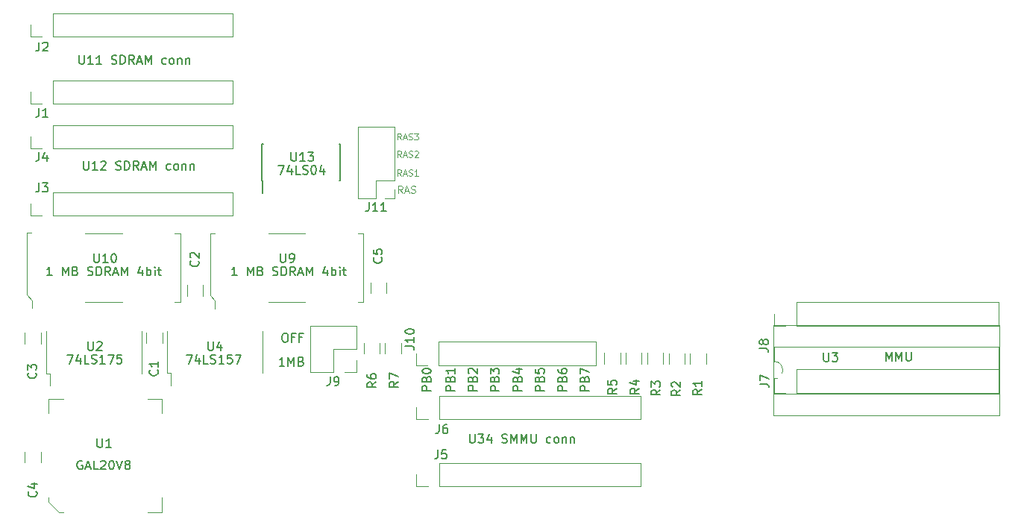
<source format=gto>
G04 #@! TF.GenerationSoftware,KiCad,Pcbnew,(5.1.0)-1*
G04 #@! TF.CreationDate,2021-02-28T15:06:35+01:00*
G04 #@! TF.ProjectId,Atari simm expansion PLCC,41746172-6920-4736-996d-6d2065787061,rev?*
G04 #@! TF.SameCoordinates,Original*
G04 #@! TF.FileFunction,Legend,Top*
G04 #@! TF.FilePolarity,Positive*
%FSLAX46Y46*%
G04 Gerber Fmt 4.6, Leading zero omitted, Abs format (unit mm)*
G04 Created by KiCad (PCBNEW (5.1.0)-1) date 2021-02-28 15:06:35*
%MOMM*%
%LPD*%
G04 APERTURE LIST*
%ADD10C,0.150000*%
%ADD11C,0.120000*%
%ADD12C,0.100000*%
%ADD13O,1.802000X1.802000*%
%ADD14R,1.802000X1.802000*%
%ADD15R,0.802000X2.027000*%
%ADD16R,2.027000X0.802000*%
%ADD17O,1.452000X1.452000*%
%ADD18R,1.452000X1.452000*%
%ADD19R,0.702000X1.602000*%
%ADD20C,1.527000*%
%ADD21O,1.702000X1.702000*%
%ADD22R,1.702000X1.702000*%
%ADD23R,0.902000X1.402000*%
%ADD24C,0.802000*%
G04 APERTURE END LIST*
D10*
X201822228Y-111145580D02*
X201822228Y-110145580D01*
X202155561Y-110859866D01*
X202488895Y-110145580D01*
X202488895Y-111145580D01*
X202965085Y-111145580D02*
X202965085Y-110145580D01*
X203298419Y-110859866D01*
X203631752Y-110145580D01*
X203631752Y-111145580D01*
X204107942Y-110145580D02*
X204107942Y-110955104D01*
X204155561Y-111050342D01*
X204203180Y-111097961D01*
X204298419Y-111145580D01*
X204488895Y-111145580D01*
X204584133Y-111097961D01*
X204631752Y-111050342D01*
X204679371Y-110955104D01*
X204679371Y-110145580D01*
X128142857Y-101452380D02*
X127571428Y-101452380D01*
X127857142Y-101452380D02*
X127857142Y-100452380D01*
X127761904Y-100595238D01*
X127666666Y-100690476D01*
X127571428Y-100738095D01*
X129333333Y-101452380D02*
X129333333Y-100452380D01*
X129666666Y-101166666D01*
X130000000Y-100452380D01*
X130000000Y-101452380D01*
X130809523Y-100928571D02*
X130952380Y-100976190D01*
X131000000Y-101023809D01*
X131047619Y-101119047D01*
X131047619Y-101261904D01*
X131000000Y-101357142D01*
X130952380Y-101404761D01*
X130857142Y-101452380D01*
X130476190Y-101452380D01*
X130476190Y-100452380D01*
X130809523Y-100452380D01*
X130904761Y-100500000D01*
X130952380Y-100547619D01*
X131000000Y-100642857D01*
X131000000Y-100738095D01*
X130952380Y-100833333D01*
X130904761Y-100880952D01*
X130809523Y-100928571D01*
X130476190Y-100928571D01*
X132190476Y-101404761D02*
X132333333Y-101452380D01*
X132571428Y-101452380D01*
X132666666Y-101404761D01*
X132714285Y-101357142D01*
X132761904Y-101261904D01*
X132761904Y-101166666D01*
X132714285Y-101071428D01*
X132666666Y-101023809D01*
X132571428Y-100976190D01*
X132380952Y-100928571D01*
X132285714Y-100880952D01*
X132238095Y-100833333D01*
X132190476Y-100738095D01*
X132190476Y-100642857D01*
X132238095Y-100547619D01*
X132285714Y-100500000D01*
X132380952Y-100452380D01*
X132619047Y-100452380D01*
X132761904Y-100500000D01*
X133190476Y-101452380D02*
X133190476Y-100452380D01*
X133428571Y-100452380D01*
X133571428Y-100500000D01*
X133666666Y-100595238D01*
X133714285Y-100690476D01*
X133761904Y-100880952D01*
X133761904Y-101023809D01*
X133714285Y-101214285D01*
X133666666Y-101309523D01*
X133571428Y-101404761D01*
X133428571Y-101452380D01*
X133190476Y-101452380D01*
X134761904Y-101452380D02*
X134428571Y-100976190D01*
X134190476Y-101452380D02*
X134190476Y-100452380D01*
X134571428Y-100452380D01*
X134666666Y-100500000D01*
X134714285Y-100547619D01*
X134761904Y-100642857D01*
X134761904Y-100785714D01*
X134714285Y-100880952D01*
X134666666Y-100928571D01*
X134571428Y-100976190D01*
X134190476Y-100976190D01*
X135142857Y-101166666D02*
X135619047Y-101166666D01*
X135047619Y-101452380D02*
X135380952Y-100452380D01*
X135714285Y-101452380D01*
X136047619Y-101452380D02*
X136047619Y-100452380D01*
X136380952Y-101166666D01*
X136714285Y-100452380D01*
X136714285Y-101452380D01*
X138380952Y-100785714D02*
X138380952Y-101452380D01*
X138142857Y-100404761D02*
X137904761Y-101119047D01*
X138523809Y-101119047D01*
X138904761Y-101452380D02*
X138904761Y-100452380D01*
X138904761Y-100833333D02*
X139000000Y-100785714D01*
X139190476Y-100785714D01*
X139285714Y-100833333D01*
X139333333Y-100880952D01*
X139380952Y-100976190D01*
X139380952Y-101261904D01*
X139333333Y-101357142D01*
X139285714Y-101404761D01*
X139190476Y-101452380D01*
X139000000Y-101452380D01*
X138904761Y-101404761D01*
X139809523Y-101452380D02*
X139809523Y-100785714D01*
X139809523Y-100452380D02*
X139761904Y-100500000D01*
X139809523Y-100547619D01*
X139857142Y-100500000D01*
X139809523Y-100452380D01*
X139809523Y-100547619D01*
X140142857Y-100785714D02*
X140523809Y-100785714D01*
X140285714Y-100452380D02*
X140285714Y-101309523D01*
X140333333Y-101404761D01*
X140428571Y-101452380D01*
X140523809Y-101452380D01*
X107142857Y-101452380D02*
X106571428Y-101452380D01*
X106857142Y-101452380D02*
X106857142Y-100452380D01*
X106761904Y-100595238D01*
X106666666Y-100690476D01*
X106571428Y-100738095D01*
X108333333Y-101452380D02*
X108333333Y-100452380D01*
X108666666Y-101166666D01*
X109000000Y-100452380D01*
X109000000Y-101452380D01*
X109809523Y-100928571D02*
X109952380Y-100976190D01*
X110000000Y-101023809D01*
X110047619Y-101119047D01*
X110047619Y-101261904D01*
X110000000Y-101357142D01*
X109952380Y-101404761D01*
X109857142Y-101452380D01*
X109476190Y-101452380D01*
X109476190Y-100452380D01*
X109809523Y-100452380D01*
X109904761Y-100500000D01*
X109952380Y-100547619D01*
X110000000Y-100642857D01*
X110000000Y-100738095D01*
X109952380Y-100833333D01*
X109904761Y-100880952D01*
X109809523Y-100928571D01*
X109476190Y-100928571D01*
X111190476Y-101404761D02*
X111333333Y-101452380D01*
X111571428Y-101452380D01*
X111666666Y-101404761D01*
X111714285Y-101357142D01*
X111761904Y-101261904D01*
X111761904Y-101166666D01*
X111714285Y-101071428D01*
X111666666Y-101023809D01*
X111571428Y-100976190D01*
X111380952Y-100928571D01*
X111285714Y-100880952D01*
X111238095Y-100833333D01*
X111190476Y-100738095D01*
X111190476Y-100642857D01*
X111238095Y-100547619D01*
X111285714Y-100500000D01*
X111380952Y-100452380D01*
X111619047Y-100452380D01*
X111761904Y-100500000D01*
X112190476Y-101452380D02*
X112190476Y-100452380D01*
X112428571Y-100452380D01*
X112571428Y-100500000D01*
X112666666Y-100595238D01*
X112714285Y-100690476D01*
X112761904Y-100880952D01*
X112761904Y-101023809D01*
X112714285Y-101214285D01*
X112666666Y-101309523D01*
X112571428Y-101404761D01*
X112428571Y-101452380D01*
X112190476Y-101452380D01*
X113761904Y-101452380D02*
X113428571Y-100976190D01*
X113190476Y-101452380D02*
X113190476Y-100452380D01*
X113571428Y-100452380D01*
X113666666Y-100500000D01*
X113714285Y-100547619D01*
X113761904Y-100642857D01*
X113761904Y-100785714D01*
X113714285Y-100880952D01*
X113666666Y-100928571D01*
X113571428Y-100976190D01*
X113190476Y-100976190D01*
X114142857Y-101166666D02*
X114619047Y-101166666D01*
X114047619Y-101452380D02*
X114380952Y-100452380D01*
X114714285Y-101452380D01*
X115047619Y-101452380D02*
X115047619Y-100452380D01*
X115380952Y-101166666D01*
X115714285Y-100452380D01*
X115714285Y-101452380D01*
X117380952Y-100785714D02*
X117380952Y-101452380D01*
X117142857Y-100404761D02*
X116904761Y-101119047D01*
X117523809Y-101119047D01*
X117904761Y-101452380D02*
X117904761Y-100452380D01*
X117904761Y-100833333D02*
X118000000Y-100785714D01*
X118190476Y-100785714D01*
X118285714Y-100833333D01*
X118333333Y-100880952D01*
X118380952Y-100976190D01*
X118380952Y-101261904D01*
X118333333Y-101357142D01*
X118285714Y-101404761D01*
X118190476Y-101452380D01*
X118000000Y-101452380D01*
X117904761Y-101404761D01*
X118809523Y-101452380D02*
X118809523Y-100785714D01*
X118809523Y-100452380D02*
X118761904Y-100500000D01*
X118809523Y-100547619D01*
X118857142Y-100500000D01*
X118809523Y-100452380D01*
X118809523Y-100547619D01*
X119142857Y-100785714D02*
X119523809Y-100785714D01*
X119285714Y-100452380D02*
X119285714Y-101309523D01*
X119333333Y-101404761D01*
X119428571Y-101452380D01*
X119523809Y-101452380D01*
X154571428Y-119452380D02*
X154571428Y-120261904D01*
X154619047Y-120357142D01*
X154666666Y-120404761D01*
X154761904Y-120452380D01*
X154952380Y-120452380D01*
X155047619Y-120404761D01*
X155095238Y-120357142D01*
X155142857Y-120261904D01*
X155142857Y-119452380D01*
X155523809Y-119452380D02*
X156142857Y-119452380D01*
X155809523Y-119833333D01*
X155952380Y-119833333D01*
X156047619Y-119880952D01*
X156095238Y-119928571D01*
X156142857Y-120023809D01*
X156142857Y-120261904D01*
X156095238Y-120357142D01*
X156047619Y-120404761D01*
X155952380Y-120452380D01*
X155666666Y-120452380D01*
X155571428Y-120404761D01*
X155523809Y-120357142D01*
X157000000Y-119785714D02*
X157000000Y-120452380D01*
X156761904Y-119404761D02*
X156523809Y-120119047D01*
X157142857Y-120119047D01*
X158238095Y-120404761D02*
X158380952Y-120452380D01*
X158619047Y-120452380D01*
X158714285Y-120404761D01*
X158761904Y-120357142D01*
X158809523Y-120261904D01*
X158809523Y-120166666D01*
X158761904Y-120071428D01*
X158714285Y-120023809D01*
X158619047Y-119976190D01*
X158428571Y-119928571D01*
X158333333Y-119880952D01*
X158285714Y-119833333D01*
X158238095Y-119738095D01*
X158238095Y-119642857D01*
X158285714Y-119547619D01*
X158333333Y-119500000D01*
X158428571Y-119452380D01*
X158666666Y-119452380D01*
X158809523Y-119500000D01*
X159238095Y-120452380D02*
X159238095Y-119452380D01*
X159571428Y-120166666D01*
X159904761Y-119452380D01*
X159904761Y-120452380D01*
X160380952Y-120452380D02*
X160380952Y-119452380D01*
X160714285Y-120166666D01*
X161047619Y-119452380D01*
X161047619Y-120452380D01*
X161523809Y-119452380D02*
X161523809Y-120261904D01*
X161571428Y-120357142D01*
X161619047Y-120404761D01*
X161714285Y-120452380D01*
X161904761Y-120452380D01*
X162000000Y-120404761D01*
X162047619Y-120357142D01*
X162095238Y-120261904D01*
X162095238Y-119452380D01*
X163761904Y-120404761D02*
X163666666Y-120452380D01*
X163476190Y-120452380D01*
X163380952Y-120404761D01*
X163333333Y-120357142D01*
X163285714Y-120261904D01*
X163285714Y-119976190D01*
X163333333Y-119880952D01*
X163380952Y-119833333D01*
X163476190Y-119785714D01*
X163666666Y-119785714D01*
X163761904Y-119833333D01*
X164333333Y-120452380D02*
X164238095Y-120404761D01*
X164190476Y-120357142D01*
X164142857Y-120261904D01*
X164142857Y-119976190D01*
X164190476Y-119880952D01*
X164238095Y-119833333D01*
X164333333Y-119785714D01*
X164476190Y-119785714D01*
X164571428Y-119833333D01*
X164619047Y-119880952D01*
X164666666Y-119976190D01*
X164666666Y-120261904D01*
X164619047Y-120357142D01*
X164571428Y-120404761D01*
X164476190Y-120452380D01*
X164333333Y-120452380D01*
X165095238Y-119785714D02*
X165095238Y-120452380D01*
X165095238Y-119880952D02*
X165142857Y-119833333D01*
X165238095Y-119785714D01*
X165380952Y-119785714D01*
X165476190Y-119833333D01*
X165523809Y-119928571D01*
X165523809Y-120452380D01*
X166000000Y-119785714D02*
X166000000Y-120452380D01*
X166000000Y-119880952D02*
X166047619Y-119833333D01*
X166142857Y-119785714D01*
X166285714Y-119785714D01*
X166380952Y-119833333D01*
X166428571Y-119928571D01*
X166428571Y-120452380D01*
X110571428Y-122500000D02*
X110476190Y-122452380D01*
X110333333Y-122452380D01*
X110190476Y-122500000D01*
X110095238Y-122595238D01*
X110047619Y-122690476D01*
X110000000Y-122880952D01*
X110000000Y-123023809D01*
X110047619Y-123214285D01*
X110095238Y-123309523D01*
X110190476Y-123404761D01*
X110333333Y-123452380D01*
X110428571Y-123452380D01*
X110571428Y-123404761D01*
X110619047Y-123357142D01*
X110619047Y-123023809D01*
X110428571Y-123023809D01*
X111000000Y-123166666D02*
X111476190Y-123166666D01*
X110904761Y-123452380D02*
X111238095Y-122452380D01*
X111571428Y-123452380D01*
X112380952Y-123452380D02*
X111904761Y-123452380D01*
X111904761Y-122452380D01*
X112666666Y-122547619D02*
X112714285Y-122500000D01*
X112809523Y-122452380D01*
X113047619Y-122452380D01*
X113142857Y-122500000D01*
X113190476Y-122547619D01*
X113238095Y-122642857D01*
X113238095Y-122738095D01*
X113190476Y-122880952D01*
X112619047Y-123452380D01*
X113238095Y-123452380D01*
X113857142Y-122452380D02*
X113952380Y-122452380D01*
X114047619Y-122500000D01*
X114095238Y-122547619D01*
X114142857Y-122642857D01*
X114190476Y-122833333D01*
X114190476Y-123071428D01*
X114142857Y-123261904D01*
X114095238Y-123357142D01*
X114047619Y-123404761D01*
X113952380Y-123452380D01*
X113857142Y-123452380D01*
X113761904Y-123404761D01*
X113714285Y-123357142D01*
X113666666Y-123261904D01*
X113619047Y-123071428D01*
X113619047Y-122833333D01*
X113666666Y-122642857D01*
X113714285Y-122547619D01*
X113761904Y-122500000D01*
X113857142Y-122452380D01*
X114476190Y-122452380D02*
X114809523Y-123452380D01*
X115142857Y-122452380D01*
X115619047Y-122880952D02*
X115523809Y-122833333D01*
X115476190Y-122785714D01*
X115428571Y-122690476D01*
X115428571Y-122642857D01*
X115476190Y-122547619D01*
X115523809Y-122500000D01*
X115619047Y-122452380D01*
X115809523Y-122452380D01*
X115904761Y-122500000D01*
X115952380Y-122547619D01*
X116000000Y-122642857D01*
X116000000Y-122690476D01*
X115952380Y-122785714D01*
X115904761Y-122833333D01*
X115809523Y-122880952D01*
X115619047Y-122880952D01*
X115523809Y-122928571D01*
X115476190Y-122976190D01*
X115428571Y-123071428D01*
X115428571Y-123261904D01*
X115476190Y-123357142D01*
X115523809Y-123404761D01*
X115619047Y-123452380D01*
X115809523Y-123452380D01*
X115904761Y-123404761D01*
X115952380Y-123357142D01*
X116000000Y-123261904D01*
X116000000Y-123071428D01*
X115952380Y-122976190D01*
X115904761Y-122928571D01*
X115809523Y-122880952D01*
X110738095Y-88452380D02*
X110738095Y-89261904D01*
X110785714Y-89357142D01*
X110833333Y-89404761D01*
X110928571Y-89452380D01*
X111119047Y-89452380D01*
X111214285Y-89404761D01*
X111261904Y-89357142D01*
X111309523Y-89261904D01*
X111309523Y-88452380D01*
X112309523Y-89452380D02*
X111738095Y-89452380D01*
X112023809Y-89452380D02*
X112023809Y-88452380D01*
X111928571Y-88595238D01*
X111833333Y-88690476D01*
X111738095Y-88738095D01*
X112690476Y-88547619D02*
X112738095Y-88500000D01*
X112833333Y-88452380D01*
X113071428Y-88452380D01*
X113166666Y-88500000D01*
X113214285Y-88547619D01*
X113261904Y-88642857D01*
X113261904Y-88738095D01*
X113214285Y-88880952D01*
X112642857Y-89452380D01*
X113261904Y-89452380D01*
X114404761Y-89404761D02*
X114547619Y-89452380D01*
X114785714Y-89452380D01*
X114880952Y-89404761D01*
X114928571Y-89357142D01*
X114976190Y-89261904D01*
X114976190Y-89166666D01*
X114928571Y-89071428D01*
X114880952Y-89023809D01*
X114785714Y-88976190D01*
X114595238Y-88928571D01*
X114500000Y-88880952D01*
X114452380Y-88833333D01*
X114404761Y-88738095D01*
X114404761Y-88642857D01*
X114452380Y-88547619D01*
X114500000Y-88500000D01*
X114595238Y-88452380D01*
X114833333Y-88452380D01*
X114976190Y-88500000D01*
X115404761Y-89452380D02*
X115404761Y-88452380D01*
X115642857Y-88452380D01*
X115785714Y-88500000D01*
X115880952Y-88595238D01*
X115928571Y-88690476D01*
X115976190Y-88880952D01*
X115976190Y-89023809D01*
X115928571Y-89214285D01*
X115880952Y-89309523D01*
X115785714Y-89404761D01*
X115642857Y-89452380D01*
X115404761Y-89452380D01*
X116976190Y-89452380D02*
X116642857Y-88976190D01*
X116404761Y-89452380D02*
X116404761Y-88452380D01*
X116785714Y-88452380D01*
X116880952Y-88500000D01*
X116928571Y-88547619D01*
X116976190Y-88642857D01*
X116976190Y-88785714D01*
X116928571Y-88880952D01*
X116880952Y-88928571D01*
X116785714Y-88976190D01*
X116404761Y-88976190D01*
X117357142Y-89166666D02*
X117833333Y-89166666D01*
X117261904Y-89452380D02*
X117595238Y-88452380D01*
X117928571Y-89452380D01*
X118261904Y-89452380D02*
X118261904Y-88452380D01*
X118595238Y-89166666D01*
X118928571Y-88452380D01*
X118928571Y-89452380D01*
X120595238Y-89404761D02*
X120500000Y-89452380D01*
X120309523Y-89452380D01*
X120214285Y-89404761D01*
X120166666Y-89357142D01*
X120119047Y-89261904D01*
X120119047Y-88976190D01*
X120166666Y-88880952D01*
X120214285Y-88833333D01*
X120309523Y-88785714D01*
X120500000Y-88785714D01*
X120595238Y-88833333D01*
X121166666Y-89452380D02*
X121071428Y-89404761D01*
X121023809Y-89357142D01*
X120976190Y-89261904D01*
X120976190Y-88976190D01*
X121023809Y-88880952D01*
X121071428Y-88833333D01*
X121166666Y-88785714D01*
X121309523Y-88785714D01*
X121404761Y-88833333D01*
X121452380Y-88880952D01*
X121500000Y-88976190D01*
X121500000Y-89261904D01*
X121452380Y-89357142D01*
X121404761Y-89404761D01*
X121309523Y-89452380D01*
X121166666Y-89452380D01*
X121928571Y-88785714D02*
X121928571Y-89452380D01*
X121928571Y-88880952D02*
X121976190Y-88833333D01*
X122071428Y-88785714D01*
X122214285Y-88785714D01*
X122309523Y-88833333D01*
X122357142Y-88928571D01*
X122357142Y-89452380D01*
X122833333Y-88785714D02*
X122833333Y-89452380D01*
X122833333Y-88880952D02*
X122880952Y-88833333D01*
X122976190Y-88785714D01*
X123119047Y-88785714D01*
X123214285Y-88833333D01*
X123261904Y-88928571D01*
X123261904Y-89452380D01*
X110238095Y-76452380D02*
X110238095Y-77261904D01*
X110285714Y-77357142D01*
X110333333Y-77404761D01*
X110428571Y-77452380D01*
X110619047Y-77452380D01*
X110714285Y-77404761D01*
X110761904Y-77357142D01*
X110809523Y-77261904D01*
X110809523Y-76452380D01*
X111809523Y-77452380D02*
X111238095Y-77452380D01*
X111523809Y-77452380D02*
X111523809Y-76452380D01*
X111428571Y-76595238D01*
X111333333Y-76690476D01*
X111238095Y-76738095D01*
X112761904Y-77452380D02*
X112190476Y-77452380D01*
X112476190Y-77452380D02*
X112476190Y-76452380D01*
X112380952Y-76595238D01*
X112285714Y-76690476D01*
X112190476Y-76738095D01*
X113904761Y-77404761D02*
X114047619Y-77452380D01*
X114285714Y-77452380D01*
X114380952Y-77404761D01*
X114428571Y-77357142D01*
X114476190Y-77261904D01*
X114476190Y-77166666D01*
X114428571Y-77071428D01*
X114380952Y-77023809D01*
X114285714Y-76976190D01*
X114095238Y-76928571D01*
X114000000Y-76880952D01*
X113952380Y-76833333D01*
X113904761Y-76738095D01*
X113904761Y-76642857D01*
X113952380Y-76547619D01*
X114000000Y-76500000D01*
X114095238Y-76452380D01*
X114333333Y-76452380D01*
X114476190Y-76500000D01*
X114904761Y-77452380D02*
X114904761Y-76452380D01*
X115142857Y-76452380D01*
X115285714Y-76500000D01*
X115380952Y-76595238D01*
X115428571Y-76690476D01*
X115476190Y-76880952D01*
X115476190Y-77023809D01*
X115428571Y-77214285D01*
X115380952Y-77309523D01*
X115285714Y-77404761D01*
X115142857Y-77452380D01*
X114904761Y-77452380D01*
X116476190Y-77452380D02*
X116142857Y-76976190D01*
X115904761Y-77452380D02*
X115904761Y-76452380D01*
X116285714Y-76452380D01*
X116380952Y-76500000D01*
X116428571Y-76547619D01*
X116476190Y-76642857D01*
X116476190Y-76785714D01*
X116428571Y-76880952D01*
X116380952Y-76928571D01*
X116285714Y-76976190D01*
X115904761Y-76976190D01*
X116857142Y-77166666D02*
X117333333Y-77166666D01*
X116761904Y-77452380D02*
X117095238Y-76452380D01*
X117428571Y-77452380D01*
X117761904Y-77452380D02*
X117761904Y-76452380D01*
X118095238Y-77166666D01*
X118428571Y-76452380D01*
X118428571Y-77452380D01*
X120095238Y-77404761D02*
X120000000Y-77452380D01*
X119809523Y-77452380D01*
X119714285Y-77404761D01*
X119666666Y-77357142D01*
X119619047Y-77261904D01*
X119619047Y-76976190D01*
X119666666Y-76880952D01*
X119714285Y-76833333D01*
X119809523Y-76785714D01*
X120000000Y-76785714D01*
X120095238Y-76833333D01*
X120666666Y-77452380D02*
X120571428Y-77404761D01*
X120523809Y-77357142D01*
X120476190Y-77261904D01*
X120476190Y-76976190D01*
X120523809Y-76880952D01*
X120571428Y-76833333D01*
X120666666Y-76785714D01*
X120809523Y-76785714D01*
X120904761Y-76833333D01*
X120952380Y-76880952D01*
X121000000Y-76976190D01*
X121000000Y-77261904D01*
X120952380Y-77357142D01*
X120904761Y-77404761D01*
X120809523Y-77452380D01*
X120666666Y-77452380D01*
X121428571Y-76785714D02*
X121428571Y-77452380D01*
X121428571Y-76880952D02*
X121476190Y-76833333D01*
X121571428Y-76785714D01*
X121714285Y-76785714D01*
X121809523Y-76833333D01*
X121857142Y-76928571D01*
X121857142Y-77452380D01*
X122333333Y-76785714D02*
X122333333Y-77452380D01*
X122333333Y-76880952D02*
X122380952Y-76833333D01*
X122476190Y-76785714D01*
X122619047Y-76785714D01*
X122714285Y-76833333D01*
X122761904Y-76928571D01*
X122761904Y-77452380D01*
X132857142Y-88952380D02*
X133523809Y-88952380D01*
X133095238Y-89952380D01*
X134333333Y-89285714D02*
X134333333Y-89952380D01*
X134095238Y-88904761D02*
X133857142Y-89619047D01*
X134476190Y-89619047D01*
X135333333Y-89952380D02*
X134857142Y-89952380D01*
X134857142Y-88952380D01*
X135619047Y-89904761D02*
X135761904Y-89952380D01*
X136000000Y-89952380D01*
X136095238Y-89904761D01*
X136142857Y-89857142D01*
X136190476Y-89761904D01*
X136190476Y-89666666D01*
X136142857Y-89571428D01*
X136095238Y-89523809D01*
X136000000Y-89476190D01*
X135809523Y-89428571D01*
X135714285Y-89380952D01*
X135666666Y-89333333D01*
X135619047Y-89238095D01*
X135619047Y-89142857D01*
X135666666Y-89047619D01*
X135714285Y-89000000D01*
X135809523Y-88952380D01*
X136047619Y-88952380D01*
X136190476Y-89000000D01*
X136809523Y-88952380D02*
X136904761Y-88952380D01*
X137000000Y-89000000D01*
X137047619Y-89047619D01*
X137095238Y-89142857D01*
X137142857Y-89333333D01*
X137142857Y-89571428D01*
X137095238Y-89761904D01*
X137047619Y-89857142D01*
X137000000Y-89904761D01*
X136904761Y-89952380D01*
X136809523Y-89952380D01*
X136714285Y-89904761D01*
X136666666Y-89857142D01*
X136619047Y-89761904D01*
X136571428Y-89571428D01*
X136571428Y-89333333D01*
X136619047Y-89142857D01*
X136666666Y-89047619D01*
X136714285Y-89000000D01*
X136809523Y-88952380D01*
X138000000Y-89285714D02*
X138000000Y-89952380D01*
X137761904Y-88904761D02*
X137523809Y-89619047D01*
X138142857Y-89619047D01*
X122380952Y-110452380D02*
X123047619Y-110452380D01*
X122619047Y-111452380D01*
X123857142Y-110785714D02*
X123857142Y-111452380D01*
X123619047Y-110404761D02*
X123380952Y-111119047D01*
X124000000Y-111119047D01*
X124857142Y-111452380D02*
X124380952Y-111452380D01*
X124380952Y-110452380D01*
X125142857Y-111404761D02*
X125285714Y-111452380D01*
X125523809Y-111452380D01*
X125619047Y-111404761D01*
X125666666Y-111357142D01*
X125714285Y-111261904D01*
X125714285Y-111166666D01*
X125666666Y-111071428D01*
X125619047Y-111023809D01*
X125523809Y-110976190D01*
X125333333Y-110928571D01*
X125238095Y-110880952D01*
X125190476Y-110833333D01*
X125142857Y-110738095D01*
X125142857Y-110642857D01*
X125190476Y-110547619D01*
X125238095Y-110500000D01*
X125333333Y-110452380D01*
X125571428Y-110452380D01*
X125714285Y-110500000D01*
X126666666Y-111452380D02*
X126095238Y-111452380D01*
X126380952Y-111452380D02*
X126380952Y-110452380D01*
X126285714Y-110595238D01*
X126190476Y-110690476D01*
X126095238Y-110738095D01*
X127571428Y-110452380D02*
X127095238Y-110452380D01*
X127047619Y-110928571D01*
X127095238Y-110880952D01*
X127190476Y-110833333D01*
X127428571Y-110833333D01*
X127523809Y-110880952D01*
X127571428Y-110928571D01*
X127619047Y-111023809D01*
X127619047Y-111261904D01*
X127571428Y-111357142D01*
X127523809Y-111404761D01*
X127428571Y-111452380D01*
X127190476Y-111452380D01*
X127095238Y-111404761D01*
X127047619Y-111357142D01*
X127952380Y-110452380D02*
X128619047Y-110452380D01*
X128190476Y-111452380D01*
X108880952Y-110452380D02*
X109547619Y-110452380D01*
X109119047Y-111452380D01*
X110357142Y-110785714D02*
X110357142Y-111452380D01*
X110119047Y-110404761D02*
X109880952Y-111119047D01*
X110500000Y-111119047D01*
X111357142Y-111452380D02*
X110880952Y-111452380D01*
X110880952Y-110452380D01*
X111642857Y-111404761D02*
X111785714Y-111452380D01*
X112023809Y-111452380D01*
X112119047Y-111404761D01*
X112166666Y-111357142D01*
X112214285Y-111261904D01*
X112214285Y-111166666D01*
X112166666Y-111071428D01*
X112119047Y-111023809D01*
X112023809Y-110976190D01*
X111833333Y-110928571D01*
X111738095Y-110880952D01*
X111690476Y-110833333D01*
X111642857Y-110738095D01*
X111642857Y-110642857D01*
X111690476Y-110547619D01*
X111738095Y-110500000D01*
X111833333Y-110452380D01*
X112071428Y-110452380D01*
X112214285Y-110500000D01*
X113166666Y-111452380D02*
X112595238Y-111452380D01*
X112880952Y-111452380D02*
X112880952Y-110452380D01*
X112785714Y-110595238D01*
X112690476Y-110690476D01*
X112595238Y-110738095D01*
X113500000Y-110452380D02*
X114166666Y-110452380D01*
X113738095Y-111452380D01*
X115023809Y-110452380D02*
X114547619Y-110452380D01*
X114500000Y-110928571D01*
X114547619Y-110880952D01*
X114642857Y-110833333D01*
X114880952Y-110833333D01*
X114976190Y-110880952D01*
X115023809Y-110928571D01*
X115071428Y-111023809D01*
X115071428Y-111261904D01*
X115023809Y-111357142D01*
X114976190Y-111404761D01*
X114880952Y-111452380D01*
X114642857Y-111452380D01*
X114547619Y-111404761D01*
X114500000Y-111357142D01*
X168122860Y-114532255D02*
X167122860Y-114532255D01*
X167122860Y-114151302D01*
X167170480Y-114056064D01*
X167218099Y-114008445D01*
X167313337Y-113960826D01*
X167456194Y-113960826D01*
X167551432Y-114008445D01*
X167599051Y-114056064D01*
X167646670Y-114151302D01*
X167646670Y-114532255D01*
X167599051Y-113198921D02*
X167646670Y-113056064D01*
X167694289Y-113008445D01*
X167789527Y-112960826D01*
X167932384Y-112960826D01*
X168027622Y-113008445D01*
X168075241Y-113056064D01*
X168122860Y-113151302D01*
X168122860Y-113532255D01*
X167122860Y-113532255D01*
X167122860Y-113198921D01*
X167170480Y-113103683D01*
X167218099Y-113056064D01*
X167313337Y-113008445D01*
X167408575Y-113008445D01*
X167503813Y-113056064D01*
X167551432Y-113103683D01*
X167599051Y-113198921D01*
X167599051Y-113532255D01*
X167122860Y-112627493D02*
X167122860Y-111960826D01*
X168122860Y-112389398D01*
X165582860Y-114517015D02*
X164582860Y-114517015D01*
X164582860Y-114136062D01*
X164630480Y-114040824D01*
X164678099Y-113993205D01*
X164773337Y-113945586D01*
X164916194Y-113945586D01*
X165011432Y-113993205D01*
X165059051Y-114040824D01*
X165106670Y-114136062D01*
X165106670Y-114517015D01*
X165059051Y-113183681D02*
X165106670Y-113040824D01*
X165154289Y-112993205D01*
X165249527Y-112945586D01*
X165392384Y-112945586D01*
X165487622Y-112993205D01*
X165535241Y-113040824D01*
X165582860Y-113136062D01*
X165582860Y-113517015D01*
X164582860Y-113517015D01*
X164582860Y-113183681D01*
X164630480Y-113088443D01*
X164678099Y-113040824D01*
X164773337Y-112993205D01*
X164868575Y-112993205D01*
X164963813Y-113040824D01*
X165011432Y-113088443D01*
X165059051Y-113183681D01*
X165059051Y-113517015D01*
X164582860Y-112088443D02*
X164582860Y-112278920D01*
X164630480Y-112374158D01*
X164678099Y-112421777D01*
X164820956Y-112517015D01*
X165011432Y-112564634D01*
X165392384Y-112564634D01*
X165487622Y-112517015D01*
X165535241Y-112469396D01*
X165582860Y-112374158D01*
X165582860Y-112183681D01*
X165535241Y-112088443D01*
X165487622Y-112040824D01*
X165392384Y-111993205D01*
X165154289Y-111993205D01*
X165059051Y-112040824D01*
X165011432Y-112088443D01*
X164963813Y-112183681D01*
X164963813Y-112374158D01*
X165011432Y-112469396D01*
X165059051Y-112517015D01*
X165154289Y-112564634D01*
X163017460Y-114517015D02*
X162017460Y-114517015D01*
X162017460Y-114136062D01*
X162065080Y-114040824D01*
X162112699Y-113993205D01*
X162207937Y-113945586D01*
X162350794Y-113945586D01*
X162446032Y-113993205D01*
X162493651Y-114040824D01*
X162541270Y-114136062D01*
X162541270Y-114517015D01*
X162493651Y-113183681D02*
X162541270Y-113040824D01*
X162588889Y-112993205D01*
X162684127Y-112945586D01*
X162826984Y-112945586D01*
X162922222Y-112993205D01*
X162969841Y-113040824D01*
X163017460Y-113136062D01*
X163017460Y-113517015D01*
X162017460Y-113517015D01*
X162017460Y-113183681D01*
X162065080Y-113088443D01*
X162112699Y-113040824D01*
X162207937Y-112993205D01*
X162303175Y-112993205D01*
X162398413Y-113040824D01*
X162446032Y-113088443D01*
X162493651Y-113183681D01*
X162493651Y-113517015D01*
X162017460Y-112040824D02*
X162017460Y-112517015D01*
X162493651Y-112564634D01*
X162446032Y-112517015D01*
X162398413Y-112421777D01*
X162398413Y-112183681D01*
X162446032Y-112088443D01*
X162493651Y-112040824D01*
X162588889Y-111993205D01*
X162826984Y-111993205D01*
X162922222Y-112040824D01*
X162969841Y-112088443D01*
X163017460Y-112183681D01*
X163017460Y-112421777D01*
X162969841Y-112517015D01*
X162922222Y-112564634D01*
X160487620Y-114517015D02*
X159487620Y-114517015D01*
X159487620Y-114136062D01*
X159535240Y-114040824D01*
X159582859Y-113993205D01*
X159678097Y-113945586D01*
X159820954Y-113945586D01*
X159916192Y-113993205D01*
X159963811Y-114040824D01*
X160011430Y-114136062D01*
X160011430Y-114517015D01*
X159963811Y-113183681D02*
X160011430Y-113040824D01*
X160059049Y-112993205D01*
X160154287Y-112945586D01*
X160297144Y-112945586D01*
X160392382Y-112993205D01*
X160440001Y-113040824D01*
X160487620Y-113136062D01*
X160487620Y-113517015D01*
X159487620Y-113517015D01*
X159487620Y-113183681D01*
X159535240Y-113088443D01*
X159582859Y-113040824D01*
X159678097Y-112993205D01*
X159773335Y-112993205D01*
X159868573Y-113040824D01*
X159916192Y-113088443D01*
X159963811Y-113183681D01*
X159963811Y-113517015D01*
X159820954Y-112088443D02*
X160487620Y-112088443D01*
X159440001Y-112326539D02*
X160154287Y-112564634D01*
X160154287Y-111945586D01*
X157922220Y-114517015D02*
X156922220Y-114517015D01*
X156922220Y-114136062D01*
X156969840Y-114040824D01*
X157017459Y-113993205D01*
X157112697Y-113945586D01*
X157255554Y-113945586D01*
X157350792Y-113993205D01*
X157398411Y-114040824D01*
X157446030Y-114136062D01*
X157446030Y-114517015D01*
X157398411Y-113183681D02*
X157446030Y-113040824D01*
X157493649Y-112993205D01*
X157588887Y-112945586D01*
X157731744Y-112945586D01*
X157826982Y-112993205D01*
X157874601Y-113040824D01*
X157922220Y-113136062D01*
X157922220Y-113517015D01*
X156922220Y-113517015D01*
X156922220Y-113183681D01*
X156969840Y-113088443D01*
X157017459Y-113040824D01*
X157112697Y-112993205D01*
X157207935Y-112993205D01*
X157303173Y-113040824D01*
X157350792Y-113088443D01*
X157398411Y-113183681D01*
X157398411Y-113517015D01*
X156922220Y-112612253D02*
X156922220Y-111993205D01*
X157303173Y-112326539D01*
X157303173Y-112183681D01*
X157350792Y-112088443D01*
X157398411Y-112040824D01*
X157493649Y-111993205D01*
X157731744Y-111993205D01*
X157826982Y-112040824D01*
X157874601Y-112088443D01*
X157922220Y-112183681D01*
X157922220Y-112469396D01*
X157874601Y-112564634D01*
X157826982Y-112612253D01*
X155402540Y-114501775D02*
X154402540Y-114501775D01*
X154402540Y-114120822D01*
X154450160Y-114025584D01*
X154497779Y-113977965D01*
X154593017Y-113930346D01*
X154735874Y-113930346D01*
X154831112Y-113977965D01*
X154878731Y-114025584D01*
X154926350Y-114120822D01*
X154926350Y-114501775D01*
X154878731Y-113168441D02*
X154926350Y-113025584D01*
X154973969Y-112977965D01*
X155069207Y-112930346D01*
X155212064Y-112930346D01*
X155307302Y-112977965D01*
X155354921Y-113025584D01*
X155402540Y-113120822D01*
X155402540Y-113501775D01*
X154402540Y-113501775D01*
X154402540Y-113168441D01*
X154450160Y-113073203D01*
X154497779Y-113025584D01*
X154593017Y-112977965D01*
X154688255Y-112977965D01*
X154783493Y-113025584D01*
X154831112Y-113073203D01*
X154878731Y-113168441D01*
X154878731Y-113501775D01*
X154497779Y-112549394D02*
X154450160Y-112501775D01*
X154402540Y-112406537D01*
X154402540Y-112168441D01*
X154450160Y-112073203D01*
X154497779Y-112025584D01*
X154593017Y-111977965D01*
X154688255Y-111977965D01*
X154831112Y-112025584D01*
X155402540Y-112597013D01*
X155402540Y-111977965D01*
X152862540Y-114511935D02*
X151862540Y-114511935D01*
X151862540Y-114130982D01*
X151910160Y-114035744D01*
X151957779Y-113988125D01*
X152053017Y-113940506D01*
X152195874Y-113940506D01*
X152291112Y-113988125D01*
X152338731Y-114035744D01*
X152386350Y-114130982D01*
X152386350Y-114511935D01*
X152338731Y-113178601D02*
X152386350Y-113035744D01*
X152433969Y-112988125D01*
X152529207Y-112940506D01*
X152672064Y-112940506D01*
X152767302Y-112988125D01*
X152814921Y-113035744D01*
X152862540Y-113130982D01*
X152862540Y-113511935D01*
X151862540Y-113511935D01*
X151862540Y-113178601D01*
X151910160Y-113083363D01*
X151957779Y-113035744D01*
X152053017Y-112988125D01*
X152148255Y-112988125D01*
X152243493Y-113035744D01*
X152291112Y-113083363D01*
X152338731Y-113178601D01*
X152338731Y-113511935D01*
X152862540Y-111988125D02*
X152862540Y-112559554D01*
X152862540Y-112273840D02*
X151862540Y-112273840D01*
X152005398Y-112369078D01*
X152100636Y-112464316D01*
X152148255Y-112559554D01*
X150159980Y-114522095D02*
X149159980Y-114522095D01*
X149159980Y-114141142D01*
X149207600Y-114045904D01*
X149255219Y-113998285D01*
X149350457Y-113950666D01*
X149493314Y-113950666D01*
X149588552Y-113998285D01*
X149636171Y-114045904D01*
X149683790Y-114141142D01*
X149683790Y-114522095D01*
X149636171Y-113188761D02*
X149683790Y-113045904D01*
X149731409Y-112998285D01*
X149826647Y-112950666D01*
X149969504Y-112950666D01*
X150064742Y-112998285D01*
X150112361Y-113045904D01*
X150159980Y-113141142D01*
X150159980Y-113522095D01*
X149159980Y-113522095D01*
X149159980Y-113188761D01*
X149207600Y-113093523D01*
X149255219Y-113045904D01*
X149350457Y-112998285D01*
X149445695Y-112998285D01*
X149540933Y-113045904D01*
X149588552Y-113093523D01*
X149636171Y-113188761D01*
X149636171Y-113522095D01*
X149159980Y-112331619D02*
X149159980Y-112236380D01*
X149207600Y-112141142D01*
X149255219Y-112093523D01*
X149350457Y-112045904D01*
X149540933Y-111998285D01*
X149779028Y-111998285D01*
X149969504Y-112045904D01*
X150064742Y-112093523D01*
X150112361Y-112141142D01*
X150159980Y-112236380D01*
X150159980Y-112331619D01*
X150112361Y-112426857D01*
X150064742Y-112474476D01*
X149969504Y-112522095D01*
X149779028Y-112569714D01*
X149540933Y-112569714D01*
X149350457Y-112522095D01*
X149255219Y-112474476D01*
X149207600Y-112426857D01*
X149159980Y-112331619D01*
X133515219Y-108001820D02*
X133705695Y-108001820D01*
X133800933Y-108049440D01*
X133896171Y-108144678D01*
X133943790Y-108335154D01*
X133943790Y-108668487D01*
X133896171Y-108858963D01*
X133800933Y-108954201D01*
X133705695Y-109001820D01*
X133515219Y-109001820D01*
X133419980Y-108954201D01*
X133324742Y-108858963D01*
X133277123Y-108668487D01*
X133277123Y-108335154D01*
X133324742Y-108144678D01*
X133419980Y-108049440D01*
X133515219Y-108001820D01*
X134705695Y-108478011D02*
X134372361Y-108478011D01*
X134372361Y-109001820D02*
X134372361Y-108001820D01*
X134848552Y-108001820D01*
X135562838Y-108478011D02*
X135229504Y-108478011D01*
X135229504Y-109001820D02*
X135229504Y-108001820D01*
X135705695Y-108001820D01*
X133534565Y-111714540D02*
X132963137Y-111714540D01*
X133248851Y-111714540D02*
X133248851Y-110714540D01*
X133153613Y-110857398D01*
X133058375Y-110952636D01*
X132963137Y-111000255D01*
X133963137Y-111714540D02*
X133963137Y-110714540D01*
X134296470Y-111428826D01*
X134629803Y-110714540D01*
X134629803Y-111714540D01*
X135439327Y-111190731D02*
X135582184Y-111238350D01*
X135629803Y-111285969D01*
X135677422Y-111381207D01*
X135677422Y-111524064D01*
X135629803Y-111619302D01*
X135582184Y-111666921D01*
X135486946Y-111714540D01*
X135105994Y-111714540D01*
X135105994Y-110714540D01*
X135439327Y-110714540D01*
X135534565Y-110762160D01*
X135582184Y-110809779D01*
X135629803Y-110905017D01*
X135629803Y-111000255D01*
X135582184Y-111095493D01*
X135534565Y-111143112D01*
X135439327Y-111190731D01*
X135105994Y-111190731D01*
D11*
X146768120Y-86026426D02*
X146534786Y-85693093D01*
X146368120Y-86026426D02*
X146368120Y-85326426D01*
X146634786Y-85326426D01*
X146701453Y-85359760D01*
X146734786Y-85393093D01*
X146768120Y-85459760D01*
X146768120Y-85559760D01*
X146734786Y-85626426D01*
X146701453Y-85659760D01*
X146634786Y-85693093D01*
X146368120Y-85693093D01*
X147034786Y-85826426D02*
X147368120Y-85826426D01*
X146968120Y-86026426D02*
X147201453Y-85326426D01*
X147434786Y-86026426D01*
X147634786Y-85993093D02*
X147734786Y-86026426D01*
X147901453Y-86026426D01*
X147968120Y-85993093D01*
X148001453Y-85959760D01*
X148034786Y-85893093D01*
X148034786Y-85826426D01*
X148001453Y-85759760D01*
X147968120Y-85726426D01*
X147901453Y-85693093D01*
X147768120Y-85659760D01*
X147701453Y-85626426D01*
X147668120Y-85593093D01*
X147634786Y-85526426D01*
X147634786Y-85459760D01*
X147668120Y-85393093D01*
X147701453Y-85359760D01*
X147768120Y-85326426D01*
X147934786Y-85326426D01*
X148034786Y-85359760D01*
X148268120Y-85326426D02*
X148701453Y-85326426D01*
X148468120Y-85593093D01*
X148568120Y-85593093D01*
X148634786Y-85626426D01*
X148668120Y-85659760D01*
X148701453Y-85726426D01*
X148701453Y-85893093D01*
X148668120Y-85959760D01*
X148634786Y-85993093D01*
X148568120Y-86026426D01*
X148368120Y-86026426D01*
X148301453Y-85993093D01*
X148268120Y-85959760D01*
X146783360Y-88007626D02*
X146550026Y-87674293D01*
X146383360Y-88007626D02*
X146383360Y-87307626D01*
X146650026Y-87307626D01*
X146716693Y-87340960D01*
X146750026Y-87374293D01*
X146783360Y-87440960D01*
X146783360Y-87540960D01*
X146750026Y-87607626D01*
X146716693Y-87640960D01*
X146650026Y-87674293D01*
X146383360Y-87674293D01*
X147050026Y-87807626D02*
X147383360Y-87807626D01*
X146983360Y-88007626D02*
X147216693Y-87307626D01*
X147450026Y-88007626D01*
X147650026Y-87974293D02*
X147750026Y-88007626D01*
X147916693Y-88007626D01*
X147983360Y-87974293D01*
X148016693Y-87940960D01*
X148050026Y-87874293D01*
X148050026Y-87807626D01*
X148016693Y-87740960D01*
X147983360Y-87707626D01*
X147916693Y-87674293D01*
X147783360Y-87640960D01*
X147716693Y-87607626D01*
X147683360Y-87574293D01*
X147650026Y-87507626D01*
X147650026Y-87440960D01*
X147683360Y-87374293D01*
X147716693Y-87340960D01*
X147783360Y-87307626D01*
X147950026Y-87307626D01*
X148050026Y-87340960D01*
X148316693Y-87374293D02*
X148350026Y-87340960D01*
X148416693Y-87307626D01*
X148583360Y-87307626D01*
X148650026Y-87340960D01*
X148683360Y-87374293D01*
X148716693Y-87440960D01*
X148716693Y-87507626D01*
X148683360Y-87607626D01*
X148283360Y-88007626D01*
X148716693Y-88007626D01*
X146783360Y-90120906D02*
X146550026Y-89787573D01*
X146383360Y-90120906D02*
X146383360Y-89420906D01*
X146650026Y-89420906D01*
X146716693Y-89454240D01*
X146750026Y-89487573D01*
X146783360Y-89554240D01*
X146783360Y-89654240D01*
X146750026Y-89720906D01*
X146716693Y-89754240D01*
X146650026Y-89787573D01*
X146383360Y-89787573D01*
X147050026Y-89920906D02*
X147383360Y-89920906D01*
X146983360Y-90120906D02*
X147216693Y-89420906D01*
X147450026Y-90120906D01*
X147650026Y-90087573D02*
X147750026Y-90120906D01*
X147916693Y-90120906D01*
X147983360Y-90087573D01*
X148016693Y-90054240D01*
X148050026Y-89987573D01*
X148050026Y-89920906D01*
X148016693Y-89854240D01*
X147983360Y-89820906D01*
X147916693Y-89787573D01*
X147783360Y-89754240D01*
X147716693Y-89720906D01*
X147683360Y-89687573D01*
X147650026Y-89620906D01*
X147650026Y-89554240D01*
X147683360Y-89487573D01*
X147716693Y-89454240D01*
X147783360Y-89420906D01*
X147950026Y-89420906D01*
X148050026Y-89454240D01*
X148716693Y-90120906D02*
X148316693Y-90120906D01*
X148516693Y-90120906D02*
X148516693Y-89420906D01*
X148450026Y-89520906D01*
X148383360Y-89587573D01*
X148316693Y-89620906D01*
X146920009Y-92055904D02*
X146653342Y-91674952D01*
X146462866Y-92055904D02*
X146462866Y-91255904D01*
X146767628Y-91255904D01*
X146843819Y-91294000D01*
X146881914Y-91332095D01*
X146920009Y-91408285D01*
X146920009Y-91522571D01*
X146881914Y-91598761D01*
X146843819Y-91636857D01*
X146767628Y-91674952D01*
X146462866Y-91674952D01*
X147224771Y-91827333D02*
X147605723Y-91827333D01*
X147148580Y-92055904D02*
X147415247Y-91255904D01*
X147681914Y-92055904D01*
X147910485Y-92017809D02*
X148024771Y-92055904D01*
X148215247Y-92055904D01*
X148291438Y-92017809D01*
X148329533Y-91979714D01*
X148367628Y-91903523D01*
X148367628Y-91827333D01*
X148329533Y-91751142D01*
X148291438Y-91713047D01*
X148215247Y-91674952D01*
X148062866Y-91636857D01*
X147986676Y-91598761D01*
X147948580Y-91560666D01*
X147910485Y-91484476D01*
X147910485Y-91408285D01*
X147948580Y-91332095D01*
X147986676Y-91294000D01*
X148062866Y-91255904D01*
X148253342Y-91255904D01*
X148367628Y-91294000D01*
X189090000Y-114764600D02*
X189090000Y-113434600D01*
X190420000Y-114764600D02*
X189090000Y-114764600D01*
X191690000Y-114764600D02*
X191690000Y-112104600D01*
X191690000Y-112104600D02*
X214610000Y-112104600D01*
X191690000Y-114764600D02*
X214610000Y-114764600D01*
X214610000Y-114764600D02*
X214610000Y-112104600D01*
D12*
X119642800Y-115434200D02*
X117992800Y-115434200D01*
X119642800Y-117084200D02*
X119642800Y-115434200D01*
X119642800Y-128304200D02*
X117992800Y-128304200D01*
X119642800Y-126654200D02*
X119642800Y-128304200D01*
X106772800Y-115434200D02*
X108422800Y-115434200D01*
X106772800Y-117084200D02*
X106772800Y-115434200D01*
X107922800Y-128304200D02*
X108422800Y-128304200D01*
X106772800Y-127154200D02*
X107922800Y-128304200D01*
X106772800Y-126654200D02*
X106772800Y-127154200D01*
D11*
X145987320Y-92693040D02*
X144927320Y-92693040D01*
X145987320Y-91633040D02*
X145987320Y-92693040D01*
X143927320Y-92693040D02*
X141867320Y-92693040D01*
X143927320Y-90633040D02*
X143927320Y-92693040D01*
X145987320Y-90633040D02*
X143927320Y-90633040D01*
X141867320Y-92693040D02*
X141867320Y-84573040D01*
X145987320Y-90633040D02*
X145987320Y-84573040D01*
X145987320Y-84573040D02*
X141867320Y-84573040D01*
D10*
X131007800Y-90685440D02*
X131007800Y-92060440D01*
X139882800Y-90685440D02*
X139882800Y-86535440D01*
X130982800Y-90685440D02*
X130982800Y-86535440D01*
X139882800Y-90685440D02*
X139767800Y-90685440D01*
X139882800Y-86535440D02*
X139767800Y-86535440D01*
X130982800Y-86535440D02*
X131097800Y-86535440D01*
X130982800Y-90685440D02*
X131007800Y-90685440D01*
D11*
X177144000Y-110268936D02*
X177144000Y-111473064D01*
X178964000Y-110268936D02*
X178964000Y-111473064D01*
X169828800Y-110243536D02*
X169828800Y-111447664D01*
X171648800Y-110243536D02*
X171648800Y-111447664D01*
X148453800Y-111642200D02*
X148453800Y-110312200D01*
X149783800Y-111642200D02*
X148453800Y-111642200D01*
X151053800Y-111642200D02*
X151053800Y-108982200D01*
X151053800Y-108982200D02*
X168893800Y-108982200D01*
X151053800Y-111642200D02*
X168893800Y-111642200D01*
X168893800Y-111642200D02*
X168893800Y-108982200D01*
X144936800Y-109125936D02*
X144936800Y-110330064D01*
X146756800Y-109125936D02*
X146756800Y-110330064D01*
X142549200Y-109125936D02*
X142549200Y-110330064D01*
X144369200Y-109125936D02*
X144369200Y-110330064D01*
X172267200Y-110243536D02*
X172267200Y-111447664D01*
X174087200Y-110243536D02*
X174087200Y-111447664D01*
X174705600Y-110243536D02*
X174705600Y-111447664D01*
X176525600Y-110243536D02*
X176525600Y-111447664D01*
X179557000Y-110268936D02*
X179557000Y-111473064D01*
X181377000Y-110268936D02*
X181377000Y-111473064D01*
X141690400Y-112404200D02*
X140360400Y-112404200D01*
X141690400Y-111074200D02*
X141690400Y-112404200D01*
X139090400Y-112404200D02*
X136490400Y-112404200D01*
X139090400Y-109804200D02*
X139090400Y-112404200D01*
X141690400Y-109804200D02*
X139090400Y-109804200D01*
X136490400Y-112404200D02*
X136490400Y-107204200D01*
X141690400Y-109804200D02*
X141690400Y-107204200D01*
X141690400Y-107204200D02*
X136490400Y-107204200D01*
X145105800Y-103472064D02*
X145105800Y-102267936D01*
X143285800Y-103472064D02*
X143285800Y-102267936D01*
X104068200Y-121495736D02*
X104068200Y-122699864D01*
X105888200Y-121495736D02*
X105888200Y-122699864D01*
X104068200Y-107957536D02*
X104068200Y-109161664D01*
X105888200Y-107957536D02*
X105888200Y-109161664D01*
X124277800Y-103751464D02*
X124277800Y-102547336D01*
X122457800Y-103751464D02*
X122457800Y-102547336D01*
X117860400Y-107932136D02*
X117860400Y-109136264D01*
X119680400Y-107932136D02*
X119680400Y-109136264D01*
X189030000Y-107050000D02*
X189030000Y-117330000D01*
X214670000Y-107050000D02*
X189030000Y-107050000D01*
X214670000Y-117330000D02*
X214670000Y-107050000D01*
X189030000Y-117330000D02*
X214670000Y-117330000D01*
X189090000Y-109540000D02*
X189090000Y-111190000D01*
X214610000Y-109540000D02*
X189090000Y-109540000D01*
X214610000Y-114840000D02*
X214610000Y-109540000D01*
X189090000Y-114840000D02*
X214610000Y-114840000D01*
X189090000Y-113190000D02*
X189090000Y-114840000D01*
X189090000Y-111190000D02*
G75*
G02X189090000Y-113190000I0J-1000000D01*
G01*
X131028400Y-112534400D02*
X131028400Y-107734400D01*
X120228400Y-112534400D02*
X120228400Y-107734400D01*
X120628400Y-112534400D02*
X120628400Y-113934400D01*
X120228400Y-112534400D02*
X120628400Y-112534400D01*
X117287000Y-112560200D02*
X117287000Y-107760200D01*
X106487000Y-112560200D02*
X106487000Y-107760200D01*
X106887000Y-112560200D02*
X106887000Y-113960200D01*
X106487000Y-112560200D02*
X106887000Y-112560200D01*
X189090000Y-107144600D02*
X189090000Y-105814600D01*
X190420000Y-107144600D02*
X189090000Y-107144600D01*
X191690000Y-107144600D02*
X191690000Y-104484600D01*
X191690000Y-104484600D02*
X214610000Y-104484600D01*
X191690000Y-107144600D02*
X214610000Y-107144600D01*
X214610000Y-107144600D02*
X214610000Y-104484600D01*
X148490000Y-117764600D02*
X148490000Y-116434600D01*
X149820000Y-117764600D02*
X148490000Y-117764600D01*
X151090000Y-117764600D02*
X151090000Y-115104600D01*
X151090000Y-115104600D02*
X174010000Y-115104600D01*
X151090000Y-117764600D02*
X174010000Y-117764600D01*
X174010000Y-117764600D02*
X174010000Y-115104600D01*
X148490000Y-125384600D02*
X148490000Y-124054600D01*
X149820000Y-125384600D02*
X148490000Y-125384600D01*
X151090000Y-125384600D02*
X151090000Y-122724600D01*
X151090000Y-122724600D02*
X174010000Y-122724600D01*
X151090000Y-125384600D02*
X174010000Y-125384600D01*
X174010000Y-125384600D02*
X174010000Y-122724600D01*
X121697200Y-96647400D02*
X121087600Y-96647400D01*
X121697200Y-104470600D02*
X121697200Y-96647400D01*
X121087600Y-104470600D02*
X121697200Y-104470600D01*
X110927600Y-96647400D02*
X115093200Y-96647400D01*
X110927600Y-104470600D02*
X115093200Y-104470600D01*
X104882400Y-104292800D02*
X104882400Y-105156400D01*
X104323600Y-103632400D02*
X104882400Y-104292800D01*
X104323600Y-96622000D02*
X104323600Y-103632400D01*
X104831600Y-96622000D02*
X104323600Y-96622000D01*
X142468600Y-96672400D02*
X141859000Y-96672400D01*
X142468600Y-104495600D02*
X142468600Y-96672400D01*
X141859000Y-104495600D02*
X142468600Y-104495600D01*
X131699000Y-96672400D02*
X135864600Y-96672400D01*
X131699000Y-104495600D02*
X135864600Y-104495600D01*
X125653800Y-104317800D02*
X125653800Y-105181400D01*
X125095000Y-103657400D02*
X125653800Y-104317800D01*
X125095000Y-96647000D02*
X125095000Y-103657400D01*
X125603000Y-96647000D02*
X125095000Y-96647000D01*
X104670000Y-87010000D02*
X104670000Y-85680000D01*
X106000000Y-87010000D02*
X104670000Y-87010000D01*
X107270000Y-87010000D02*
X107270000Y-84350000D01*
X107270000Y-84350000D02*
X127650000Y-84350000D01*
X107270000Y-87010000D02*
X127650000Y-87010000D01*
X127650000Y-87010000D02*
X127650000Y-84350000D01*
X104670000Y-94630000D02*
X104670000Y-93300000D01*
X106000000Y-94630000D02*
X104670000Y-94630000D01*
X107270000Y-94630000D02*
X107270000Y-91970000D01*
X107270000Y-91970000D02*
X127650000Y-91970000D01*
X107270000Y-94630000D02*
X127650000Y-94630000D01*
X127650000Y-94630000D02*
X127650000Y-91970000D01*
X104670000Y-74330000D02*
X104670000Y-73000000D01*
X106000000Y-74330000D02*
X104670000Y-74330000D01*
X107270000Y-74330000D02*
X107270000Y-71670000D01*
X107270000Y-71670000D02*
X127650000Y-71670000D01*
X107270000Y-74330000D02*
X127650000Y-74330000D01*
X127650000Y-74330000D02*
X127650000Y-71670000D01*
X104670000Y-81950000D02*
X104670000Y-80620000D01*
X106000000Y-81950000D02*
X104670000Y-81950000D01*
X107270000Y-81950000D02*
X107270000Y-79290000D01*
X107270000Y-79290000D02*
X127650000Y-79290000D01*
X107270000Y-81950000D02*
X127650000Y-81950000D01*
X127650000Y-81950000D02*
X127650000Y-79290000D01*
D10*
X187542380Y-113767933D02*
X188256666Y-113767933D01*
X188399523Y-113815552D01*
X188494761Y-113910790D01*
X188542380Y-114053647D01*
X188542380Y-114148885D01*
X187542380Y-113386980D02*
X187542380Y-112720314D01*
X188542380Y-113148885D01*
X112285695Y-119952380D02*
X112285695Y-120761904D01*
X112333314Y-120857142D01*
X112380933Y-120904761D01*
X112476171Y-120952380D01*
X112666647Y-120952380D01*
X112761885Y-120904761D01*
X112809504Y-120857142D01*
X112857123Y-120761904D01*
X112857123Y-119952380D01*
X113857123Y-120952380D02*
X113285695Y-120952380D01*
X113571409Y-120952380D02*
X113571409Y-119952380D01*
X113476171Y-120095238D01*
X113380933Y-120190476D01*
X113285695Y-120238095D01*
X143117796Y-93145420D02*
X143117796Y-93859706D01*
X143070177Y-94002563D01*
X142974939Y-94097801D01*
X142832081Y-94145420D01*
X142736843Y-94145420D01*
X144117796Y-94145420D02*
X143546367Y-94145420D01*
X143832081Y-94145420D02*
X143832081Y-93145420D01*
X143736843Y-93288278D01*
X143641605Y-93383516D01*
X143546367Y-93431135D01*
X145070177Y-94145420D02*
X144498748Y-94145420D01*
X144784462Y-94145420D02*
X144784462Y-93145420D01*
X144689224Y-93288278D01*
X144593986Y-93383516D01*
X144498748Y-93431135D01*
X134296304Y-87452380D02*
X134296304Y-88261904D01*
X134343923Y-88357142D01*
X134391542Y-88404761D01*
X134486780Y-88452380D01*
X134677257Y-88452380D01*
X134772495Y-88404761D01*
X134820114Y-88357142D01*
X134867733Y-88261904D01*
X134867733Y-87452380D01*
X135867733Y-88452380D02*
X135296304Y-88452380D01*
X135582019Y-88452380D02*
X135582019Y-87452380D01*
X135486780Y-87595238D01*
X135391542Y-87690476D01*
X135296304Y-87738095D01*
X136201066Y-87452380D02*
X136820114Y-87452380D01*
X136486780Y-87833333D01*
X136629638Y-87833333D01*
X136724876Y-87880952D01*
X136772495Y-87928571D01*
X136820114Y-88023809D01*
X136820114Y-88261904D01*
X136772495Y-88357142D01*
X136724876Y-88404761D01*
X136629638Y-88452380D01*
X136343923Y-88452380D01*
X136248685Y-88404761D01*
X136201066Y-88357142D01*
X178480980Y-114466666D02*
X178004790Y-114800000D01*
X178480980Y-115038095D02*
X177480980Y-115038095D01*
X177480980Y-114657142D01*
X177528600Y-114561904D01*
X177576219Y-114514285D01*
X177671457Y-114466666D01*
X177814314Y-114466666D01*
X177909552Y-114514285D01*
X177957171Y-114561904D01*
X178004790Y-114657142D01*
X178004790Y-115038095D01*
X177576219Y-114085714D02*
X177528600Y-114038095D01*
X177480980Y-113942857D01*
X177480980Y-113704761D01*
X177528600Y-113609523D01*
X177576219Y-113561904D01*
X177671457Y-113514285D01*
X177766695Y-113514285D01*
X177909552Y-113561904D01*
X178480980Y-114133333D01*
X178480980Y-113514285D01*
X171241980Y-114263466D02*
X170765790Y-114596800D01*
X171241980Y-114834895D02*
X170241980Y-114834895D01*
X170241980Y-114453942D01*
X170289600Y-114358704D01*
X170337219Y-114311085D01*
X170432457Y-114263466D01*
X170575314Y-114263466D01*
X170670552Y-114311085D01*
X170718171Y-114358704D01*
X170765790Y-114453942D01*
X170765790Y-114834895D01*
X170241980Y-113358704D02*
X170241980Y-113834895D01*
X170718171Y-113882514D01*
X170670552Y-113834895D01*
X170622933Y-113739657D01*
X170622933Y-113501561D01*
X170670552Y-113406323D01*
X170718171Y-113358704D01*
X170813409Y-113311085D01*
X171051504Y-113311085D01*
X171146742Y-113358704D01*
X171194361Y-113406323D01*
X171241980Y-113501561D01*
X171241980Y-113739657D01*
X171194361Y-113834895D01*
X171146742Y-113882514D01*
X147254980Y-109470723D02*
X147969266Y-109470723D01*
X148112123Y-109518342D01*
X148207361Y-109613580D01*
X148254980Y-109756438D01*
X148254980Y-109851676D01*
X148254980Y-108470723D02*
X148254980Y-109042152D01*
X148254980Y-108756438D02*
X147254980Y-108756438D01*
X147397838Y-108851676D01*
X147493076Y-108946914D01*
X147540695Y-109042152D01*
X147254980Y-107851676D02*
X147254980Y-107756438D01*
X147302600Y-107661200D01*
X147350219Y-107613580D01*
X147445457Y-107565961D01*
X147635933Y-107518342D01*
X147874028Y-107518342D01*
X148064504Y-107565961D01*
X148159742Y-107613580D01*
X148207361Y-107661200D01*
X148254980Y-107756438D01*
X148254980Y-107851676D01*
X148207361Y-107946914D01*
X148159742Y-107994533D01*
X148064504Y-108042152D01*
X147874028Y-108089771D01*
X147635933Y-108089771D01*
X147445457Y-108042152D01*
X147350219Y-107994533D01*
X147302600Y-107946914D01*
X147254980Y-107851676D01*
X146451580Y-113501466D02*
X145975390Y-113834800D01*
X146451580Y-114072895D02*
X145451580Y-114072895D01*
X145451580Y-113691942D01*
X145499200Y-113596704D01*
X145546819Y-113549085D01*
X145642057Y-113501466D01*
X145784914Y-113501466D01*
X145880152Y-113549085D01*
X145927771Y-113596704D01*
X145975390Y-113691942D01*
X145975390Y-114072895D01*
X145451580Y-113168133D02*
X145451580Y-112501466D01*
X146451580Y-112930038D01*
X143936980Y-113552266D02*
X143460790Y-113885600D01*
X143936980Y-114123695D02*
X142936980Y-114123695D01*
X142936980Y-113742742D01*
X142984600Y-113647504D01*
X143032219Y-113599885D01*
X143127457Y-113552266D01*
X143270314Y-113552266D01*
X143365552Y-113599885D01*
X143413171Y-113647504D01*
X143460790Y-113742742D01*
X143460790Y-114123695D01*
X142936980Y-112695123D02*
X142936980Y-112885600D01*
X142984600Y-112980838D01*
X143032219Y-113028457D01*
X143175076Y-113123695D01*
X143365552Y-113171314D01*
X143746504Y-113171314D01*
X143841742Y-113123695D01*
X143889361Y-113076076D01*
X143936980Y-112980838D01*
X143936980Y-112790361D01*
X143889361Y-112695123D01*
X143841742Y-112647504D01*
X143746504Y-112599885D01*
X143508409Y-112599885D01*
X143413171Y-112647504D01*
X143365552Y-112695123D01*
X143317933Y-112790361D01*
X143317933Y-112980838D01*
X143365552Y-113076076D01*
X143413171Y-113123695D01*
X143508409Y-113171314D01*
X173781980Y-114263466D02*
X173305790Y-114596800D01*
X173781980Y-114834895D02*
X172781980Y-114834895D01*
X172781980Y-114453942D01*
X172829600Y-114358704D01*
X172877219Y-114311085D01*
X172972457Y-114263466D01*
X173115314Y-114263466D01*
X173210552Y-114311085D01*
X173258171Y-114358704D01*
X173305790Y-114453942D01*
X173305790Y-114834895D01*
X173115314Y-113406323D02*
X173781980Y-113406323D01*
X172734361Y-113644419D02*
X173448647Y-113882514D01*
X173448647Y-113263466D01*
X176194980Y-114415866D02*
X175718790Y-114749200D01*
X176194980Y-114987295D02*
X175194980Y-114987295D01*
X175194980Y-114606342D01*
X175242600Y-114511104D01*
X175290219Y-114463485D01*
X175385457Y-114415866D01*
X175528314Y-114415866D01*
X175623552Y-114463485D01*
X175671171Y-114511104D01*
X175718790Y-114606342D01*
X175718790Y-114987295D01*
X175194980Y-114082533D02*
X175194980Y-113463485D01*
X175575933Y-113796819D01*
X175575933Y-113653961D01*
X175623552Y-113558723D01*
X175671171Y-113511104D01*
X175766409Y-113463485D01*
X176004504Y-113463485D01*
X176099742Y-113511104D01*
X176147361Y-113558723D01*
X176194980Y-113653961D01*
X176194980Y-113939676D01*
X176147361Y-114034914D01*
X176099742Y-114082533D01*
X180919380Y-114365066D02*
X180443190Y-114698400D01*
X180919380Y-114936495D02*
X179919380Y-114936495D01*
X179919380Y-114555542D01*
X179967000Y-114460304D01*
X180014619Y-114412685D01*
X180109857Y-114365066D01*
X180252714Y-114365066D01*
X180347952Y-114412685D01*
X180395571Y-114460304D01*
X180443190Y-114555542D01*
X180443190Y-114936495D01*
X180919380Y-113412685D02*
X180919380Y-113984114D01*
X180919380Y-113698400D02*
X179919380Y-113698400D01*
X180062238Y-113793638D01*
X180157476Y-113888876D01*
X180205095Y-113984114D01*
X138716426Y-112929420D02*
X138716426Y-113643706D01*
X138668807Y-113786563D01*
X138573569Y-113881801D01*
X138430712Y-113929420D01*
X138335474Y-113929420D01*
X139240236Y-113929420D02*
X139430712Y-113929420D01*
X139525950Y-113881801D01*
X139573569Y-113834182D01*
X139668807Y-113691325D01*
X139716426Y-113500849D01*
X139716426Y-113119897D01*
X139668807Y-113024659D01*
X139621188Y-112977040D01*
X139525950Y-112929420D01*
X139335474Y-112929420D01*
X139240236Y-112977040D01*
X139192617Y-113024659D01*
X139144998Y-113119897D01*
X139144998Y-113357992D01*
X139192617Y-113453230D01*
X139240236Y-113500849D01*
X139335474Y-113548468D01*
X139525950Y-113548468D01*
X139621188Y-113500849D01*
X139668807Y-113453230D01*
X139716426Y-113357992D01*
X144527542Y-99404466D02*
X144575161Y-99452085D01*
X144622780Y-99594942D01*
X144622780Y-99690180D01*
X144575161Y-99833038D01*
X144479923Y-99928276D01*
X144384685Y-99975895D01*
X144194209Y-100023514D01*
X144051352Y-100023514D01*
X143860876Y-99975895D01*
X143765638Y-99928276D01*
X143670400Y-99833038D01*
X143622780Y-99690180D01*
X143622780Y-99594942D01*
X143670400Y-99452085D01*
X143718019Y-99404466D01*
X143622780Y-98499704D02*
X143622780Y-98975895D01*
X144098971Y-99023514D01*
X144051352Y-98975895D01*
X144003733Y-98880657D01*
X144003733Y-98642561D01*
X144051352Y-98547323D01*
X144098971Y-98499704D01*
X144194209Y-98452085D01*
X144432304Y-98452085D01*
X144527542Y-98499704D01*
X144575161Y-98547323D01*
X144622780Y-98642561D01*
X144622780Y-98880657D01*
X144575161Y-98975895D01*
X144527542Y-99023514D01*
X105335342Y-125972866D02*
X105382961Y-126020485D01*
X105430580Y-126163342D01*
X105430580Y-126258580D01*
X105382961Y-126401438D01*
X105287723Y-126496676D01*
X105192485Y-126544295D01*
X105002009Y-126591914D01*
X104859152Y-126591914D01*
X104668676Y-126544295D01*
X104573438Y-126496676D01*
X104478200Y-126401438D01*
X104430580Y-126258580D01*
X104430580Y-126163342D01*
X104478200Y-126020485D01*
X104525819Y-125972866D01*
X104763914Y-125115723D02*
X105430580Y-125115723D01*
X104382961Y-125353819D02*
X105097247Y-125591914D01*
X105097247Y-124972866D01*
X105284542Y-112510866D02*
X105332161Y-112558485D01*
X105379780Y-112701342D01*
X105379780Y-112796580D01*
X105332161Y-112939438D01*
X105236923Y-113034676D01*
X105141685Y-113082295D01*
X104951209Y-113129914D01*
X104808352Y-113129914D01*
X104617876Y-113082295D01*
X104522638Y-113034676D01*
X104427400Y-112939438D01*
X104379780Y-112796580D01*
X104379780Y-112701342D01*
X104427400Y-112558485D01*
X104475019Y-112510866D01*
X104379780Y-112177533D02*
X104379780Y-111558485D01*
X104760733Y-111891819D01*
X104760733Y-111748961D01*
X104808352Y-111653723D01*
X104855971Y-111606104D01*
X104951209Y-111558485D01*
X105189304Y-111558485D01*
X105284542Y-111606104D01*
X105332161Y-111653723D01*
X105379780Y-111748961D01*
X105379780Y-112034676D01*
X105332161Y-112129914D01*
X105284542Y-112177533D01*
X123724942Y-99785466D02*
X123772561Y-99833085D01*
X123820180Y-99975942D01*
X123820180Y-100071180D01*
X123772561Y-100214038D01*
X123677323Y-100309276D01*
X123582085Y-100356895D01*
X123391609Y-100404514D01*
X123248752Y-100404514D01*
X123058276Y-100356895D01*
X122963038Y-100309276D01*
X122867800Y-100214038D01*
X122820180Y-100071180D01*
X122820180Y-99975942D01*
X122867800Y-99833085D01*
X122915419Y-99785466D01*
X122915419Y-99404514D02*
X122867800Y-99356895D01*
X122820180Y-99261657D01*
X122820180Y-99023561D01*
X122867800Y-98928323D01*
X122915419Y-98880704D01*
X123010657Y-98833085D01*
X123105895Y-98833085D01*
X123248752Y-98880704D01*
X123820180Y-99452133D01*
X123820180Y-98833085D01*
X119102142Y-112180666D02*
X119149761Y-112228285D01*
X119197380Y-112371142D01*
X119197380Y-112466380D01*
X119149761Y-112609238D01*
X119054523Y-112704476D01*
X118959285Y-112752095D01*
X118768809Y-112799714D01*
X118625952Y-112799714D01*
X118435476Y-112752095D01*
X118340238Y-112704476D01*
X118245000Y-112609238D01*
X118197380Y-112466380D01*
X118197380Y-112371142D01*
X118245000Y-112228285D01*
X118292619Y-112180666D01*
X119197380Y-111228285D02*
X119197380Y-111799714D01*
X119197380Y-111514000D02*
X118197380Y-111514000D01*
X118340238Y-111609238D01*
X118435476Y-111704476D01*
X118483095Y-111799714D01*
X194738095Y-110202380D02*
X194738095Y-111011904D01*
X194785714Y-111107142D01*
X194833333Y-111154761D01*
X194928571Y-111202380D01*
X195119047Y-111202380D01*
X195214285Y-111154761D01*
X195261904Y-111107142D01*
X195309523Y-111011904D01*
X195309523Y-110202380D01*
X195690476Y-110202380D02*
X196309523Y-110202380D01*
X195976190Y-110583333D01*
X196119047Y-110583333D01*
X196214285Y-110630952D01*
X196261904Y-110678571D01*
X196309523Y-110773809D01*
X196309523Y-111011904D01*
X196261904Y-111107142D01*
X196214285Y-111154761D01*
X196119047Y-111202380D01*
X195833333Y-111202380D01*
X195738095Y-111154761D01*
X195690476Y-111107142D01*
X124866495Y-108952380D02*
X124866495Y-109761904D01*
X124914114Y-109857142D01*
X124961733Y-109904761D01*
X125056971Y-109952380D01*
X125247447Y-109952380D01*
X125342685Y-109904761D01*
X125390304Y-109857142D01*
X125437923Y-109761904D01*
X125437923Y-108952380D01*
X126342685Y-109285714D02*
X126342685Y-109952380D01*
X126104590Y-108904761D02*
X125866495Y-109619047D01*
X126485542Y-109619047D01*
X111238095Y-108952380D02*
X111238095Y-109761904D01*
X111285714Y-109857142D01*
X111333333Y-109904761D01*
X111428571Y-109952380D01*
X111619047Y-109952380D01*
X111714285Y-109904761D01*
X111761904Y-109857142D01*
X111809523Y-109761904D01*
X111809523Y-108952380D01*
X112238095Y-109047619D02*
X112285714Y-109000000D01*
X112380952Y-108952380D01*
X112619047Y-108952380D01*
X112714285Y-109000000D01*
X112761904Y-109047619D01*
X112809523Y-109142857D01*
X112809523Y-109238095D01*
X112761904Y-109380952D01*
X112190476Y-109952380D01*
X112809523Y-109952380D01*
X187452380Y-109713333D02*
X188166666Y-109713333D01*
X188309523Y-109760952D01*
X188404761Y-109856190D01*
X188452380Y-109999047D01*
X188452380Y-110094285D01*
X187880952Y-109094285D02*
X187833333Y-109189523D01*
X187785714Y-109237142D01*
X187690476Y-109284761D01*
X187642857Y-109284761D01*
X187547619Y-109237142D01*
X187500000Y-109189523D01*
X187452380Y-109094285D01*
X187452380Y-108903809D01*
X187500000Y-108808571D01*
X187547619Y-108760952D01*
X187642857Y-108713333D01*
X187690476Y-108713333D01*
X187785714Y-108760952D01*
X187833333Y-108808571D01*
X187880952Y-108903809D01*
X187880952Y-109094285D01*
X187928571Y-109189523D01*
X187976190Y-109237142D01*
X188071428Y-109284761D01*
X188261904Y-109284761D01*
X188357142Y-109237142D01*
X188404761Y-109189523D01*
X188452380Y-109094285D01*
X188452380Y-108903809D01*
X188404761Y-108808571D01*
X188357142Y-108760952D01*
X188261904Y-108713333D01*
X188071428Y-108713333D01*
X187976190Y-108760952D01*
X187928571Y-108808571D01*
X187880952Y-108903809D01*
X151076066Y-118375180D02*
X151076066Y-119089466D01*
X151028447Y-119232323D01*
X150933209Y-119327561D01*
X150790352Y-119375180D01*
X150695114Y-119375180D01*
X151980828Y-118375180D02*
X151790352Y-118375180D01*
X151695114Y-118422800D01*
X151647495Y-118470419D01*
X151552257Y-118613276D01*
X151504638Y-118803752D01*
X151504638Y-119184704D01*
X151552257Y-119279942D01*
X151599876Y-119327561D01*
X151695114Y-119375180D01*
X151885590Y-119375180D01*
X151980828Y-119327561D01*
X152028447Y-119279942D01*
X152076066Y-119184704D01*
X152076066Y-118946609D01*
X152028447Y-118851371D01*
X151980828Y-118803752D01*
X151885590Y-118756133D01*
X151695114Y-118756133D01*
X151599876Y-118803752D01*
X151552257Y-118851371D01*
X151504638Y-118946609D01*
X150949066Y-121245380D02*
X150949066Y-121959666D01*
X150901447Y-122102523D01*
X150806209Y-122197761D01*
X150663352Y-122245380D01*
X150568114Y-122245380D01*
X151901447Y-121245380D02*
X151425257Y-121245380D01*
X151377638Y-121721571D01*
X151425257Y-121673952D01*
X151520495Y-121626333D01*
X151758590Y-121626333D01*
X151853828Y-121673952D01*
X151901447Y-121721571D01*
X151949066Y-121816809D01*
X151949066Y-122054904D01*
X151901447Y-122150142D01*
X151853828Y-122197761D01*
X151758590Y-122245380D01*
X151520495Y-122245380D01*
X151425257Y-122197761D01*
X151377638Y-122150142D01*
X111924704Y-98952380D02*
X111924704Y-99761904D01*
X111972323Y-99857142D01*
X112019942Y-99904761D01*
X112115180Y-99952380D01*
X112305657Y-99952380D01*
X112400895Y-99904761D01*
X112448514Y-99857142D01*
X112496133Y-99761904D01*
X112496133Y-98952380D01*
X113496133Y-99952380D02*
X112924704Y-99952380D01*
X113210419Y-99952380D02*
X113210419Y-98952380D01*
X113115180Y-99095238D01*
X113019942Y-99190476D01*
X112924704Y-99238095D01*
X114115180Y-98952380D02*
X114210419Y-98952380D01*
X114305657Y-99000000D01*
X114353276Y-99047619D01*
X114400895Y-99142857D01*
X114448514Y-99333333D01*
X114448514Y-99571428D01*
X114400895Y-99761904D01*
X114353276Y-99857142D01*
X114305657Y-99904761D01*
X114210419Y-99952380D01*
X114115180Y-99952380D01*
X114019942Y-99904761D01*
X113972323Y-99857142D01*
X113924704Y-99761904D01*
X113877085Y-99571428D01*
X113877085Y-99333333D01*
X113924704Y-99142857D01*
X113972323Y-99047619D01*
X114019942Y-99000000D01*
X114115180Y-98952380D01*
X133070695Y-98952380D02*
X133070695Y-99761904D01*
X133118314Y-99857142D01*
X133165933Y-99904761D01*
X133261171Y-99952380D01*
X133451647Y-99952380D01*
X133546885Y-99904761D01*
X133594504Y-99857142D01*
X133642123Y-99761904D01*
X133642123Y-98952380D01*
X134165933Y-99952380D02*
X134356409Y-99952380D01*
X134451647Y-99904761D01*
X134499266Y-99857142D01*
X134594504Y-99714285D01*
X134642123Y-99523809D01*
X134642123Y-99142857D01*
X134594504Y-99047619D01*
X134546885Y-99000000D01*
X134451647Y-98952380D01*
X134261171Y-98952380D01*
X134165933Y-99000000D01*
X134118314Y-99047619D01*
X134070695Y-99142857D01*
X134070695Y-99380952D01*
X134118314Y-99476190D01*
X134165933Y-99523809D01*
X134261171Y-99571428D01*
X134451647Y-99571428D01*
X134546885Y-99523809D01*
X134594504Y-99476190D01*
X134642123Y-99380952D01*
X105666666Y-87452380D02*
X105666666Y-88166666D01*
X105619047Y-88309523D01*
X105523809Y-88404761D01*
X105380952Y-88452380D01*
X105285714Y-88452380D01*
X106571428Y-87785714D02*
X106571428Y-88452380D01*
X106333333Y-87404761D02*
X106095238Y-88119047D01*
X106714285Y-88119047D01*
X105666666Y-90952380D02*
X105666666Y-91666666D01*
X105619047Y-91809523D01*
X105523809Y-91904761D01*
X105380952Y-91952380D01*
X105285714Y-91952380D01*
X106047619Y-90952380D02*
X106666666Y-90952380D01*
X106333333Y-91333333D01*
X106476190Y-91333333D01*
X106571428Y-91380952D01*
X106619047Y-91428571D01*
X106666666Y-91523809D01*
X106666666Y-91761904D01*
X106619047Y-91857142D01*
X106571428Y-91904761D01*
X106476190Y-91952380D01*
X106190476Y-91952380D01*
X106095238Y-91904761D01*
X106047619Y-91857142D01*
X105666666Y-74952380D02*
X105666666Y-75666666D01*
X105619047Y-75809523D01*
X105523809Y-75904761D01*
X105380952Y-75952380D01*
X105285714Y-75952380D01*
X106095238Y-75047619D02*
X106142857Y-75000000D01*
X106238095Y-74952380D01*
X106476190Y-74952380D01*
X106571428Y-75000000D01*
X106619047Y-75047619D01*
X106666666Y-75142857D01*
X106666666Y-75238095D01*
X106619047Y-75380952D01*
X106047619Y-75952380D01*
X106666666Y-75952380D01*
X105666666Y-82452380D02*
X105666666Y-83166666D01*
X105619047Y-83309523D01*
X105523809Y-83404761D01*
X105380952Y-83452380D01*
X105285714Y-83452380D01*
X106666666Y-83452380D02*
X106095238Y-83452380D01*
X106380952Y-83452380D02*
X106380952Y-82452380D01*
X106285714Y-82595238D01*
X106190476Y-82690476D01*
X106095238Y-82738095D01*
%LPC*%
D13*
X213280000Y-113434600D03*
X210740000Y-113434600D03*
X208200000Y-113434600D03*
X205660000Y-113434600D03*
X203120000Y-113434600D03*
X200580000Y-113434600D03*
X198040000Y-113434600D03*
X195500000Y-113434600D03*
X192960000Y-113434600D03*
D14*
X190420000Y-113434600D03*
D15*
X109397800Y-116546700D03*
X110667800Y-116546700D03*
X111937800Y-116546700D03*
X113207800Y-116546700D03*
X114477800Y-116546700D03*
X115747800Y-116546700D03*
X117017800Y-116546700D03*
D16*
X118530300Y-118059200D03*
X118530300Y-119329200D03*
X118530300Y-120599200D03*
X118530300Y-121869200D03*
X118530300Y-123139200D03*
X118530300Y-124409200D03*
X118530300Y-125679200D03*
D15*
X117017800Y-127191700D03*
X115747800Y-127191700D03*
X114477800Y-127191700D03*
X113207800Y-127191700D03*
X111937800Y-127191700D03*
X110667800Y-127191700D03*
X109397800Y-127191700D03*
D16*
X107885300Y-118059200D03*
X107885300Y-119329200D03*
X107885300Y-120599200D03*
X107885300Y-125679200D03*
X107885300Y-124409200D03*
X107885300Y-123139200D03*
X107885300Y-121869200D03*
D17*
X142927320Y-85633040D03*
X144927320Y-85633040D03*
X142927320Y-87633040D03*
X144927320Y-87633040D03*
X142927320Y-89633040D03*
X144927320Y-89633040D03*
X142927320Y-91633040D03*
D18*
X144927320Y-91633040D03*
D19*
X131622800Y-85910440D03*
X132892800Y-85910440D03*
X134162800Y-85910440D03*
X135432800Y-85910440D03*
X136702800Y-85910440D03*
X137972800Y-85910440D03*
X139242800Y-85910440D03*
X139242800Y-91310440D03*
X137972800Y-91310440D03*
X136702800Y-91310440D03*
X135432800Y-91310440D03*
X134162800Y-91310440D03*
X132892800Y-91310440D03*
X131622800Y-91310440D03*
D12*
G36*
X178738363Y-111596290D02*
G01*
X178764369Y-111600148D01*
X178789871Y-111606535D01*
X178814624Y-111615392D01*
X178838390Y-111626633D01*
X178860939Y-111640148D01*
X178882056Y-111655809D01*
X178901535Y-111673465D01*
X178919191Y-111692944D01*
X178934852Y-111714061D01*
X178948367Y-111736610D01*
X178959608Y-111760376D01*
X178968465Y-111785129D01*
X178974852Y-111810631D01*
X178978710Y-111836637D01*
X178980000Y-111862895D01*
X178980000Y-112854105D01*
X178978710Y-112880363D01*
X178974852Y-112906369D01*
X178968465Y-112931871D01*
X178959608Y-112956624D01*
X178948367Y-112980390D01*
X178934852Y-113002939D01*
X178919191Y-113024056D01*
X178901535Y-113043535D01*
X178882056Y-113061191D01*
X178860939Y-113076852D01*
X178838390Y-113090367D01*
X178814624Y-113101608D01*
X178789871Y-113110465D01*
X178764369Y-113116852D01*
X178738363Y-113120710D01*
X178712105Y-113122000D01*
X177395895Y-113122000D01*
X177369637Y-113120710D01*
X177343631Y-113116852D01*
X177318129Y-113110465D01*
X177293376Y-113101608D01*
X177269610Y-113090367D01*
X177247061Y-113076852D01*
X177225944Y-113061191D01*
X177206465Y-113043535D01*
X177188809Y-113024056D01*
X177173148Y-113002939D01*
X177159633Y-112980390D01*
X177148392Y-112956624D01*
X177139535Y-112931871D01*
X177133148Y-112906369D01*
X177129290Y-112880363D01*
X177128000Y-112854105D01*
X177128000Y-111862895D01*
X177129290Y-111836637D01*
X177133148Y-111810631D01*
X177139535Y-111785129D01*
X177148392Y-111760376D01*
X177159633Y-111736610D01*
X177173148Y-111714061D01*
X177188809Y-111692944D01*
X177206465Y-111673465D01*
X177225944Y-111655809D01*
X177247061Y-111640148D01*
X177269610Y-111626633D01*
X177293376Y-111615392D01*
X177318129Y-111606535D01*
X177343631Y-111600148D01*
X177369637Y-111596290D01*
X177395895Y-111595000D01*
X178712105Y-111595000D01*
X178738363Y-111596290D01*
X178738363Y-111596290D01*
G37*
D20*
X178054000Y-112358500D03*
D12*
G36*
X178738363Y-108621290D02*
G01*
X178764369Y-108625148D01*
X178789871Y-108631535D01*
X178814624Y-108640392D01*
X178838390Y-108651633D01*
X178860939Y-108665148D01*
X178882056Y-108680809D01*
X178901535Y-108698465D01*
X178919191Y-108717944D01*
X178934852Y-108739061D01*
X178948367Y-108761610D01*
X178959608Y-108785376D01*
X178968465Y-108810129D01*
X178974852Y-108835631D01*
X178978710Y-108861637D01*
X178980000Y-108887895D01*
X178980000Y-109879105D01*
X178978710Y-109905363D01*
X178974852Y-109931369D01*
X178968465Y-109956871D01*
X178959608Y-109981624D01*
X178948367Y-110005390D01*
X178934852Y-110027939D01*
X178919191Y-110049056D01*
X178901535Y-110068535D01*
X178882056Y-110086191D01*
X178860939Y-110101852D01*
X178838390Y-110115367D01*
X178814624Y-110126608D01*
X178789871Y-110135465D01*
X178764369Y-110141852D01*
X178738363Y-110145710D01*
X178712105Y-110147000D01*
X177395895Y-110147000D01*
X177369637Y-110145710D01*
X177343631Y-110141852D01*
X177318129Y-110135465D01*
X177293376Y-110126608D01*
X177269610Y-110115367D01*
X177247061Y-110101852D01*
X177225944Y-110086191D01*
X177206465Y-110068535D01*
X177188809Y-110049056D01*
X177173148Y-110027939D01*
X177159633Y-110005390D01*
X177148392Y-109981624D01*
X177139535Y-109956871D01*
X177133148Y-109931369D01*
X177129290Y-109905363D01*
X177128000Y-109879105D01*
X177128000Y-108887895D01*
X177129290Y-108861637D01*
X177133148Y-108835631D01*
X177139535Y-108810129D01*
X177148392Y-108785376D01*
X177159633Y-108761610D01*
X177173148Y-108739061D01*
X177188809Y-108717944D01*
X177206465Y-108698465D01*
X177225944Y-108680809D01*
X177247061Y-108665148D01*
X177269610Y-108651633D01*
X177293376Y-108640392D01*
X177318129Y-108631535D01*
X177343631Y-108625148D01*
X177369637Y-108621290D01*
X177395895Y-108620000D01*
X178712105Y-108620000D01*
X178738363Y-108621290D01*
X178738363Y-108621290D01*
G37*
D20*
X178054000Y-109383500D03*
D12*
G36*
X171423163Y-111570890D02*
G01*
X171449169Y-111574748D01*
X171474671Y-111581135D01*
X171499424Y-111589992D01*
X171523190Y-111601233D01*
X171545739Y-111614748D01*
X171566856Y-111630409D01*
X171586335Y-111648065D01*
X171603991Y-111667544D01*
X171619652Y-111688661D01*
X171633167Y-111711210D01*
X171644408Y-111734976D01*
X171653265Y-111759729D01*
X171659652Y-111785231D01*
X171663510Y-111811237D01*
X171664800Y-111837495D01*
X171664800Y-112828705D01*
X171663510Y-112854963D01*
X171659652Y-112880969D01*
X171653265Y-112906471D01*
X171644408Y-112931224D01*
X171633167Y-112954990D01*
X171619652Y-112977539D01*
X171603991Y-112998656D01*
X171586335Y-113018135D01*
X171566856Y-113035791D01*
X171545739Y-113051452D01*
X171523190Y-113064967D01*
X171499424Y-113076208D01*
X171474671Y-113085065D01*
X171449169Y-113091452D01*
X171423163Y-113095310D01*
X171396905Y-113096600D01*
X170080695Y-113096600D01*
X170054437Y-113095310D01*
X170028431Y-113091452D01*
X170002929Y-113085065D01*
X169978176Y-113076208D01*
X169954410Y-113064967D01*
X169931861Y-113051452D01*
X169910744Y-113035791D01*
X169891265Y-113018135D01*
X169873609Y-112998656D01*
X169857948Y-112977539D01*
X169844433Y-112954990D01*
X169833192Y-112931224D01*
X169824335Y-112906471D01*
X169817948Y-112880969D01*
X169814090Y-112854963D01*
X169812800Y-112828705D01*
X169812800Y-111837495D01*
X169814090Y-111811237D01*
X169817948Y-111785231D01*
X169824335Y-111759729D01*
X169833192Y-111734976D01*
X169844433Y-111711210D01*
X169857948Y-111688661D01*
X169873609Y-111667544D01*
X169891265Y-111648065D01*
X169910744Y-111630409D01*
X169931861Y-111614748D01*
X169954410Y-111601233D01*
X169978176Y-111589992D01*
X170002929Y-111581135D01*
X170028431Y-111574748D01*
X170054437Y-111570890D01*
X170080695Y-111569600D01*
X171396905Y-111569600D01*
X171423163Y-111570890D01*
X171423163Y-111570890D01*
G37*
D20*
X170738800Y-112333100D03*
D12*
G36*
X171423163Y-108595890D02*
G01*
X171449169Y-108599748D01*
X171474671Y-108606135D01*
X171499424Y-108614992D01*
X171523190Y-108626233D01*
X171545739Y-108639748D01*
X171566856Y-108655409D01*
X171586335Y-108673065D01*
X171603991Y-108692544D01*
X171619652Y-108713661D01*
X171633167Y-108736210D01*
X171644408Y-108759976D01*
X171653265Y-108784729D01*
X171659652Y-108810231D01*
X171663510Y-108836237D01*
X171664800Y-108862495D01*
X171664800Y-109853705D01*
X171663510Y-109879963D01*
X171659652Y-109905969D01*
X171653265Y-109931471D01*
X171644408Y-109956224D01*
X171633167Y-109979990D01*
X171619652Y-110002539D01*
X171603991Y-110023656D01*
X171586335Y-110043135D01*
X171566856Y-110060791D01*
X171545739Y-110076452D01*
X171523190Y-110089967D01*
X171499424Y-110101208D01*
X171474671Y-110110065D01*
X171449169Y-110116452D01*
X171423163Y-110120310D01*
X171396905Y-110121600D01*
X170080695Y-110121600D01*
X170054437Y-110120310D01*
X170028431Y-110116452D01*
X170002929Y-110110065D01*
X169978176Y-110101208D01*
X169954410Y-110089967D01*
X169931861Y-110076452D01*
X169910744Y-110060791D01*
X169891265Y-110043135D01*
X169873609Y-110023656D01*
X169857948Y-110002539D01*
X169844433Y-109979990D01*
X169833192Y-109956224D01*
X169824335Y-109931471D01*
X169817948Y-109905969D01*
X169814090Y-109879963D01*
X169812800Y-109853705D01*
X169812800Y-108862495D01*
X169814090Y-108836237D01*
X169817948Y-108810231D01*
X169824335Y-108784729D01*
X169833192Y-108759976D01*
X169844433Y-108736210D01*
X169857948Y-108713661D01*
X169873609Y-108692544D01*
X169891265Y-108673065D01*
X169910744Y-108655409D01*
X169931861Y-108639748D01*
X169954410Y-108626233D01*
X169978176Y-108614992D01*
X170002929Y-108606135D01*
X170028431Y-108599748D01*
X170054437Y-108595890D01*
X170080695Y-108594600D01*
X171396905Y-108594600D01*
X171423163Y-108595890D01*
X171423163Y-108595890D01*
G37*
D20*
X170738800Y-109358100D03*
D13*
X167563800Y-110312200D03*
X165023800Y-110312200D03*
X162483800Y-110312200D03*
X159943800Y-110312200D03*
X157403800Y-110312200D03*
X154863800Y-110312200D03*
X152323800Y-110312200D03*
D14*
X149783800Y-110312200D03*
D12*
G36*
X146531163Y-110453290D02*
G01*
X146557169Y-110457148D01*
X146582671Y-110463535D01*
X146607424Y-110472392D01*
X146631190Y-110483633D01*
X146653739Y-110497148D01*
X146674856Y-110512809D01*
X146694335Y-110530465D01*
X146711991Y-110549944D01*
X146727652Y-110571061D01*
X146741167Y-110593610D01*
X146752408Y-110617376D01*
X146761265Y-110642129D01*
X146767652Y-110667631D01*
X146771510Y-110693637D01*
X146772800Y-110719895D01*
X146772800Y-111711105D01*
X146771510Y-111737363D01*
X146767652Y-111763369D01*
X146761265Y-111788871D01*
X146752408Y-111813624D01*
X146741167Y-111837390D01*
X146727652Y-111859939D01*
X146711991Y-111881056D01*
X146694335Y-111900535D01*
X146674856Y-111918191D01*
X146653739Y-111933852D01*
X146631190Y-111947367D01*
X146607424Y-111958608D01*
X146582671Y-111967465D01*
X146557169Y-111973852D01*
X146531163Y-111977710D01*
X146504905Y-111979000D01*
X145188695Y-111979000D01*
X145162437Y-111977710D01*
X145136431Y-111973852D01*
X145110929Y-111967465D01*
X145086176Y-111958608D01*
X145062410Y-111947367D01*
X145039861Y-111933852D01*
X145018744Y-111918191D01*
X144999265Y-111900535D01*
X144981609Y-111881056D01*
X144965948Y-111859939D01*
X144952433Y-111837390D01*
X144941192Y-111813624D01*
X144932335Y-111788871D01*
X144925948Y-111763369D01*
X144922090Y-111737363D01*
X144920800Y-111711105D01*
X144920800Y-110719895D01*
X144922090Y-110693637D01*
X144925948Y-110667631D01*
X144932335Y-110642129D01*
X144941192Y-110617376D01*
X144952433Y-110593610D01*
X144965948Y-110571061D01*
X144981609Y-110549944D01*
X144999265Y-110530465D01*
X145018744Y-110512809D01*
X145039861Y-110497148D01*
X145062410Y-110483633D01*
X145086176Y-110472392D01*
X145110929Y-110463535D01*
X145136431Y-110457148D01*
X145162437Y-110453290D01*
X145188695Y-110452000D01*
X146504905Y-110452000D01*
X146531163Y-110453290D01*
X146531163Y-110453290D01*
G37*
D20*
X145846800Y-111215500D03*
D12*
G36*
X146531163Y-107478290D02*
G01*
X146557169Y-107482148D01*
X146582671Y-107488535D01*
X146607424Y-107497392D01*
X146631190Y-107508633D01*
X146653739Y-107522148D01*
X146674856Y-107537809D01*
X146694335Y-107555465D01*
X146711991Y-107574944D01*
X146727652Y-107596061D01*
X146741167Y-107618610D01*
X146752408Y-107642376D01*
X146761265Y-107667129D01*
X146767652Y-107692631D01*
X146771510Y-107718637D01*
X146772800Y-107744895D01*
X146772800Y-108736105D01*
X146771510Y-108762363D01*
X146767652Y-108788369D01*
X146761265Y-108813871D01*
X146752408Y-108838624D01*
X146741167Y-108862390D01*
X146727652Y-108884939D01*
X146711991Y-108906056D01*
X146694335Y-108925535D01*
X146674856Y-108943191D01*
X146653739Y-108958852D01*
X146631190Y-108972367D01*
X146607424Y-108983608D01*
X146582671Y-108992465D01*
X146557169Y-108998852D01*
X146531163Y-109002710D01*
X146504905Y-109004000D01*
X145188695Y-109004000D01*
X145162437Y-109002710D01*
X145136431Y-108998852D01*
X145110929Y-108992465D01*
X145086176Y-108983608D01*
X145062410Y-108972367D01*
X145039861Y-108958852D01*
X145018744Y-108943191D01*
X144999265Y-108925535D01*
X144981609Y-108906056D01*
X144965948Y-108884939D01*
X144952433Y-108862390D01*
X144941192Y-108838624D01*
X144932335Y-108813871D01*
X144925948Y-108788369D01*
X144922090Y-108762363D01*
X144920800Y-108736105D01*
X144920800Y-107744895D01*
X144922090Y-107718637D01*
X144925948Y-107692631D01*
X144932335Y-107667129D01*
X144941192Y-107642376D01*
X144952433Y-107618610D01*
X144965948Y-107596061D01*
X144981609Y-107574944D01*
X144999265Y-107555465D01*
X145018744Y-107537809D01*
X145039861Y-107522148D01*
X145062410Y-107508633D01*
X145086176Y-107497392D01*
X145110929Y-107488535D01*
X145136431Y-107482148D01*
X145162437Y-107478290D01*
X145188695Y-107477000D01*
X146504905Y-107477000D01*
X146531163Y-107478290D01*
X146531163Y-107478290D01*
G37*
D20*
X145846800Y-108240500D03*
D12*
G36*
X144143563Y-110453290D02*
G01*
X144169569Y-110457148D01*
X144195071Y-110463535D01*
X144219824Y-110472392D01*
X144243590Y-110483633D01*
X144266139Y-110497148D01*
X144287256Y-110512809D01*
X144306735Y-110530465D01*
X144324391Y-110549944D01*
X144340052Y-110571061D01*
X144353567Y-110593610D01*
X144364808Y-110617376D01*
X144373665Y-110642129D01*
X144380052Y-110667631D01*
X144383910Y-110693637D01*
X144385200Y-110719895D01*
X144385200Y-111711105D01*
X144383910Y-111737363D01*
X144380052Y-111763369D01*
X144373665Y-111788871D01*
X144364808Y-111813624D01*
X144353567Y-111837390D01*
X144340052Y-111859939D01*
X144324391Y-111881056D01*
X144306735Y-111900535D01*
X144287256Y-111918191D01*
X144266139Y-111933852D01*
X144243590Y-111947367D01*
X144219824Y-111958608D01*
X144195071Y-111967465D01*
X144169569Y-111973852D01*
X144143563Y-111977710D01*
X144117305Y-111979000D01*
X142801095Y-111979000D01*
X142774837Y-111977710D01*
X142748831Y-111973852D01*
X142723329Y-111967465D01*
X142698576Y-111958608D01*
X142674810Y-111947367D01*
X142652261Y-111933852D01*
X142631144Y-111918191D01*
X142611665Y-111900535D01*
X142594009Y-111881056D01*
X142578348Y-111859939D01*
X142564833Y-111837390D01*
X142553592Y-111813624D01*
X142544735Y-111788871D01*
X142538348Y-111763369D01*
X142534490Y-111737363D01*
X142533200Y-111711105D01*
X142533200Y-110719895D01*
X142534490Y-110693637D01*
X142538348Y-110667631D01*
X142544735Y-110642129D01*
X142553592Y-110617376D01*
X142564833Y-110593610D01*
X142578348Y-110571061D01*
X142594009Y-110549944D01*
X142611665Y-110530465D01*
X142631144Y-110512809D01*
X142652261Y-110497148D01*
X142674810Y-110483633D01*
X142698576Y-110472392D01*
X142723329Y-110463535D01*
X142748831Y-110457148D01*
X142774837Y-110453290D01*
X142801095Y-110452000D01*
X144117305Y-110452000D01*
X144143563Y-110453290D01*
X144143563Y-110453290D01*
G37*
D20*
X143459200Y-111215500D03*
D12*
G36*
X144143563Y-107478290D02*
G01*
X144169569Y-107482148D01*
X144195071Y-107488535D01*
X144219824Y-107497392D01*
X144243590Y-107508633D01*
X144266139Y-107522148D01*
X144287256Y-107537809D01*
X144306735Y-107555465D01*
X144324391Y-107574944D01*
X144340052Y-107596061D01*
X144353567Y-107618610D01*
X144364808Y-107642376D01*
X144373665Y-107667129D01*
X144380052Y-107692631D01*
X144383910Y-107718637D01*
X144385200Y-107744895D01*
X144385200Y-108736105D01*
X144383910Y-108762363D01*
X144380052Y-108788369D01*
X144373665Y-108813871D01*
X144364808Y-108838624D01*
X144353567Y-108862390D01*
X144340052Y-108884939D01*
X144324391Y-108906056D01*
X144306735Y-108925535D01*
X144287256Y-108943191D01*
X144266139Y-108958852D01*
X144243590Y-108972367D01*
X144219824Y-108983608D01*
X144195071Y-108992465D01*
X144169569Y-108998852D01*
X144143563Y-109002710D01*
X144117305Y-109004000D01*
X142801095Y-109004000D01*
X142774837Y-109002710D01*
X142748831Y-108998852D01*
X142723329Y-108992465D01*
X142698576Y-108983608D01*
X142674810Y-108972367D01*
X142652261Y-108958852D01*
X142631144Y-108943191D01*
X142611665Y-108925535D01*
X142594009Y-108906056D01*
X142578348Y-108884939D01*
X142564833Y-108862390D01*
X142553592Y-108838624D01*
X142544735Y-108813871D01*
X142538348Y-108788369D01*
X142534490Y-108762363D01*
X142533200Y-108736105D01*
X142533200Y-107744895D01*
X142534490Y-107718637D01*
X142538348Y-107692631D01*
X142544735Y-107667129D01*
X142553592Y-107642376D01*
X142564833Y-107618610D01*
X142578348Y-107596061D01*
X142594009Y-107574944D01*
X142611665Y-107555465D01*
X142631144Y-107537809D01*
X142652261Y-107522148D01*
X142674810Y-107508633D01*
X142698576Y-107497392D01*
X142723329Y-107488535D01*
X142748831Y-107482148D01*
X142774837Y-107478290D01*
X142801095Y-107477000D01*
X144117305Y-107477000D01*
X144143563Y-107478290D01*
X144143563Y-107478290D01*
G37*
D20*
X143459200Y-108240500D03*
D12*
G36*
X173861563Y-111570890D02*
G01*
X173887569Y-111574748D01*
X173913071Y-111581135D01*
X173937824Y-111589992D01*
X173961590Y-111601233D01*
X173984139Y-111614748D01*
X174005256Y-111630409D01*
X174024735Y-111648065D01*
X174042391Y-111667544D01*
X174058052Y-111688661D01*
X174071567Y-111711210D01*
X174082808Y-111734976D01*
X174091665Y-111759729D01*
X174098052Y-111785231D01*
X174101910Y-111811237D01*
X174103200Y-111837495D01*
X174103200Y-112828705D01*
X174101910Y-112854963D01*
X174098052Y-112880969D01*
X174091665Y-112906471D01*
X174082808Y-112931224D01*
X174071567Y-112954990D01*
X174058052Y-112977539D01*
X174042391Y-112998656D01*
X174024735Y-113018135D01*
X174005256Y-113035791D01*
X173984139Y-113051452D01*
X173961590Y-113064967D01*
X173937824Y-113076208D01*
X173913071Y-113085065D01*
X173887569Y-113091452D01*
X173861563Y-113095310D01*
X173835305Y-113096600D01*
X172519095Y-113096600D01*
X172492837Y-113095310D01*
X172466831Y-113091452D01*
X172441329Y-113085065D01*
X172416576Y-113076208D01*
X172392810Y-113064967D01*
X172370261Y-113051452D01*
X172349144Y-113035791D01*
X172329665Y-113018135D01*
X172312009Y-112998656D01*
X172296348Y-112977539D01*
X172282833Y-112954990D01*
X172271592Y-112931224D01*
X172262735Y-112906471D01*
X172256348Y-112880969D01*
X172252490Y-112854963D01*
X172251200Y-112828705D01*
X172251200Y-111837495D01*
X172252490Y-111811237D01*
X172256348Y-111785231D01*
X172262735Y-111759729D01*
X172271592Y-111734976D01*
X172282833Y-111711210D01*
X172296348Y-111688661D01*
X172312009Y-111667544D01*
X172329665Y-111648065D01*
X172349144Y-111630409D01*
X172370261Y-111614748D01*
X172392810Y-111601233D01*
X172416576Y-111589992D01*
X172441329Y-111581135D01*
X172466831Y-111574748D01*
X172492837Y-111570890D01*
X172519095Y-111569600D01*
X173835305Y-111569600D01*
X173861563Y-111570890D01*
X173861563Y-111570890D01*
G37*
D20*
X173177200Y-112333100D03*
D12*
G36*
X173861563Y-108595890D02*
G01*
X173887569Y-108599748D01*
X173913071Y-108606135D01*
X173937824Y-108614992D01*
X173961590Y-108626233D01*
X173984139Y-108639748D01*
X174005256Y-108655409D01*
X174024735Y-108673065D01*
X174042391Y-108692544D01*
X174058052Y-108713661D01*
X174071567Y-108736210D01*
X174082808Y-108759976D01*
X174091665Y-108784729D01*
X174098052Y-108810231D01*
X174101910Y-108836237D01*
X174103200Y-108862495D01*
X174103200Y-109853705D01*
X174101910Y-109879963D01*
X174098052Y-109905969D01*
X174091665Y-109931471D01*
X174082808Y-109956224D01*
X174071567Y-109979990D01*
X174058052Y-110002539D01*
X174042391Y-110023656D01*
X174024735Y-110043135D01*
X174005256Y-110060791D01*
X173984139Y-110076452D01*
X173961590Y-110089967D01*
X173937824Y-110101208D01*
X173913071Y-110110065D01*
X173887569Y-110116452D01*
X173861563Y-110120310D01*
X173835305Y-110121600D01*
X172519095Y-110121600D01*
X172492837Y-110120310D01*
X172466831Y-110116452D01*
X172441329Y-110110065D01*
X172416576Y-110101208D01*
X172392810Y-110089967D01*
X172370261Y-110076452D01*
X172349144Y-110060791D01*
X172329665Y-110043135D01*
X172312009Y-110023656D01*
X172296348Y-110002539D01*
X172282833Y-109979990D01*
X172271592Y-109956224D01*
X172262735Y-109931471D01*
X172256348Y-109905969D01*
X172252490Y-109879963D01*
X172251200Y-109853705D01*
X172251200Y-108862495D01*
X172252490Y-108836237D01*
X172256348Y-108810231D01*
X172262735Y-108784729D01*
X172271592Y-108759976D01*
X172282833Y-108736210D01*
X172296348Y-108713661D01*
X172312009Y-108692544D01*
X172329665Y-108673065D01*
X172349144Y-108655409D01*
X172370261Y-108639748D01*
X172392810Y-108626233D01*
X172416576Y-108614992D01*
X172441329Y-108606135D01*
X172466831Y-108599748D01*
X172492837Y-108595890D01*
X172519095Y-108594600D01*
X173835305Y-108594600D01*
X173861563Y-108595890D01*
X173861563Y-108595890D01*
G37*
D20*
X173177200Y-109358100D03*
D12*
G36*
X176299963Y-111570890D02*
G01*
X176325969Y-111574748D01*
X176351471Y-111581135D01*
X176376224Y-111589992D01*
X176399990Y-111601233D01*
X176422539Y-111614748D01*
X176443656Y-111630409D01*
X176463135Y-111648065D01*
X176480791Y-111667544D01*
X176496452Y-111688661D01*
X176509967Y-111711210D01*
X176521208Y-111734976D01*
X176530065Y-111759729D01*
X176536452Y-111785231D01*
X176540310Y-111811237D01*
X176541600Y-111837495D01*
X176541600Y-112828705D01*
X176540310Y-112854963D01*
X176536452Y-112880969D01*
X176530065Y-112906471D01*
X176521208Y-112931224D01*
X176509967Y-112954990D01*
X176496452Y-112977539D01*
X176480791Y-112998656D01*
X176463135Y-113018135D01*
X176443656Y-113035791D01*
X176422539Y-113051452D01*
X176399990Y-113064967D01*
X176376224Y-113076208D01*
X176351471Y-113085065D01*
X176325969Y-113091452D01*
X176299963Y-113095310D01*
X176273705Y-113096600D01*
X174957495Y-113096600D01*
X174931237Y-113095310D01*
X174905231Y-113091452D01*
X174879729Y-113085065D01*
X174854976Y-113076208D01*
X174831210Y-113064967D01*
X174808661Y-113051452D01*
X174787544Y-113035791D01*
X174768065Y-113018135D01*
X174750409Y-112998656D01*
X174734748Y-112977539D01*
X174721233Y-112954990D01*
X174709992Y-112931224D01*
X174701135Y-112906471D01*
X174694748Y-112880969D01*
X174690890Y-112854963D01*
X174689600Y-112828705D01*
X174689600Y-111837495D01*
X174690890Y-111811237D01*
X174694748Y-111785231D01*
X174701135Y-111759729D01*
X174709992Y-111734976D01*
X174721233Y-111711210D01*
X174734748Y-111688661D01*
X174750409Y-111667544D01*
X174768065Y-111648065D01*
X174787544Y-111630409D01*
X174808661Y-111614748D01*
X174831210Y-111601233D01*
X174854976Y-111589992D01*
X174879729Y-111581135D01*
X174905231Y-111574748D01*
X174931237Y-111570890D01*
X174957495Y-111569600D01*
X176273705Y-111569600D01*
X176299963Y-111570890D01*
X176299963Y-111570890D01*
G37*
D20*
X175615600Y-112333100D03*
D12*
G36*
X176299963Y-108595890D02*
G01*
X176325969Y-108599748D01*
X176351471Y-108606135D01*
X176376224Y-108614992D01*
X176399990Y-108626233D01*
X176422539Y-108639748D01*
X176443656Y-108655409D01*
X176463135Y-108673065D01*
X176480791Y-108692544D01*
X176496452Y-108713661D01*
X176509967Y-108736210D01*
X176521208Y-108759976D01*
X176530065Y-108784729D01*
X176536452Y-108810231D01*
X176540310Y-108836237D01*
X176541600Y-108862495D01*
X176541600Y-109853705D01*
X176540310Y-109879963D01*
X176536452Y-109905969D01*
X176530065Y-109931471D01*
X176521208Y-109956224D01*
X176509967Y-109979990D01*
X176496452Y-110002539D01*
X176480791Y-110023656D01*
X176463135Y-110043135D01*
X176443656Y-110060791D01*
X176422539Y-110076452D01*
X176399990Y-110089967D01*
X176376224Y-110101208D01*
X176351471Y-110110065D01*
X176325969Y-110116452D01*
X176299963Y-110120310D01*
X176273705Y-110121600D01*
X174957495Y-110121600D01*
X174931237Y-110120310D01*
X174905231Y-110116452D01*
X174879729Y-110110065D01*
X174854976Y-110101208D01*
X174831210Y-110089967D01*
X174808661Y-110076452D01*
X174787544Y-110060791D01*
X174768065Y-110043135D01*
X174750409Y-110023656D01*
X174734748Y-110002539D01*
X174721233Y-109979990D01*
X174709992Y-109956224D01*
X174701135Y-109931471D01*
X174694748Y-109905969D01*
X174690890Y-109879963D01*
X174689600Y-109853705D01*
X174689600Y-108862495D01*
X174690890Y-108836237D01*
X174694748Y-108810231D01*
X174701135Y-108784729D01*
X174709992Y-108759976D01*
X174721233Y-108736210D01*
X174734748Y-108713661D01*
X174750409Y-108692544D01*
X174768065Y-108673065D01*
X174787544Y-108655409D01*
X174808661Y-108639748D01*
X174831210Y-108626233D01*
X174854976Y-108614992D01*
X174879729Y-108606135D01*
X174905231Y-108599748D01*
X174931237Y-108595890D01*
X174957495Y-108594600D01*
X176273705Y-108594600D01*
X176299963Y-108595890D01*
X176299963Y-108595890D01*
G37*
D20*
X175615600Y-109358100D03*
D12*
G36*
X181151363Y-111596290D02*
G01*
X181177369Y-111600148D01*
X181202871Y-111606535D01*
X181227624Y-111615392D01*
X181251390Y-111626633D01*
X181273939Y-111640148D01*
X181295056Y-111655809D01*
X181314535Y-111673465D01*
X181332191Y-111692944D01*
X181347852Y-111714061D01*
X181361367Y-111736610D01*
X181372608Y-111760376D01*
X181381465Y-111785129D01*
X181387852Y-111810631D01*
X181391710Y-111836637D01*
X181393000Y-111862895D01*
X181393000Y-112854105D01*
X181391710Y-112880363D01*
X181387852Y-112906369D01*
X181381465Y-112931871D01*
X181372608Y-112956624D01*
X181361367Y-112980390D01*
X181347852Y-113002939D01*
X181332191Y-113024056D01*
X181314535Y-113043535D01*
X181295056Y-113061191D01*
X181273939Y-113076852D01*
X181251390Y-113090367D01*
X181227624Y-113101608D01*
X181202871Y-113110465D01*
X181177369Y-113116852D01*
X181151363Y-113120710D01*
X181125105Y-113122000D01*
X179808895Y-113122000D01*
X179782637Y-113120710D01*
X179756631Y-113116852D01*
X179731129Y-113110465D01*
X179706376Y-113101608D01*
X179682610Y-113090367D01*
X179660061Y-113076852D01*
X179638944Y-113061191D01*
X179619465Y-113043535D01*
X179601809Y-113024056D01*
X179586148Y-113002939D01*
X179572633Y-112980390D01*
X179561392Y-112956624D01*
X179552535Y-112931871D01*
X179546148Y-112906369D01*
X179542290Y-112880363D01*
X179541000Y-112854105D01*
X179541000Y-111862895D01*
X179542290Y-111836637D01*
X179546148Y-111810631D01*
X179552535Y-111785129D01*
X179561392Y-111760376D01*
X179572633Y-111736610D01*
X179586148Y-111714061D01*
X179601809Y-111692944D01*
X179619465Y-111673465D01*
X179638944Y-111655809D01*
X179660061Y-111640148D01*
X179682610Y-111626633D01*
X179706376Y-111615392D01*
X179731129Y-111606535D01*
X179756631Y-111600148D01*
X179782637Y-111596290D01*
X179808895Y-111595000D01*
X181125105Y-111595000D01*
X181151363Y-111596290D01*
X181151363Y-111596290D01*
G37*
D20*
X180467000Y-112358500D03*
D12*
G36*
X181151363Y-108621290D02*
G01*
X181177369Y-108625148D01*
X181202871Y-108631535D01*
X181227624Y-108640392D01*
X181251390Y-108651633D01*
X181273939Y-108665148D01*
X181295056Y-108680809D01*
X181314535Y-108698465D01*
X181332191Y-108717944D01*
X181347852Y-108739061D01*
X181361367Y-108761610D01*
X181372608Y-108785376D01*
X181381465Y-108810129D01*
X181387852Y-108835631D01*
X181391710Y-108861637D01*
X181393000Y-108887895D01*
X181393000Y-109879105D01*
X181391710Y-109905363D01*
X181387852Y-109931369D01*
X181381465Y-109956871D01*
X181372608Y-109981624D01*
X181361367Y-110005390D01*
X181347852Y-110027939D01*
X181332191Y-110049056D01*
X181314535Y-110068535D01*
X181295056Y-110086191D01*
X181273939Y-110101852D01*
X181251390Y-110115367D01*
X181227624Y-110126608D01*
X181202871Y-110135465D01*
X181177369Y-110141852D01*
X181151363Y-110145710D01*
X181125105Y-110147000D01*
X179808895Y-110147000D01*
X179782637Y-110145710D01*
X179756631Y-110141852D01*
X179731129Y-110135465D01*
X179706376Y-110126608D01*
X179682610Y-110115367D01*
X179660061Y-110101852D01*
X179638944Y-110086191D01*
X179619465Y-110068535D01*
X179601809Y-110049056D01*
X179586148Y-110027939D01*
X179572633Y-110005390D01*
X179561392Y-109981624D01*
X179552535Y-109956871D01*
X179546148Y-109931369D01*
X179542290Y-109905363D01*
X179541000Y-109879105D01*
X179541000Y-108887895D01*
X179542290Y-108861637D01*
X179546148Y-108835631D01*
X179552535Y-108810129D01*
X179561392Y-108785376D01*
X179572633Y-108761610D01*
X179586148Y-108739061D01*
X179601809Y-108717944D01*
X179619465Y-108698465D01*
X179638944Y-108680809D01*
X179660061Y-108665148D01*
X179682610Y-108651633D01*
X179706376Y-108640392D01*
X179731129Y-108631535D01*
X179756631Y-108625148D01*
X179782637Y-108621290D01*
X179808895Y-108620000D01*
X181125105Y-108620000D01*
X181151363Y-108621290D01*
X181151363Y-108621290D01*
G37*
D20*
X180467000Y-109383500D03*
D13*
X137820400Y-108534200D03*
X140360400Y-108534200D03*
X137820400Y-111074200D03*
D14*
X140360400Y-111074200D03*
D12*
G36*
X144880163Y-100620290D02*
G01*
X144906169Y-100624148D01*
X144931671Y-100630535D01*
X144956424Y-100639392D01*
X144980190Y-100650633D01*
X145002739Y-100664148D01*
X145023856Y-100679809D01*
X145043335Y-100697465D01*
X145060991Y-100716944D01*
X145076652Y-100738061D01*
X145090167Y-100760610D01*
X145101408Y-100784376D01*
X145110265Y-100809129D01*
X145116652Y-100834631D01*
X145120510Y-100860637D01*
X145121800Y-100886895D01*
X145121800Y-101878105D01*
X145120510Y-101904363D01*
X145116652Y-101930369D01*
X145110265Y-101955871D01*
X145101408Y-101980624D01*
X145090167Y-102004390D01*
X145076652Y-102026939D01*
X145060991Y-102048056D01*
X145043335Y-102067535D01*
X145023856Y-102085191D01*
X145002739Y-102100852D01*
X144980190Y-102114367D01*
X144956424Y-102125608D01*
X144931671Y-102134465D01*
X144906169Y-102140852D01*
X144880163Y-102144710D01*
X144853905Y-102146000D01*
X143537695Y-102146000D01*
X143511437Y-102144710D01*
X143485431Y-102140852D01*
X143459929Y-102134465D01*
X143435176Y-102125608D01*
X143411410Y-102114367D01*
X143388861Y-102100852D01*
X143367744Y-102085191D01*
X143348265Y-102067535D01*
X143330609Y-102048056D01*
X143314948Y-102026939D01*
X143301433Y-102004390D01*
X143290192Y-101980624D01*
X143281335Y-101955871D01*
X143274948Y-101930369D01*
X143271090Y-101904363D01*
X143269800Y-101878105D01*
X143269800Y-100886895D01*
X143271090Y-100860637D01*
X143274948Y-100834631D01*
X143281335Y-100809129D01*
X143290192Y-100784376D01*
X143301433Y-100760610D01*
X143314948Y-100738061D01*
X143330609Y-100716944D01*
X143348265Y-100697465D01*
X143367744Y-100679809D01*
X143388861Y-100664148D01*
X143411410Y-100650633D01*
X143435176Y-100639392D01*
X143459929Y-100630535D01*
X143485431Y-100624148D01*
X143511437Y-100620290D01*
X143537695Y-100619000D01*
X144853905Y-100619000D01*
X144880163Y-100620290D01*
X144880163Y-100620290D01*
G37*
D20*
X144195800Y-101382500D03*
D12*
G36*
X144880163Y-103595290D02*
G01*
X144906169Y-103599148D01*
X144931671Y-103605535D01*
X144956424Y-103614392D01*
X144980190Y-103625633D01*
X145002739Y-103639148D01*
X145023856Y-103654809D01*
X145043335Y-103672465D01*
X145060991Y-103691944D01*
X145076652Y-103713061D01*
X145090167Y-103735610D01*
X145101408Y-103759376D01*
X145110265Y-103784129D01*
X145116652Y-103809631D01*
X145120510Y-103835637D01*
X145121800Y-103861895D01*
X145121800Y-104853105D01*
X145120510Y-104879363D01*
X145116652Y-104905369D01*
X145110265Y-104930871D01*
X145101408Y-104955624D01*
X145090167Y-104979390D01*
X145076652Y-105001939D01*
X145060991Y-105023056D01*
X145043335Y-105042535D01*
X145023856Y-105060191D01*
X145002739Y-105075852D01*
X144980190Y-105089367D01*
X144956424Y-105100608D01*
X144931671Y-105109465D01*
X144906169Y-105115852D01*
X144880163Y-105119710D01*
X144853905Y-105121000D01*
X143537695Y-105121000D01*
X143511437Y-105119710D01*
X143485431Y-105115852D01*
X143459929Y-105109465D01*
X143435176Y-105100608D01*
X143411410Y-105089367D01*
X143388861Y-105075852D01*
X143367744Y-105060191D01*
X143348265Y-105042535D01*
X143330609Y-105023056D01*
X143314948Y-105001939D01*
X143301433Y-104979390D01*
X143290192Y-104955624D01*
X143281335Y-104930871D01*
X143274948Y-104905369D01*
X143271090Y-104879363D01*
X143269800Y-104853105D01*
X143269800Y-103861895D01*
X143271090Y-103835637D01*
X143274948Y-103809631D01*
X143281335Y-103784129D01*
X143290192Y-103759376D01*
X143301433Y-103735610D01*
X143314948Y-103713061D01*
X143330609Y-103691944D01*
X143348265Y-103672465D01*
X143367744Y-103654809D01*
X143388861Y-103639148D01*
X143411410Y-103625633D01*
X143435176Y-103614392D01*
X143459929Y-103605535D01*
X143485431Y-103599148D01*
X143511437Y-103595290D01*
X143537695Y-103594000D01*
X144853905Y-103594000D01*
X144880163Y-103595290D01*
X144880163Y-103595290D01*
G37*
D20*
X144195800Y-104357500D03*
D12*
G36*
X105662563Y-122823090D02*
G01*
X105688569Y-122826948D01*
X105714071Y-122833335D01*
X105738824Y-122842192D01*
X105762590Y-122853433D01*
X105785139Y-122866948D01*
X105806256Y-122882609D01*
X105825735Y-122900265D01*
X105843391Y-122919744D01*
X105859052Y-122940861D01*
X105872567Y-122963410D01*
X105883808Y-122987176D01*
X105892665Y-123011929D01*
X105899052Y-123037431D01*
X105902910Y-123063437D01*
X105904200Y-123089695D01*
X105904200Y-124080905D01*
X105902910Y-124107163D01*
X105899052Y-124133169D01*
X105892665Y-124158671D01*
X105883808Y-124183424D01*
X105872567Y-124207190D01*
X105859052Y-124229739D01*
X105843391Y-124250856D01*
X105825735Y-124270335D01*
X105806256Y-124287991D01*
X105785139Y-124303652D01*
X105762590Y-124317167D01*
X105738824Y-124328408D01*
X105714071Y-124337265D01*
X105688569Y-124343652D01*
X105662563Y-124347510D01*
X105636305Y-124348800D01*
X104320095Y-124348800D01*
X104293837Y-124347510D01*
X104267831Y-124343652D01*
X104242329Y-124337265D01*
X104217576Y-124328408D01*
X104193810Y-124317167D01*
X104171261Y-124303652D01*
X104150144Y-124287991D01*
X104130665Y-124270335D01*
X104113009Y-124250856D01*
X104097348Y-124229739D01*
X104083833Y-124207190D01*
X104072592Y-124183424D01*
X104063735Y-124158671D01*
X104057348Y-124133169D01*
X104053490Y-124107163D01*
X104052200Y-124080905D01*
X104052200Y-123089695D01*
X104053490Y-123063437D01*
X104057348Y-123037431D01*
X104063735Y-123011929D01*
X104072592Y-122987176D01*
X104083833Y-122963410D01*
X104097348Y-122940861D01*
X104113009Y-122919744D01*
X104130665Y-122900265D01*
X104150144Y-122882609D01*
X104171261Y-122866948D01*
X104193810Y-122853433D01*
X104217576Y-122842192D01*
X104242329Y-122833335D01*
X104267831Y-122826948D01*
X104293837Y-122823090D01*
X104320095Y-122821800D01*
X105636305Y-122821800D01*
X105662563Y-122823090D01*
X105662563Y-122823090D01*
G37*
D20*
X104978200Y-123585300D03*
D12*
G36*
X105662563Y-119848090D02*
G01*
X105688569Y-119851948D01*
X105714071Y-119858335D01*
X105738824Y-119867192D01*
X105762590Y-119878433D01*
X105785139Y-119891948D01*
X105806256Y-119907609D01*
X105825735Y-119925265D01*
X105843391Y-119944744D01*
X105859052Y-119965861D01*
X105872567Y-119988410D01*
X105883808Y-120012176D01*
X105892665Y-120036929D01*
X105899052Y-120062431D01*
X105902910Y-120088437D01*
X105904200Y-120114695D01*
X105904200Y-121105905D01*
X105902910Y-121132163D01*
X105899052Y-121158169D01*
X105892665Y-121183671D01*
X105883808Y-121208424D01*
X105872567Y-121232190D01*
X105859052Y-121254739D01*
X105843391Y-121275856D01*
X105825735Y-121295335D01*
X105806256Y-121312991D01*
X105785139Y-121328652D01*
X105762590Y-121342167D01*
X105738824Y-121353408D01*
X105714071Y-121362265D01*
X105688569Y-121368652D01*
X105662563Y-121372510D01*
X105636305Y-121373800D01*
X104320095Y-121373800D01*
X104293837Y-121372510D01*
X104267831Y-121368652D01*
X104242329Y-121362265D01*
X104217576Y-121353408D01*
X104193810Y-121342167D01*
X104171261Y-121328652D01*
X104150144Y-121312991D01*
X104130665Y-121295335D01*
X104113009Y-121275856D01*
X104097348Y-121254739D01*
X104083833Y-121232190D01*
X104072592Y-121208424D01*
X104063735Y-121183671D01*
X104057348Y-121158169D01*
X104053490Y-121132163D01*
X104052200Y-121105905D01*
X104052200Y-120114695D01*
X104053490Y-120088437D01*
X104057348Y-120062431D01*
X104063735Y-120036929D01*
X104072592Y-120012176D01*
X104083833Y-119988410D01*
X104097348Y-119965861D01*
X104113009Y-119944744D01*
X104130665Y-119925265D01*
X104150144Y-119907609D01*
X104171261Y-119891948D01*
X104193810Y-119878433D01*
X104217576Y-119867192D01*
X104242329Y-119858335D01*
X104267831Y-119851948D01*
X104293837Y-119848090D01*
X104320095Y-119846800D01*
X105636305Y-119846800D01*
X105662563Y-119848090D01*
X105662563Y-119848090D01*
G37*
D20*
X104978200Y-120610300D03*
D12*
G36*
X105662563Y-109284890D02*
G01*
X105688569Y-109288748D01*
X105714071Y-109295135D01*
X105738824Y-109303992D01*
X105762590Y-109315233D01*
X105785139Y-109328748D01*
X105806256Y-109344409D01*
X105825735Y-109362065D01*
X105843391Y-109381544D01*
X105859052Y-109402661D01*
X105872567Y-109425210D01*
X105883808Y-109448976D01*
X105892665Y-109473729D01*
X105899052Y-109499231D01*
X105902910Y-109525237D01*
X105904200Y-109551495D01*
X105904200Y-110542705D01*
X105902910Y-110568963D01*
X105899052Y-110594969D01*
X105892665Y-110620471D01*
X105883808Y-110645224D01*
X105872567Y-110668990D01*
X105859052Y-110691539D01*
X105843391Y-110712656D01*
X105825735Y-110732135D01*
X105806256Y-110749791D01*
X105785139Y-110765452D01*
X105762590Y-110778967D01*
X105738824Y-110790208D01*
X105714071Y-110799065D01*
X105688569Y-110805452D01*
X105662563Y-110809310D01*
X105636305Y-110810600D01*
X104320095Y-110810600D01*
X104293837Y-110809310D01*
X104267831Y-110805452D01*
X104242329Y-110799065D01*
X104217576Y-110790208D01*
X104193810Y-110778967D01*
X104171261Y-110765452D01*
X104150144Y-110749791D01*
X104130665Y-110732135D01*
X104113009Y-110712656D01*
X104097348Y-110691539D01*
X104083833Y-110668990D01*
X104072592Y-110645224D01*
X104063735Y-110620471D01*
X104057348Y-110594969D01*
X104053490Y-110568963D01*
X104052200Y-110542705D01*
X104052200Y-109551495D01*
X104053490Y-109525237D01*
X104057348Y-109499231D01*
X104063735Y-109473729D01*
X104072592Y-109448976D01*
X104083833Y-109425210D01*
X104097348Y-109402661D01*
X104113009Y-109381544D01*
X104130665Y-109362065D01*
X104150144Y-109344409D01*
X104171261Y-109328748D01*
X104193810Y-109315233D01*
X104217576Y-109303992D01*
X104242329Y-109295135D01*
X104267831Y-109288748D01*
X104293837Y-109284890D01*
X104320095Y-109283600D01*
X105636305Y-109283600D01*
X105662563Y-109284890D01*
X105662563Y-109284890D01*
G37*
D20*
X104978200Y-110047100D03*
D12*
G36*
X105662563Y-106309890D02*
G01*
X105688569Y-106313748D01*
X105714071Y-106320135D01*
X105738824Y-106328992D01*
X105762590Y-106340233D01*
X105785139Y-106353748D01*
X105806256Y-106369409D01*
X105825735Y-106387065D01*
X105843391Y-106406544D01*
X105859052Y-106427661D01*
X105872567Y-106450210D01*
X105883808Y-106473976D01*
X105892665Y-106498729D01*
X105899052Y-106524231D01*
X105902910Y-106550237D01*
X105904200Y-106576495D01*
X105904200Y-107567705D01*
X105902910Y-107593963D01*
X105899052Y-107619969D01*
X105892665Y-107645471D01*
X105883808Y-107670224D01*
X105872567Y-107693990D01*
X105859052Y-107716539D01*
X105843391Y-107737656D01*
X105825735Y-107757135D01*
X105806256Y-107774791D01*
X105785139Y-107790452D01*
X105762590Y-107803967D01*
X105738824Y-107815208D01*
X105714071Y-107824065D01*
X105688569Y-107830452D01*
X105662563Y-107834310D01*
X105636305Y-107835600D01*
X104320095Y-107835600D01*
X104293837Y-107834310D01*
X104267831Y-107830452D01*
X104242329Y-107824065D01*
X104217576Y-107815208D01*
X104193810Y-107803967D01*
X104171261Y-107790452D01*
X104150144Y-107774791D01*
X104130665Y-107757135D01*
X104113009Y-107737656D01*
X104097348Y-107716539D01*
X104083833Y-107693990D01*
X104072592Y-107670224D01*
X104063735Y-107645471D01*
X104057348Y-107619969D01*
X104053490Y-107593963D01*
X104052200Y-107567705D01*
X104052200Y-106576495D01*
X104053490Y-106550237D01*
X104057348Y-106524231D01*
X104063735Y-106498729D01*
X104072592Y-106473976D01*
X104083833Y-106450210D01*
X104097348Y-106427661D01*
X104113009Y-106406544D01*
X104130665Y-106387065D01*
X104150144Y-106369409D01*
X104171261Y-106353748D01*
X104193810Y-106340233D01*
X104217576Y-106328992D01*
X104242329Y-106320135D01*
X104267831Y-106313748D01*
X104293837Y-106309890D01*
X104320095Y-106308600D01*
X105636305Y-106308600D01*
X105662563Y-106309890D01*
X105662563Y-106309890D01*
G37*
D20*
X104978200Y-107072100D03*
D12*
G36*
X124052163Y-100899690D02*
G01*
X124078169Y-100903548D01*
X124103671Y-100909935D01*
X124128424Y-100918792D01*
X124152190Y-100930033D01*
X124174739Y-100943548D01*
X124195856Y-100959209D01*
X124215335Y-100976865D01*
X124232991Y-100996344D01*
X124248652Y-101017461D01*
X124262167Y-101040010D01*
X124273408Y-101063776D01*
X124282265Y-101088529D01*
X124288652Y-101114031D01*
X124292510Y-101140037D01*
X124293800Y-101166295D01*
X124293800Y-102157505D01*
X124292510Y-102183763D01*
X124288652Y-102209769D01*
X124282265Y-102235271D01*
X124273408Y-102260024D01*
X124262167Y-102283790D01*
X124248652Y-102306339D01*
X124232991Y-102327456D01*
X124215335Y-102346935D01*
X124195856Y-102364591D01*
X124174739Y-102380252D01*
X124152190Y-102393767D01*
X124128424Y-102405008D01*
X124103671Y-102413865D01*
X124078169Y-102420252D01*
X124052163Y-102424110D01*
X124025905Y-102425400D01*
X122709695Y-102425400D01*
X122683437Y-102424110D01*
X122657431Y-102420252D01*
X122631929Y-102413865D01*
X122607176Y-102405008D01*
X122583410Y-102393767D01*
X122560861Y-102380252D01*
X122539744Y-102364591D01*
X122520265Y-102346935D01*
X122502609Y-102327456D01*
X122486948Y-102306339D01*
X122473433Y-102283790D01*
X122462192Y-102260024D01*
X122453335Y-102235271D01*
X122446948Y-102209769D01*
X122443090Y-102183763D01*
X122441800Y-102157505D01*
X122441800Y-101166295D01*
X122443090Y-101140037D01*
X122446948Y-101114031D01*
X122453335Y-101088529D01*
X122462192Y-101063776D01*
X122473433Y-101040010D01*
X122486948Y-101017461D01*
X122502609Y-100996344D01*
X122520265Y-100976865D01*
X122539744Y-100959209D01*
X122560861Y-100943548D01*
X122583410Y-100930033D01*
X122607176Y-100918792D01*
X122631929Y-100909935D01*
X122657431Y-100903548D01*
X122683437Y-100899690D01*
X122709695Y-100898400D01*
X124025905Y-100898400D01*
X124052163Y-100899690D01*
X124052163Y-100899690D01*
G37*
D20*
X123367800Y-101661900D03*
D12*
G36*
X124052163Y-103874690D02*
G01*
X124078169Y-103878548D01*
X124103671Y-103884935D01*
X124128424Y-103893792D01*
X124152190Y-103905033D01*
X124174739Y-103918548D01*
X124195856Y-103934209D01*
X124215335Y-103951865D01*
X124232991Y-103971344D01*
X124248652Y-103992461D01*
X124262167Y-104015010D01*
X124273408Y-104038776D01*
X124282265Y-104063529D01*
X124288652Y-104089031D01*
X124292510Y-104115037D01*
X124293800Y-104141295D01*
X124293800Y-105132505D01*
X124292510Y-105158763D01*
X124288652Y-105184769D01*
X124282265Y-105210271D01*
X124273408Y-105235024D01*
X124262167Y-105258790D01*
X124248652Y-105281339D01*
X124232991Y-105302456D01*
X124215335Y-105321935D01*
X124195856Y-105339591D01*
X124174739Y-105355252D01*
X124152190Y-105368767D01*
X124128424Y-105380008D01*
X124103671Y-105388865D01*
X124078169Y-105395252D01*
X124052163Y-105399110D01*
X124025905Y-105400400D01*
X122709695Y-105400400D01*
X122683437Y-105399110D01*
X122657431Y-105395252D01*
X122631929Y-105388865D01*
X122607176Y-105380008D01*
X122583410Y-105368767D01*
X122560861Y-105355252D01*
X122539744Y-105339591D01*
X122520265Y-105321935D01*
X122502609Y-105302456D01*
X122486948Y-105281339D01*
X122473433Y-105258790D01*
X122462192Y-105235024D01*
X122453335Y-105210271D01*
X122446948Y-105184769D01*
X122443090Y-105158763D01*
X122441800Y-105132505D01*
X122441800Y-104141295D01*
X122443090Y-104115037D01*
X122446948Y-104089031D01*
X122453335Y-104063529D01*
X122462192Y-104038776D01*
X122473433Y-104015010D01*
X122486948Y-103992461D01*
X122502609Y-103971344D01*
X122520265Y-103951865D01*
X122539744Y-103934209D01*
X122560861Y-103918548D01*
X122583410Y-103905033D01*
X122607176Y-103893792D01*
X122631929Y-103884935D01*
X122657431Y-103878548D01*
X122683437Y-103874690D01*
X122709695Y-103873400D01*
X124025905Y-103873400D01*
X124052163Y-103874690D01*
X124052163Y-103874690D01*
G37*
D20*
X123367800Y-104636900D03*
D12*
G36*
X119454763Y-109259490D02*
G01*
X119480769Y-109263348D01*
X119506271Y-109269735D01*
X119531024Y-109278592D01*
X119554790Y-109289833D01*
X119577339Y-109303348D01*
X119598456Y-109319009D01*
X119617935Y-109336665D01*
X119635591Y-109356144D01*
X119651252Y-109377261D01*
X119664767Y-109399810D01*
X119676008Y-109423576D01*
X119684865Y-109448329D01*
X119691252Y-109473831D01*
X119695110Y-109499837D01*
X119696400Y-109526095D01*
X119696400Y-110517305D01*
X119695110Y-110543563D01*
X119691252Y-110569569D01*
X119684865Y-110595071D01*
X119676008Y-110619824D01*
X119664767Y-110643590D01*
X119651252Y-110666139D01*
X119635591Y-110687256D01*
X119617935Y-110706735D01*
X119598456Y-110724391D01*
X119577339Y-110740052D01*
X119554790Y-110753567D01*
X119531024Y-110764808D01*
X119506271Y-110773665D01*
X119480769Y-110780052D01*
X119454763Y-110783910D01*
X119428505Y-110785200D01*
X118112295Y-110785200D01*
X118086037Y-110783910D01*
X118060031Y-110780052D01*
X118034529Y-110773665D01*
X118009776Y-110764808D01*
X117986010Y-110753567D01*
X117963461Y-110740052D01*
X117942344Y-110724391D01*
X117922865Y-110706735D01*
X117905209Y-110687256D01*
X117889548Y-110666139D01*
X117876033Y-110643590D01*
X117864792Y-110619824D01*
X117855935Y-110595071D01*
X117849548Y-110569569D01*
X117845690Y-110543563D01*
X117844400Y-110517305D01*
X117844400Y-109526095D01*
X117845690Y-109499837D01*
X117849548Y-109473831D01*
X117855935Y-109448329D01*
X117864792Y-109423576D01*
X117876033Y-109399810D01*
X117889548Y-109377261D01*
X117905209Y-109356144D01*
X117922865Y-109336665D01*
X117942344Y-109319009D01*
X117963461Y-109303348D01*
X117986010Y-109289833D01*
X118009776Y-109278592D01*
X118034529Y-109269735D01*
X118060031Y-109263348D01*
X118086037Y-109259490D01*
X118112295Y-109258200D01*
X119428505Y-109258200D01*
X119454763Y-109259490D01*
X119454763Y-109259490D01*
G37*
D20*
X118770400Y-110021700D03*
D12*
G36*
X119454763Y-106284490D02*
G01*
X119480769Y-106288348D01*
X119506271Y-106294735D01*
X119531024Y-106303592D01*
X119554790Y-106314833D01*
X119577339Y-106328348D01*
X119598456Y-106344009D01*
X119617935Y-106361665D01*
X119635591Y-106381144D01*
X119651252Y-106402261D01*
X119664767Y-106424810D01*
X119676008Y-106448576D01*
X119684865Y-106473329D01*
X119691252Y-106498831D01*
X119695110Y-106524837D01*
X119696400Y-106551095D01*
X119696400Y-107542305D01*
X119695110Y-107568563D01*
X119691252Y-107594569D01*
X119684865Y-107620071D01*
X119676008Y-107644824D01*
X119664767Y-107668590D01*
X119651252Y-107691139D01*
X119635591Y-107712256D01*
X119617935Y-107731735D01*
X119598456Y-107749391D01*
X119577339Y-107765052D01*
X119554790Y-107778567D01*
X119531024Y-107789808D01*
X119506271Y-107798665D01*
X119480769Y-107805052D01*
X119454763Y-107808910D01*
X119428505Y-107810200D01*
X118112295Y-107810200D01*
X118086037Y-107808910D01*
X118060031Y-107805052D01*
X118034529Y-107798665D01*
X118009776Y-107789808D01*
X117986010Y-107778567D01*
X117963461Y-107765052D01*
X117942344Y-107749391D01*
X117922865Y-107731735D01*
X117905209Y-107712256D01*
X117889548Y-107691139D01*
X117876033Y-107668590D01*
X117864792Y-107644824D01*
X117855935Y-107620071D01*
X117849548Y-107594569D01*
X117845690Y-107568563D01*
X117844400Y-107542305D01*
X117844400Y-106551095D01*
X117845690Y-106524837D01*
X117849548Y-106498831D01*
X117855935Y-106473329D01*
X117864792Y-106448576D01*
X117876033Y-106424810D01*
X117889548Y-106402261D01*
X117905209Y-106381144D01*
X117922865Y-106361665D01*
X117942344Y-106344009D01*
X117963461Y-106328348D01*
X117986010Y-106314833D01*
X118009776Y-106303592D01*
X118034529Y-106294735D01*
X118060031Y-106288348D01*
X118086037Y-106284490D01*
X118112295Y-106283200D01*
X119428505Y-106283200D01*
X119454763Y-106284490D01*
X119454763Y-106284490D01*
G37*
D20*
X118770400Y-107046700D03*
D21*
X190420000Y-108380000D03*
X213280000Y-116000000D03*
X192960000Y-108380000D03*
X210740000Y-116000000D03*
X195500000Y-108380000D03*
X208200000Y-116000000D03*
X198040000Y-108380000D03*
X205660000Y-116000000D03*
X200580000Y-108380000D03*
X203120000Y-116000000D03*
X203120000Y-108380000D03*
X200580000Y-116000000D03*
X205660000Y-108380000D03*
X198040000Y-116000000D03*
X208200000Y-108380000D03*
X195500000Y-116000000D03*
X210740000Y-108380000D03*
X192960000Y-116000000D03*
X213280000Y-108380000D03*
D22*
X190420000Y-116000000D03*
D23*
X121178400Y-106984400D03*
X122458400Y-106984400D03*
X123718400Y-106984400D03*
X124988400Y-106984400D03*
X126268400Y-106984400D03*
X127538400Y-106984400D03*
X128798400Y-106984400D03*
X130078400Y-106984400D03*
X130078400Y-113284400D03*
X128798400Y-113284400D03*
X127538400Y-113284400D03*
X126268400Y-113284400D03*
X124988400Y-113284400D03*
X123718400Y-113284400D03*
X122458400Y-113284400D03*
X121178400Y-113284400D03*
X107437000Y-107010200D03*
X108717000Y-107010200D03*
X109977000Y-107010200D03*
X111247000Y-107010200D03*
X112527000Y-107010200D03*
X113797000Y-107010200D03*
X115057000Y-107010200D03*
X116337000Y-107010200D03*
X116337000Y-113310200D03*
X115057000Y-113310200D03*
X113797000Y-113310200D03*
X112527000Y-113310200D03*
X111247000Y-113310200D03*
X109977000Y-113310200D03*
X108717000Y-113310200D03*
X107437000Y-113310200D03*
D13*
X213280000Y-105814600D03*
X210740000Y-105814600D03*
X208200000Y-105814600D03*
X205660000Y-105814600D03*
X203120000Y-105814600D03*
X200580000Y-105814600D03*
X198040000Y-105814600D03*
X195500000Y-105814600D03*
X192960000Y-105814600D03*
D14*
X190420000Y-105814600D03*
D13*
X172680000Y-116434600D03*
X170140000Y-116434600D03*
X167600000Y-116434600D03*
X165060000Y-116434600D03*
X162520000Y-116434600D03*
X159980000Y-116434600D03*
X157440000Y-116434600D03*
X154900000Y-116434600D03*
X152360000Y-116434600D03*
D14*
X149820000Y-116434600D03*
D13*
X172680000Y-124054600D03*
X170140000Y-124054600D03*
X167600000Y-124054600D03*
X165060000Y-124054600D03*
X162520000Y-124054600D03*
X159980000Y-124054600D03*
X157440000Y-124054600D03*
X154900000Y-124054600D03*
X152360000Y-124054600D03*
D14*
X149820000Y-124054600D03*
D12*
G36*
X115847394Y-95832226D02*
G01*
X115864055Y-95834698D01*
X115880393Y-95838790D01*
X115896251Y-95844464D01*
X115911477Y-95851666D01*
X115925923Y-95860325D01*
X115939452Y-95870358D01*
X115951931Y-95881669D01*
X115963242Y-95894148D01*
X115973275Y-95907677D01*
X115981934Y-95922123D01*
X115989136Y-95937349D01*
X115994810Y-95953207D01*
X115998902Y-95969545D01*
X116001374Y-95986206D01*
X116002200Y-96003028D01*
X116002200Y-97761772D01*
X116001374Y-97778594D01*
X115998902Y-97795255D01*
X115994810Y-97811593D01*
X115989136Y-97827451D01*
X115981934Y-97842677D01*
X115973275Y-97857123D01*
X115963242Y-97870652D01*
X115951931Y-97883131D01*
X115939452Y-97894442D01*
X115925923Y-97904475D01*
X115911477Y-97913134D01*
X115896251Y-97920336D01*
X115880393Y-97926010D01*
X115864055Y-97930102D01*
X115847394Y-97932574D01*
X115830572Y-97933400D01*
X115371828Y-97933400D01*
X115355006Y-97932574D01*
X115338345Y-97930102D01*
X115322007Y-97926010D01*
X115306149Y-97920336D01*
X115290923Y-97913134D01*
X115276477Y-97904475D01*
X115262948Y-97894442D01*
X115250469Y-97883131D01*
X115239158Y-97870652D01*
X115229125Y-97857123D01*
X115220466Y-97842677D01*
X115213264Y-97827451D01*
X115207590Y-97811593D01*
X115203498Y-97795255D01*
X115201026Y-97778594D01*
X115200200Y-97761772D01*
X115200200Y-96003028D01*
X115201026Y-95986206D01*
X115203498Y-95969545D01*
X115207590Y-95953207D01*
X115213264Y-95937349D01*
X115220466Y-95922123D01*
X115229125Y-95907677D01*
X115239158Y-95894148D01*
X115250469Y-95881669D01*
X115262948Y-95870358D01*
X115276477Y-95860325D01*
X115290923Y-95851666D01*
X115306149Y-95844464D01*
X115322007Y-95838790D01*
X115338345Y-95834698D01*
X115355006Y-95832226D01*
X115371828Y-95831400D01*
X115830572Y-95831400D01*
X115847394Y-95832226D01*
X115847394Y-95832226D01*
G37*
D24*
X115601200Y-96882400D03*
D12*
G36*
X117117394Y-95832226D02*
G01*
X117134055Y-95834698D01*
X117150393Y-95838790D01*
X117166251Y-95844464D01*
X117181477Y-95851666D01*
X117195923Y-95860325D01*
X117209452Y-95870358D01*
X117221931Y-95881669D01*
X117233242Y-95894148D01*
X117243275Y-95907677D01*
X117251934Y-95922123D01*
X117259136Y-95937349D01*
X117264810Y-95953207D01*
X117268902Y-95969545D01*
X117271374Y-95986206D01*
X117272200Y-96003028D01*
X117272200Y-97761772D01*
X117271374Y-97778594D01*
X117268902Y-97795255D01*
X117264810Y-97811593D01*
X117259136Y-97827451D01*
X117251934Y-97842677D01*
X117243275Y-97857123D01*
X117233242Y-97870652D01*
X117221931Y-97883131D01*
X117209452Y-97894442D01*
X117195923Y-97904475D01*
X117181477Y-97913134D01*
X117166251Y-97920336D01*
X117150393Y-97926010D01*
X117134055Y-97930102D01*
X117117394Y-97932574D01*
X117100572Y-97933400D01*
X116641828Y-97933400D01*
X116625006Y-97932574D01*
X116608345Y-97930102D01*
X116592007Y-97926010D01*
X116576149Y-97920336D01*
X116560923Y-97913134D01*
X116546477Y-97904475D01*
X116532948Y-97894442D01*
X116520469Y-97883131D01*
X116509158Y-97870652D01*
X116499125Y-97857123D01*
X116490466Y-97842677D01*
X116483264Y-97827451D01*
X116477590Y-97811593D01*
X116473498Y-97795255D01*
X116471026Y-97778594D01*
X116470200Y-97761772D01*
X116470200Y-96003028D01*
X116471026Y-95986206D01*
X116473498Y-95969545D01*
X116477590Y-95953207D01*
X116483264Y-95937349D01*
X116490466Y-95922123D01*
X116499125Y-95907677D01*
X116509158Y-95894148D01*
X116520469Y-95881669D01*
X116532948Y-95870358D01*
X116546477Y-95860325D01*
X116560923Y-95851666D01*
X116576149Y-95844464D01*
X116592007Y-95838790D01*
X116608345Y-95834698D01*
X116625006Y-95832226D01*
X116641828Y-95831400D01*
X117100572Y-95831400D01*
X117117394Y-95832226D01*
X117117394Y-95832226D01*
G37*
D24*
X116871200Y-96882400D03*
D12*
G36*
X118387394Y-95832226D02*
G01*
X118404055Y-95834698D01*
X118420393Y-95838790D01*
X118436251Y-95844464D01*
X118451477Y-95851666D01*
X118465923Y-95860325D01*
X118479452Y-95870358D01*
X118491931Y-95881669D01*
X118503242Y-95894148D01*
X118513275Y-95907677D01*
X118521934Y-95922123D01*
X118529136Y-95937349D01*
X118534810Y-95953207D01*
X118538902Y-95969545D01*
X118541374Y-95986206D01*
X118542200Y-96003028D01*
X118542200Y-97761772D01*
X118541374Y-97778594D01*
X118538902Y-97795255D01*
X118534810Y-97811593D01*
X118529136Y-97827451D01*
X118521934Y-97842677D01*
X118513275Y-97857123D01*
X118503242Y-97870652D01*
X118491931Y-97883131D01*
X118479452Y-97894442D01*
X118465923Y-97904475D01*
X118451477Y-97913134D01*
X118436251Y-97920336D01*
X118420393Y-97926010D01*
X118404055Y-97930102D01*
X118387394Y-97932574D01*
X118370572Y-97933400D01*
X117911828Y-97933400D01*
X117895006Y-97932574D01*
X117878345Y-97930102D01*
X117862007Y-97926010D01*
X117846149Y-97920336D01*
X117830923Y-97913134D01*
X117816477Y-97904475D01*
X117802948Y-97894442D01*
X117790469Y-97883131D01*
X117779158Y-97870652D01*
X117769125Y-97857123D01*
X117760466Y-97842677D01*
X117753264Y-97827451D01*
X117747590Y-97811593D01*
X117743498Y-97795255D01*
X117741026Y-97778594D01*
X117740200Y-97761772D01*
X117740200Y-96003028D01*
X117741026Y-95986206D01*
X117743498Y-95969545D01*
X117747590Y-95953207D01*
X117753264Y-95937349D01*
X117760466Y-95922123D01*
X117769125Y-95907677D01*
X117779158Y-95894148D01*
X117790469Y-95881669D01*
X117802948Y-95870358D01*
X117816477Y-95860325D01*
X117830923Y-95851666D01*
X117846149Y-95844464D01*
X117862007Y-95838790D01*
X117878345Y-95834698D01*
X117895006Y-95832226D01*
X117911828Y-95831400D01*
X118370572Y-95831400D01*
X118387394Y-95832226D01*
X118387394Y-95832226D01*
G37*
D24*
X118141200Y-96882400D03*
D12*
G36*
X119657394Y-95832226D02*
G01*
X119674055Y-95834698D01*
X119690393Y-95838790D01*
X119706251Y-95844464D01*
X119721477Y-95851666D01*
X119735923Y-95860325D01*
X119749452Y-95870358D01*
X119761931Y-95881669D01*
X119773242Y-95894148D01*
X119783275Y-95907677D01*
X119791934Y-95922123D01*
X119799136Y-95937349D01*
X119804810Y-95953207D01*
X119808902Y-95969545D01*
X119811374Y-95986206D01*
X119812200Y-96003028D01*
X119812200Y-97761772D01*
X119811374Y-97778594D01*
X119808902Y-97795255D01*
X119804810Y-97811593D01*
X119799136Y-97827451D01*
X119791934Y-97842677D01*
X119783275Y-97857123D01*
X119773242Y-97870652D01*
X119761931Y-97883131D01*
X119749452Y-97894442D01*
X119735923Y-97904475D01*
X119721477Y-97913134D01*
X119706251Y-97920336D01*
X119690393Y-97926010D01*
X119674055Y-97930102D01*
X119657394Y-97932574D01*
X119640572Y-97933400D01*
X119181828Y-97933400D01*
X119165006Y-97932574D01*
X119148345Y-97930102D01*
X119132007Y-97926010D01*
X119116149Y-97920336D01*
X119100923Y-97913134D01*
X119086477Y-97904475D01*
X119072948Y-97894442D01*
X119060469Y-97883131D01*
X119049158Y-97870652D01*
X119039125Y-97857123D01*
X119030466Y-97842677D01*
X119023264Y-97827451D01*
X119017590Y-97811593D01*
X119013498Y-97795255D01*
X119011026Y-97778594D01*
X119010200Y-97761772D01*
X119010200Y-96003028D01*
X119011026Y-95986206D01*
X119013498Y-95969545D01*
X119017590Y-95953207D01*
X119023264Y-95937349D01*
X119030466Y-95922123D01*
X119039125Y-95907677D01*
X119049158Y-95894148D01*
X119060469Y-95881669D01*
X119072948Y-95870358D01*
X119086477Y-95860325D01*
X119100923Y-95851666D01*
X119116149Y-95844464D01*
X119132007Y-95838790D01*
X119148345Y-95834698D01*
X119165006Y-95832226D01*
X119181828Y-95831400D01*
X119640572Y-95831400D01*
X119657394Y-95832226D01*
X119657394Y-95832226D01*
G37*
D24*
X119411200Y-96882400D03*
D12*
G36*
X120927394Y-95832226D02*
G01*
X120944055Y-95834698D01*
X120960393Y-95838790D01*
X120976251Y-95844464D01*
X120991477Y-95851666D01*
X121005923Y-95860325D01*
X121019452Y-95870358D01*
X121031931Y-95881669D01*
X121043242Y-95894148D01*
X121053275Y-95907677D01*
X121061934Y-95922123D01*
X121069136Y-95937349D01*
X121074810Y-95953207D01*
X121078902Y-95969545D01*
X121081374Y-95986206D01*
X121082200Y-96003028D01*
X121082200Y-97761772D01*
X121081374Y-97778594D01*
X121078902Y-97795255D01*
X121074810Y-97811593D01*
X121069136Y-97827451D01*
X121061934Y-97842677D01*
X121053275Y-97857123D01*
X121043242Y-97870652D01*
X121031931Y-97883131D01*
X121019452Y-97894442D01*
X121005923Y-97904475D01*
X120991477Y-97913134D01*
X120976251Y-97920336D01*
X120960393Y-97926010D01*
X120944055Y-97930102D01*
X120927394Y-97932574D01*
X120910572Y-97933400D01*
X120451828Y-97933400D01*
X120435006Y-97932574D01*
X120418345Y-97930102D01*
X120402007Y-97926010D01*
X120386149Y-97920336D01*
X120370923Y-97913134D01*
X120356477Y-97904475D01*
X120342948Y-97894442D01*
X120330469Y-97883131D01*
X120319158Y-97870652D01*
X120309125Y-97857123D01*
X120300466Y-97842677D01*
X120293264Y-97827451D01*
X120287590Y-97811593D01*
X120283498Y-97795255D01*
X120281026Y-97778594D01*
X120280200Y-97761772D01*
X120280200Y-96003028D01*
X120281026Y-95986206D01*
X120283498Y-95969545D01*
X120287590Y-95953207D01*
X120293264Y-95937349D01*
X120300466Y-95922123D01*
X120309125Y-95907677D01*
X120319158Y-95894148D01*
X120330469Y-95881669D01*
X120342948Y-95870358D01*
X120356477Y-95860325D01*
X120370923Y-95851666D01*
X120386149Y-95844464D01*
X120402007Y-95838790D01*
X120418345Y-95834698D01*
X120435006Y-95832226D01*
X120451828Y-95831400D01*
X120910572Y-95831400D01*
X120927394Y-95832226D01*
X120927394Y-95832226D01*
G37*
D24*
X120681200Y-96882400D03*
D12*
G36*
X110767394Y-95832226D02*
G01*
X110784055Y-95834698D01*
X110800393Y-95838790D01*
X110816251Y-95844464D01*
X110831477Y-95851666D01*
X110845923Y-95860325D01*
X110859452Y-95870358D01*
X110871931Y-95881669D01*
X110883242Y-95894148D01*
X110893275Y-95907677D01*
X110901934Y-95922123D01*
X110909136Y-95937349D01*
X110914810Y-95953207D01*
X110918902Y-95969545D01*
X110921374Y-95986206D01*
X110922200Y-96003028D01*
X110922200Y-97761772D01*
X110921374Y-97778594D01*
X110918902Y-97795255D01*
X110914810Y-97811593D01*
X110909136Y-97827451D01*
X110901934Y-97842677D01*
X110893275Y-97857123D01*
X110883242Y-97870652D01*
X110871931Y-97883131D01*
X110859452Y-97894442D01*
X110845923Y-97904475D01*
X110831477Y-97913134D01*
X110816251Y-97920336D01*
X110800393Y-97926010D01*
X110784055Y-97930102D01*
X110767394Y-97932574D01*
X110750572Y-97933400D01*
X110291828Y-97933400D01*
X110275006Y-97932574D01*
X110258345Y-97930102D01*
X110242007Y-97926010D01*
X110226149Y-97920336D01*
X110210923Y-97913134D01*
X110196477Y-97904475D01*
X110182948Y-97894442D01*
X110170469Y-97883131D01*
X110159158Y-97870652D01*
X110149125Y-97857123D01*
X110140466Y-97842677D01*
X110133264Y-97827451D01*
X110127590Y-97811593D01*
X110123498Y-97795255D01*
X110121026Y-97778594D01*
X110120200Y-97761772D01*
X110120200Y-96003028D01*
X110121026Y-95986206D01*
X110123498Y-95969545D01*
X110127590Y-95953207D01*
X110133264Y-95937349D01*
X110140466Y-95922123D01*
X110149125Y-95907677D01*
X110159158Y-95894148D01*
X110170469Y-95881669D01*
X110182948Y-95870358D01*
X110196477Y-95860325D01*
X110210923Y-95851666D01*
X110226149Y-95844464D01*
X110242007Y-95838790D01*
X110258345Y-95834698D01*
X110275006Y-95832226D01*
X110291828Y-95831400D01*
X110750572Y-95831400D01*
X110767394Y-95832226D01*
X110767394Y-95832226D01*
G37*
D24*
X110521200Y-96882400D03*
D12*
G36*
X109497394Y-95832226D02*
G01*
X109514055Y-95834698D01*
X109530393Y-95838790D01*
X109546251Y-95844464D01*
X109561477Y-95851666D01*
X109575923Y-95860325D01*
X109589452Y-95870358D01*
X109601931Y-95881669D01*
X109613242Y-95894148D01*
X109623275Y-95907677D01*
X109631934Y-95922123D01*
X109639136Y-95937349D01*
X109644810Y-95953207D01*
X109648902Y-95969545D01*
X109651374Y-95986206D01*
X109652200Y-96003028D01*
X109652200Y-97761772D01*
X109651374Y-97778594D01*
X109648902Y-97795255D01*
X109644810Y-97811593D01*
X109639136Y-97827451D01*
X109631934Y-97842677D01*
X109623275Y-97857123D01*
X109613242Y-97870652D01*
X109601931Y-97883131D01*
X109589452Y-97894442D01*
X109575923Y-97904475D01*
X109561477Y-97913134D01*
X109546251Y-97920336D01*
X109530393Y-97926010D01*
X109514055Y-97930102D01*
X109497394Y-97932574D01*
X109480572Y-97933400D01*
X109021828Y-97933400D01*
X109005006Y-97932574D01*
X108988345Y-97930102D01*
X108972007Y-97926010D01*
X108956149Y-97920336D01*
X108940923Y-97913134D01*
X108926477Y-97904475D01*
X108912948Y-97894442D01*
X108900469Y-97883131D01*
X108889158Y-97870652D01*
X108879125Y-97857123D01*
X108870466Y-97842677D01*
X108863264Y-97827451D01*
X108857590Y-97811593D01*
X108853498Y-97795255D01*
X108851026Y-97778594D01*
X108850200Y-97761772D01*
X108850200Y-96003028D01*
X108851026Y-95986206D01*
X108853498Y-95969545D01*
X108857590Y-95953207D01*
X108863264Y-95937349D01*
X108870466Y-95922123D01*
X108879125Y-95907677D01*
X108889158Y-95894148D01*
X108900469Y-95881669D01*
X108912948Y-95870358D01*
X108926477Y-95860325D01*
X108940923Y-95851666D01*
X108956149Y-95844464D01*
X108972007Y-95838790D01*
X108988345Y-95834698D01*
X109005006Y-95832226D01*
X109021828Y-95831400D01*
X109480572Y-95831400D01*
X109497394Y-95832226D01*
X109497394Y-95832226D01*
G37*
D24*
X109251200Y-96882400D03*
D12*
G36*
X108227394Y-95832226D02*
G01*
X108244055Y-95834698D01*
X108260393Y-95838790D01*
X108276251Y-95844464D01*
X108291477Y-95851666D01*
X108305923Y-95860325D01*
X108319452Y-95870358D01*
X108331931Y-95881669D01*
X108343242Y-95894148D01*
X108353275Y-95907677D01*
X108361934Y-95922123D01*
X108369136Y-95937349D01*
X108374810Y-95953207D01*
X108378902Y-95969545D01*
X108381374Y-95986206D01*
X108382200Y-96003028D01*
X108382200Y-97761772D01*
X108381374Y-97778594D01*
X108378902Y-97795255D01*
X108374810Y-97811593D01*
X108369136Y-97827451D01*
X108361934Y-97842677D01*
X108353275Y-97857123D01*
X108343242Y-97870652D01*
X108331931Y-97883131D01*
X108319452Y-97894442D01*
X108305923Y-97904475D01*
X108291477Y-97913134D01*
X108276251Y-97920336D01*
X108260393Y-97926010D01*
X108244055Y-97930102D01*
X108227394Y-97932574D01*
X108210572Y-97933400D01*
X107751828Y-97933400D01*
X107735006Y-97932574D01*
X107718345Y-97930102D01*
X107702007Y-97926010D01*
X107686149Y-97920336D01*
X107670923Y-97913134D01*
X107656477Y-97904475D01*
X107642948Y-97894442D01*
X107630469Y-97883131D01*
X107619158Y-97870652D01*
X107609125Y-97857123D01*
X107600466Y-97842677D01*
X107593264Y-97827451D01*
X107587590Y-97811593D01*
X107583498Y-97795255D01*
X107581026Y-97778594D01*
X107580200Y-97761772D01*
X107580200Y-96003028D01*
X107581026Y-95986206D01*
X107583498Y-95969545D01*
X107587590Y-95953207D01*
X107593264Y-95937349D01*
X107600466Y-95922123D01*
X107609125Y-95907677D01*
X107619158Y-95894148D01*
X107630469Y-95881669D01*
X107642948Y-95870358D01*
X107656477Y-95860325D01*
X107670923Y-95851666D01*
X107686149Y-95844464D01*
X107702007Y-95838790D01*
X107718345Y-95834698D01*
X107735006Y-95832226D01*
X107751828Y-95831400D01*
X108210572Y-95831400D01*
X108227394Y-95832226D01*
X108227394Y-95832226D01*
G37*
D24*
X107981200Y-96882400D03*
D12*
G36*
X106957394Y-95832226D02*
G01*
X106974055Y-95834698D01*
X106990393Y-95838790D01*
X107006251Y-95844464D01*
X107021477Y-95851666D01*
X107035923Y-95860325D01*
X107049452Y-95870358D01*
X107061931Y-95881669D01*
X107073242Y-95894148D01*
X107083275Y-95907677D01*
X107091934Y-95922123D01*
X107099136Y-95937349D01*
X107104810Y-95953207D01*
X107108902Y-95969545D01*
X107111374Y-95986206D01*
X107112200Y-96003028D01*
X107112200Y-97761772D01*
X107111374Y-97778594D01*
X107108902Y-97795255D01*
X107104810Y-97811593D01*
X107099136Y-97827451D01*
X107091934Y-97842677D01*
X107083275Y-97857123D01*
X107073242Y-97870652D01*
X107061931Y-97883131D01*
X107049452Y-97894442D01*
X107035923Y-97904475D01*
X107021477Y-97913134D01*
X107006251Y-97920336D01*
X106990393Y-97926010D01*
X106974055Y-97930102D01*
X106957394Y-97932574D01*
X106940572Y-97933400D01*
X106481828Y-97933400D01*
X106465006Y-97932574D01*
X106448345Y-97930102D01*
X106432007Y-97926010D01*
X106416149Y-97920336D01*
X106400923Y-97913134D01*
X106386477Y-97904475D01*
X106372948Y-97894442D01*
X106360469Y-97883131D01*
X106349158Y-97870652D01*
X106339125Y-97857123D01*
X106330466Y-97842677D01*
X106323264Y-97827451D01*
X106317590Y-97811593D01*
X106313498Y-97795255D01*
X106311026Y-97778594D01*
X106310200Y-97761772D01*
X106310200Y-96003028D01*
X106311026Y-95986206D01*
X106313498Y-95969545D01*
X106317590Y-95953207D01*
X106323264Y-95937349D01*
X106330466Y-95922123D01*
X106339125Y-95907677D01*
X106349158Y-95894148D01*
X106360469Y-95881669D01*
X106372948Y-95870358D01*
X106386477Y-95860325D01*
X106400923Y-95851666D01*
X106416149Y-95844464D01*
X106432007Y-95838790D01*
X106448345Y-95834698D01*
X106465006Y-95832226D01*
X106481828Y-95831400D01*
X106940572Y-95831400D01*
X106957394Y-95832226D01*
X106957394Y-95832226D01*
G37*
D24*
X106711200Y-96882400D03*
D12*
G36*
X105687394Y-95832226D02*
G01*
X105704055Y-95834698D01*
X105720393Y-95838790D01*
X105736251Y-95844464D01*
X105751477Y-95851666D01*
X105765923Y-95860325D01*
X105779452Y-95870358D01*
X105791931Y-95881669D01*
X105803242Y-95894148D01*
X105813275Y-95907677D01*
X105821934Y-95922123D01*
X105829136Y-95937349D01*
X105834810Y-95953207D01*
X105838902Y-95969545D01*
X105841374Y-95986206D01*
X105842200Y-96003028D01*
X105842200Y-97761772D01*
X105841374Y-97778594D01*
X105838902Y-97795255D01*
X105834810Y-97811593D01*
X105829136Y-97827451D01*
X105821934Y-97842677D01*
X105813275Y-97857123D01*
X105803242Y-97870652D01*
X105791931Y-97883131D01*
X105779452Y-97894442D01*
X105765923Y-97904475D01*
X105751477Y-97913134D01*
X105736251Y-97920336D01*
X105720393Y-97926010D01*
X105704055Y-97930102D01*
X105687394Y-97932574D01*
X105670572Y-97933400D01*
X105211828Y-97933400D01*
X105195006Y-97932574D01*
X105178345Y-97930102D01*
X105162007Y-97926010D01*
X105146149Y-97920336D01*
X105130923Y-97913134D01*
X105116477Y-97904475D01*
X105102948Y-97894442D01*
X105090469Y-97883131D01*
X105079158Y-97870652D01*
X105069125Y-97857123D01*
X105060466Y-97842677D01*
X105053264Y-97827451D01*
X105047590Y-97811593D01*
X105043498Y-97795255D01*
X105041026Y-97778594D01*
X105040200Y-97761772D01*
X105040200Y-96003028D01*
X105041026Y-95986206D01*
X105043498Y-95969545D01*
X105047590Y-95953207D01*
X105053264Y-95937349D01*
X105060466Y-95922123D01*
X105069125Y-95907677D01*
X105079158Y-95894148D01*
X105090469Y-95881669D01*
X105102948Y-95870358D01*
X105116477Y-95860325D01*
X105130923Y-95851666D01*
X105146149Y-95844464D01*
X105162007Y-95838790D01*
X105178345Y-95834698D01*
X105195006Y-95832226D01*
X105211828Y-95831400D01*
X105670572Y-95831400D01*
X105687394Y-95832226D01*
X105687394Y-95832226D01*
G37*
D24*
X105441200Y-96882400D03*
D12*
G36*
X120927394Y-103090226D02*
G01*
X120944055Y-103092698D01*
X120960393Y-103096790D01*
X120976251Y-103102464D01*
X120991477Y-103109666D01*
X121005923Y-103118325D01*
X121019452Y-103128358D01*
X121031931Y-103139669D01*
X121043242Y-103152148D01*
X121053275Y-103165677D01*
X121061934Y-103180123D01*
X121069136Y-103195349D01*
X121074810Y-103211207D01*
X121078902Y-103227545D01*
X121081374Y-103244206D01*
X121082200Y-103261028D01*
X121082200Y-105019772D01*
X121081374Y-105036594D01*
X121078902Y-105053255D01*
X121074810Y-105069593D01*
X121069136Y-105085451D01*
X121061934Y-105100677D01*
X121053275Y-105115123D01*
X121043242Y-105128652D01*
X121031931Y-105141131D01*
X121019452Y-105152442D01*
X121005923Y-105162475D01*
X120991477Y-105171134D01*
X120976251Y-105178336D01*
X120960393Y-105184010D01*
X120944055Y-105188102D01*
X120927394Y-105190574D01*
X120910572Y-105191400D01*
X120451828Y-105191400D01*
X120435006Y-105190574D01*
X120418345Y-105188102D01*
X120402007Y-105184010D01*
X120386149Y-105178336D01*
X120370923Y-105171134D01*
X120356477Y-105162475D01*
X120342948Y-105152442D01*
X120330469Y-105141131D01*
X120319158Y-105128652D01*
X120309125Y-105115123D01*
X120300466Y-105100677D01*
X120293264Y-105085451D01*
X120287590Y-105069593D01*
X120283498Y-105053255D01*
X120281026Y-105036594D01*
X120280200Y-105019772D01*
X120280200Y-103261028D01*
X120281026Y-103244206D01*
X120283498Y-103227545D01*
X120287590Y-103211207D01*
X120293264Y-103195349D01*
X120300466Y-103180123D01*
X120309125Y-103165677D01*
X120319158Y-103152148D01*
X120330469Y-103139669D01*
X120342948Y-103128358D01*
X120356477Y-103118325D01*
X120370923Y-103109666D01*
X120386149Y-103102464D01*
X120402007Y-103096790D01*
X120418345Y-103092698D01*
X120435006Y-103090226D01*
X120451828Y-103089400D01*
X120910572Y-103089400D01*
X120927394Y-103090226D01*
X120927394Y-103090226D01*
G37*
D24*
X120681200Y-104140400D03*
D12*
G36*
X119657394Y-103090226D02*
G01*
X119674055Y-103092698D01*
X119690393Y-103096790D01*
X119706251Y-103102464D01*
X119721477Y-103109666D01*
X119735923Y-103118325D01*
X119749452Y-103128358D01*
X119761931Y-103139669D01*
X119773242Y-103152148D01*
X119783275Y-103165677D01*
X119791934Y-103180123D01*
X119799136Y-103195349D01*
X119804810Y-103211207D01*
X119808902Y-103227545D01*
X119811374Y-103244206D01*
X119812200Y-103261028D01*
X119812200Y-105019772D01*
X119811374Y-105036594D01*
X119808902Y-105053255D01*
X119804810Y-105069593D01*
X119799136Y-105085451D01*
X119791934Y-105100677D01*
X119783275Y-105115123D01*
X119773242Y-105128652D01*
X119761931Y-105141131D01*
X119749452Y-105152442D01*
X119735923Y-105162475D01*
X119721477Y-105171134D01*
X119706251Y-105178336D01*
X119690393Y-105184010D01*
X119674055Y-105188102D01*
X119657394Y-105190574D01*
X119640572Y-105191400D01*
X119181828Y-105191400D01*
X119165006Y-105190574D01*
X119148345Y-105188102D01*
X119132007Y-105184010D01*
X119116149Y-105178336D01*
X119100923Y-105171134D01*
X119086477Y-105162475D01*
X119072948Y-105152442D01*
X119060469Y-105141131D01*
X119049158Y-105128652D01*
X119039125Y-105115123D01*
X119030466Y-105100677D01*
X119023264Y-105085451D01*
X119017590Y-105069593D01*
X119013498Y-105053255D01*
X119011026Y-105036594D01*
X119010200Y-105019772D01*
X119010200Y-103261028D01*
X119011026Y-103244206D01*
X119013498Y-103227545D01*
X119017590Y-103211207D01*
X119023264Y-103195349D01*
X119030466Y-103180123D01*
X119039125Y-103165677D01*
X119049158Y-103152148D01*
X119060469Y-103139669D01*
X119072948Y-103128358D01*
X119086477Y-103118325D01*
X119100923Y-103109666D01*
X119116149Y-103102464D01*
X119132007Y-103096790D01*
X119148345Y-103092698D01*
X119165006Y-103090226D01*
X119181828Y-103089400D01*
X119640572Y-103089400D01*
X119657394Y-103090226D01*
X119657394Y-103090226D01*
G37*
D24*
X119411200Y-104140400D03*
D12*
G36*
X118387394Y-103090226D02*
G01*
X118404055Y-103092698D01*
X118420393Y-103096790D01*
X118436251Y-103102464D01*
X118451477Y-103109666D01*
X118465923Y-103118325D01*
X118479452Y-103128358D01*
X118491931Y-103139669D01*
X118503242Y-103152148D01*
X118513275Y-103165677D01*
X118521934Y-103180123D01*
X118529136Y-103195349D01*
X118534810Y-103211207D01*
X118538902Y-103227545D01*
X118541374Y-103244206D01*
X118542200Y-103261028D01*
X118542200Y-105019772D01*
X118541374Y-105036594D01*
X118538902Y-105053255D01*
X118534810Y-105069593D01*
X118529136Y-105085451D01*
X118521934Y-105100677D01*
X118513275Y-105115123D01*
X118503242Y-105128652D01*
X118491931Y-105141131D01*
X118479452Y-105152442D01*
X118465923Y-105162475D01*
X118451477Y-105171134D01*
X118436251Y-105178336D01*
X118420393Y-105184010D01*
X118404055Y-105188102D01*
X118387394Y-105190574D01*
X118370572Y-105191400D01*
X117911828Y-105191400D01*
X117895006Y-105190574D01*
X117878345Y-105188102D01*
X117862007Y-105184010D01*
X117846149Y-105178336D01*
X117830923Y-105171134D01*
X117816477Y-105162475D01*
X117802948Y-105152442D01*
X117790469Y-105141131D01*
X117779158Y-105128652D01*
X117769125Y-105115123D01*
X117760466Y-105100677D01*
X117753264Y-105085451D01*
X117747590Y-105069593D01*
X117743498Y-105053255D01*
X117741026Y-105036594D01*
X117740200Y-105019772D01*
X117740200Y-103261028D01*
X117741026Y-103244206D01*
X117743498Y-103227545D01*
X117747590Y-103211207D01*
X117753264Y-103195349D01*
X117760466Y-103180123D01*
X117769125Y-103165677D01*
X117779158Y-103152148D01*
X117790469Y-103139669D01*
X117802948Y-103128358D01*
X117816477Y-103118325D01*
X117830923Y-103109666D01*
X117846149Y-103102464D01*
X117862007Y-103096790D01*
X117878345Y-103092698D01*
X117895006Y-103090226D01*
X117911828Y-103089400D01*
X118370572Y-103089400D01*
X118387394Y-103090226D01*
X118387394Y-103090226D01*
G37*
D24*
X118141200Y-104140400D03*
D12*
G36*
X117117394Y-103090226D02*
G01*
X117134055Y-103092698D01*
X117150393Y-103096790D01*
X117166251Y-103102464D01*
X117181477Y-103109666D01*
X117195923Y-103118325D01*
X117209452Y-103128358D01*
X117221931Y-103139669D01*
X117233242Y-103152148D01*
X117243275Y-103165677D01*
X117251934Y-103180123D01*
X117259136Y-103195349D01*
X117264810Y-103211207D01*
X117268902Y-103227545D01*
X117271374Y-103244206D01*
X117272200Y-103261028D01*
X117272200Y-105019772D01*
X117271374Y-105036594D01*
X117268902Y-105053255D01*
X117264810Y-105069593D01*
X117259136Y-105085451D01*
X117251934Y-105100677D01*
X117243275Y-105115123D01*
X117233242Y-105128652D01*
X117221931Y-105141131D01*
X117209452Y-105152442D01*
X117195923Y-105162475D01*
X117181477Y-105171134D01*
X117166251Y-105178336D01*
X117150393Y-105184010D01*
X117134055Y-105188102D01*
X117117394Y-105190574D01*
X117100572Y-105191400D01*
X116641828Y-105191400D01*
X116625006Y-105190574D01*
X116608345Y-105188102D01*
X116592007Y-105184010D01*
X116576149Y-105178336D01*
X116560923Y-105171134D01*
X116546477Y-105162475D01*
X116532948Y-105152442D01*
X116520469Y-105141131D01*
X116509158Y-105128652D01*
X116499125Y-105115123D01*
X116490466Y-105100677D01*
X116483264Y-105085451D01*
X116477590Y-105069593D01*
X116473498Y-105053255D01*
X116471026Y-105036594D01*
X116470200Y-105019772D01*
X116470200Y-103261028D01*
X116471026Y-103244206D01*
X116473498Y-103227545D01*
X116477590Y-103211207D01*
X116483264Y-103195349D01*
X116490466Y-103180123D01*
X116499125Y-103165677D01*
X116509158Y-103152148D01*
X116520469Y-103139669D01*
X116532948Y-103128358D01*
X116546477Y-103118325D01*
X116560923Y-103109666D01*
X116576149Y-103102464D01*
X116592007Y-103096790D01*
X116608345Y-103092698D01*
X116625006Y-103090226D01*
X116641828Y-103089400D01*
X117100572Y-103089400D01*
X117117394Y-103090226D01*
X117117394Y-103090226D01*
G37*
D24*
X116871200Y-104140400D03*
D12*
G36*
X115847394Y-103090226D02*
G01*
X115864055Y-103092698D01*
X115880393Y-103096790D01*
X115896251Y-103102464D01*
X115911477Y-103109666D01*
X115925923Y-103118325D01*
X115939452Y-103128358D01*
X115951931Y-103139669D01*
X115963242Y-103152148D01*
X115973275Y-103165677D01*
X115981934Y-103180123D01*
X115989136Y-103195349D01*
X115994810Y-103211207D01*
X115998902Y-103227545D01*
X116001374Y-103244206D01*
X116002200Y-103261028D01*
X116002200Y-105019772D01*
X116001374Y-105036594D01*
X115998902Y-105053255D01*
X115994810Y-105069593D01*
X115989136Y-105085451D01*
X115981934Y-105100677D01*
X115973275Y-105115123D01*
X115963242Y-105128652D01*
X115951931Y-105141131D01*
X115939452Y-105152442D01*
X115925923Y-105162475D01*
X115911477Y-105171134D01*
X115896251Y-105178336D01*
X115880393Y-105184010D01*
X115864055Y-105188102D01*
X115847394Y-105190574D01*
X115830572Y-105191400D01*
X115371828Y-105191400D01*
X115355006Y-105190574D01*
X115338345Y-105188102D01*
X115322007Y-105184010D01*
X115306149Y-105178336D01*
X115290923Y-105171134D01*
X115276477Y-105162475D01*
X115262948Y-105152442D01*
X115250469Y-105141131D01*
X115239158Y-105128652D01*
X115229125Y-105115123D01*
X115220466Y-105100677D01*
X115213264Y-105085451D01*
X115207590Y-105069593D01*
X115203498Y-105053255D01*
X115201026Y-105036594D01*
X115200200Y-105019772D01*
X115200200Y-103261028D01*
X115201026Y-103244206D01*
X115203498Y-103227545D01*
X115207590Y-103211207D01*
X115213264Y-103195349D01*
X115220466Y-103180123D01*
X115229125Y-103165677D01*
X115239158Y-103152148D01*
X115250469Y-103139669D01*
X115262948Y-103128358D01*
X115276477Y-103118325D01*
X115290923Y-103109666D01*
X115306149Y-103102464D01*
X115322007Y-103096790D01*
X115338345Y-103092698D01*
X115355006Y-103090226D01*
X115371828Y-103089400D01*
X115830572Y-103089400D01*
X115847394Y-103090226D01*
X115847394Y-103090226D01*
G37*
D24*
X115601200Y-104140400D03*
D12*
G36*
X110767394Y-103090226D02*
G01*
X110784055Y-103092698D01*
X110800393Y-103096790D01*
X110816251Y-103102464D01*
X110831477Y-103109666D01*
X110845923Y-103118325D01*
X110859452Y-103128358D01*
X110871931Y-103139669D01*
X110883242Y-103152148D01*
X110893275Y-103165677D01*
X110901934Y-103180123D01*
X110909136Y-103195349D01*
X110914810Y-103211207D01*
X110918902Y-103227545D01*
X110921374Y-103244206D01*
X110922200Y-103261028D01*
X110922200Y-105019772D01*
X110921374Y-105036594D01*
X110918902Y-105053255D01*
X110914810Y-105069593D01*
X110909136Y-105085451D01*
X110901934Y-105100677D01*
X110893275Y-105115123D01*
X110883242Y-105128652D01*
X110871931Y-105141131D01*
X110859452Y-105152442D01*
X110845923Y-105162475D01*
X110831477Y-105171134D01*
X110816251Y-105178336D01*
X110800393Y-105184010D01*
X110784055Y-105188102D01*
X110767394Y-105190574D01*
X110750572Y-105191400D01*
X110291828Y-105191400D01*
X110275006Y-105190574D01*
X110258345Y-105188102D01*
X110242007Y-105184010D01*
X110226149Y-105178336D01*
X110210923Y-105171134D01*
X110196477Y-105162475D01*
X110182948Y-105152442D01*
X110170469Y-105141131D01*
X110159158Y-105128652D01*
X110149125Y-105115123D01*
X110140466Y-105100677D01*
X110133264Y-105085451D01*
X110127590Y-105069593D01*
X110123498Y-105053255D01*
X110121026Y-105036594D01*
X110120200Y-105019772D01*
X110120200Y-103261028D01*
X110121026Y-103244206D01*
X110123498Y-103227545D01*
X110127590Y-103211207D01*
X110133264Y-103195349D01*
X110140466Y-103180123D01*
X110149125Y-103165677D01*
X110159158Y-103152148D01*
X110170469Y-103139669D01*
X110182948Y-103128358D01*
X110196477Y-103118325D01*
X110210923Y-103109666D01*
X110226149Y-103102464D01*
X110242007Y-103096790D01*
X110258345Y-103092698D01*
X110275006Y-103090226D01*
X110291828Y-103089400D01*
X110750572Y-103089400D01*
X110767394Y-103090226D01*
X110767394Y-103090226D01*
G37*
D24*
X110521200Y-104140400D03*
D12*
G36*
X109497394Y-103090226D02*
G01*
X109514055Y-103092698D01*
X109530393Y-103096790D01*
X109546251Y-103102464D01*
X109561477Y-103109666D01*
X109575923Y-103118325D01*
X109589452Y-103128358D01*
X109601931Y-103139669D01*
X109613242Y-103152148D01*
X109623275Y-103165677D01*
X109631934Y-103180123D01*
X109639136Y-103195349D01*
X109644810Y-103211207D01*
X109648902Y-103227545D01*
X109651374Y-103244206D01*
X109652200Y-103261028D01*
X109652200Y-105019772D01*
X109651374Y-105036594D01*
X109648902Y-105053255D01*
X109644810Y-105069593D01*
X109639136Y-105085451D01*
X109631934Y-105100677D01*
X109623275Y-105115123D01*
X109613242Y-105128652D01*
X109601931Y-105141131D01*
X109589452Y-105152442D01*
X109575923Y-105162475D01*
X109561477Y-105171134D01*
X109546251Y-105178336D01*
X109530393Y-105184010D01*
X109514055Y-105188102D01*
X109497394Y-105190574D01*
X109480572Y-105191400D01*
X109021828Y-105191400D01*
X109005006Y-105190574D01*
X108988345Y-105188102D01*
X108972007Y-105184010D01*
X108956149Y-105178336D01*
X108940923Y-105171134D01*
X108926477Y-105162475D01*
X108912948Y-105152442D01*
X108900469Y-105141131D01*
X108889158Y-105128652D01*
X108879125Y-105115123D01*
X108870466Y-105100677D01*
X108863264Y-105085451D01*
X108857590Y-105069593D01*
X108853498Y-105053255D01*
X108851026Y-105036594D01*
X108850200Y-105019772D01*
X108850200Y-103261028D01*
X108851026Y-103244206D01*
X108853498Y-103227545D01*
X108857590Y-103211207D01*
X108863264Y-103195349D01*
X108870466Y-103180123D01*
X108879125Y-103165677D01*
X108889158Y-103152148D01*
X108900469Y-103139669D01*
X108912948Y-103128358D01*
X108926477Y-103118325D01*
X108940923Y-103109666D01*
X108956149Y-103102464D01*
X108972007Y-103096790D01*
X108988345Y-103092698D01*
X109005006Y-103090226D01*
X109021828Y-103089400D01*
X109480572Y-103089400D01*
X109497394Y-103090226D01*
X109497394Y-103090226D01*
G37*
D24*
X109251200Y-104140400D03*
D12*
G36*
X108227394Y-103090226D02*
G01*
X108244055Y-103092698D01*
X108260393Y-103096790D01*
X108276251Y-103102464D01*
X108291477Y-103109666D01*
X108305923Y-103118325D01*
X108319452Y-103128358D01*
X108331931Y-103139669D01*
X108343242Y-103152148D01*
X108353275Y-103165677D01*
X108361934Y-103180123D01*
X108369136Y-103195349D01*
X108374810Y-103211207D01*
X108378902Y-103227545D01*
X108381374Y-103244206D01*
X108382200Y-103261028D01*
X108382200Y-105019772D01*
X108381374Y-105036594D01*
X108378902Y-105053255D01*
X108374810Y-105069593D01*
X108369136Y-105085451D01*
X108361934Y-105100677D01*
X108353275Y-105115123D01*
X108343242Y-105128652D01*
X108331931Y-105141131D01*
X108319452Y-105152442D01*
X108305923Y-105162475D01*
X108291477Y-105171134D01*
X108276251Y-105178336D01*
X108260393Y-105184010D01*
X108244055Y-105188102D01*
X108227394Y-105190574D01*
X108210572Y-105191400D01*
X107751828Y-105191400D01*
X107735006Y-105190574D01*
X107718345Y-105188102D01*
X107702007Y-105184010D01*
X107686149Y-105178336D01*
X107670923Y-105171134D01*
X107656477Y-105162475D01*
X107642948Y-105152442D01*
X107630469Y-105141131D01*
X107619158Y-105128652D01*
X107609125Y-105115123D01*
X107600466Y-105100677D01*
X107593264Y-105085451D01*
X107587590Y-105069593D01*
X107583498Y-105053255D01*
X107581026Y-105036594D01*
X107580200Y-105019772D01*
X107580200Y-103261028D01*
X107581026Y-103244206D01*
X107583498Y-103227545D01*
X107587590Y-103211207D01*
X107593264Y-103195349D01*
X107600466Y-103180123D01*
X107609125Y-103165677D01*
X107619158Y-103152148D01*
X107630469Y-103139669D01*
X107642948Y-103128358D01*
X107656477Y-103118325D01*
X107670923Y-103109666D01*
X107686149Y-103102464D01*
X107702007Y-103096790D01*
X107718345Y-103092698D01*
X107735006Y-103090226D01*
X107751828Y-103089400D01*
X108210572Y-103089400D01*
X108227394Y-103090226D01*
X108227394Y-103090226D01*
G37*
D24*
X107981200Y-104140400D03*
D12*
G36*
X106957394Y-103090226D02*
G01*
X106974055Y-103092698D01*
X106990393Y-103096790D01*
X107006251Y-103102464D01*
X107021477Y-103109666D01*
X107035923Y-103118325D01*
X107049452Y-103128358D01*
X107061931Y-103139669D01*
X107073242Y-103152148D01*
X107083275Y-103165677D01*
X107091934Y-103180123D01*
X107099136Y-103195349D01*
X107104810Y-103211207D01*
X107108902Y-103227545D01*
X107111374Y-103244206D01*
X107112200Y-103261028D01*
X107112200Y-105019772D01*
X107111374Y-105036594D01*
X107108902Y-105053255D01*
X107104810Y-105069593D01*
X107099136Y-105085451D01*
X107091934Y-105100677D01*
X107083275Y-105115123D01*
X107073242Y-105128652D01*
X107061931Y-105141131D01*
X107049452Y-105152442D01*
X107035923Y-105162475D01*
X107021477Y-105171134D01*
X107006251Y-105178336D01*
X106990393Y-105184010D01*
X106974055Y-105188102D01*
X106957394Y-105190574D01*
X106940572Y-105191400D01*
X106481828Y-105191400D01*
X106465006Y-105190574D01*
X106448345Y-105188102D01*
X106432007Y-105184010D01*
X106416149Y-105178336D01*
X106400923Y-105171134D01*
X106386477Y-105162475D01*
X106372948Y-105152442D01*
X106360469Y-105141131D01*
X106349158Y-105128652D01*
X106339125Y-105115123D01*
X106330466Y-105100677D01*
X106323264Y-105085451D01*
X106317590Y-105069593D01*
X106313498Y-105053255D01*
X106311026Y-105036594D01*
X106310200Y-105019772D01*
X106310200Y-103261028D01*
X106311026Y-103244206D01*
X106313498Y-103227545D01*
X106317590Y-103211207D01*
X106323264Y-103195349D01*
X106330466Y-103180123D01*
X106339125Y-103165677D01*
X106349158Y-103152148D01*
X106360469Y-103139669D01*
X106372948Y-103128358D01*
X106386477Y-103118325D01*
X106400923Y-103109666D01*
X106416149Y-103102464D01*
X106432007Y-103096790D01*
X106448345Y-103092698D01*
X106465006Y-103090226D01*
X106481828Y-103089400D01*
X106940572Y-103089400D01*
X106957394Y-103090226D01*
X106957394Y-103090226D01*
G37*
D24*
X106711200Y-104140400D03*
D12*
G36*
X105687394Y-103090226D02*
G01*
X105704055Y-103092698D01*
X105720393Y-103096790D01*
X105736251Y-103102464D01*
X105751477Y-103109666D01*
X105765923Y-103118325D01*
X105779452Y-103128358D01*
X105791931Y-103139669D01*
X105803242Y-103152148D01*
X105813275Y-103165677D01*
X105821934Y-103180123D01*
X105829136Y-103195349D01*
X105834810Y-103211207D01*
X105838902Y-103227545D01*
X105841374Y-103244206D01*
X105842200Y-103261028D01*
X105842200Y-105019772D01*
X105841374Y-105036594D01*
X105838902Y-105053255D01*
X105834810Y-105069593D01*
X105829136Y-105085451D01*
X105821934Y-105100677D01*
X105813275Y-105115123D01*
X105803242Y-105128652D01*
X105791931Y-105141131D01*
X105779452Y-105152442D01*
X105765923Y-105162475D01*
X105751477Y-105171134D01*
X105736251Y-105178336D01*
X105720393Y-105184010D01*
X105704055Y-105188102D01*
X105687394Y-105190574D01*
X105670572Y-105191400D01*
X105211828Y-105191400D01*
X105195006Y-105190574D01*
X105178345Y-105188102D01*
X105162007Y-105184010D01*
X105146149Y-105178336D01*
X105130923Y-105171134D01*
X105116477Y-105162475D01*
X105102948Y-105152442D01*
X105090469Y-105141131D01*
X105079158Y-105128652D01*
X105069125Y-105115123D01*
X105060466Y-105100677D01*
X105053264Y-105085451D01*
X105047590Y-105069593D01*
X105043498Y-105053255D01*
X105041026Y-105036594D01*
X105040200Y-105019772D01*
X105040200Y-103261028D01*
X105041026Y-103244206D01*
X105043498Y-103227545D01*
X105047590Y-103211207D01*
X105053264Y-103195349D01*
X105060466Y-103180123D01*
X105069125Y-103165677D01*
X105079158Y-103152148D01*
X105090469Y-103139669D01*
X105102948Y-103128358D01*
X105116477Y-103118325D01*
X105130923Y-103109666D01*
X105146149Y-103102464D01*
X105162007Y-103096790D01*
X105178345Y-103092698D01*
X105195006Y-103090226D01*
X105211828Y-103089400D01*
X105670572Y-103089400D01*
X105687394Y-103090226D01*
X105687394Y-103090226D01*
G37*
D24*
X105441200Y-104140400D03*
D12*
G36*
X136618794Y-95857226D02*
G01*
X136635455Y-95859698D01*
X136651793Y-95863790D01*
X136667651Y-95869464D01*
X136682877Y-95876666D01*
X136697323Y-95885325D01*
X136710852Y-95895358D01*
X136723331Y-95906669D01*
X136734642Y-95919148D01*
X136744675Y-95932677D01*
X136753334Y-95947123D01*
X136760536Y-95962349D01*
X136766210Y-95978207D01*
X136770302Y-95994545D01*
X136772774Y-96011206D01*
X136773600Y-96028028D01*
X136773600Y-97786772D01*
X136772774Y-97803594D01*
X136770302Y-97820255D01*
X136766210Y-97836593D01*
X136760536Y-97852451D01*
X136753334Y-97867677D01*
X136744675Y-97882123D01*
X136734642Y-97895652D01*
X136723331Y-97908131D01*
X136710852Y-97919442D01*
X136697323Y-97929475D01*
X136682877Y-97938134D01*
X136667651Y-97945336D01*
X136651793Y-97951010D01*
X136635455Y-97955102D01*
X136618794Y-97957574D01*
X136601972Y-97958400D01*
X136143228Y-97958400D01*
X136126406Y-97957574D01*
X136109745Y-97955102D01*
X136093407Y-97951010D01*
X136077549Y-97945336D01*
X136062323Y-97938134D01*
X136047877Y-97929475D01*
X136034348Y-97919442D01*
X136021869Y-97908131D01*
X136010558Y-97895652D01*
X136000525Y-97882123D01*
X135991866Y-97867677D01*
X135984664Y-97852451D01*
X135978990Y-97836593D01*
X135974898Y-97820255D01*
X135972426Y-97803594D01*
X135971600Y-97786772D01*
X135971600Y-96028028D01*
X135972426Y-96011206D01*
X135974898Y-95994545D01*
X135978990Y-95978207D01*
X135984664Y-95962349D01*
X135991866Y-95947123D01*
X136000525Y-95932677D01*
X136010558Y-95919148D01*
X136021869Y-95906669D01*
X136034348Y-95895358D01*
X136047877Y-95885325D01*
X136062323Y-95876666D01*
X136077549Y-95869464D01*
X136093407Y-95863790D01*
X136109745Y-95859698D01*
X136126406Y-95857226D01*
X136143228Y-95856400D01*
X136601972Y-95856400D01*
X136618794Y-95857226D01*
X136618794Y-95857226D01*
G37*
D24*
X136372600Y-96907400D03*
D12*
G36*
X137888794Y-95857226D02*
G01*
X137905455Y-95859698D01*
X137921793Y-95863790D01*
X137937651Y-95869464D01*
X137952877Y-95876666D01*
X137967323Y-95885325D01*
X137980852Y-95895358D01*
X137993331Y-95906669D01*
X138004642Y-95919148D01*
X138014675Y-95932677D01*
X138023334Y-95947123D01*
X138030536Y-95962349D01*
X138036210Y-95978207D01*
X138040302Y-95994545D01*
X138042774Y-96011206D01*
X138043600Y-96028028D01*
X138043600Y-97786772D01*
X138042774Y-97803594D01*
X138040302Y-97820255D01*
X138036210Y-97836593D01*
X138030536Y-97852451D01*
X138023334Y-97867677D01*
X138014675Y-97882123D01*
X138004642Y-97895652D01*
X137993331Y-97908131D01*
X137980852Y-97919442D01*
X137967323Y-97929475D01*
X137952877Y-97938134D01*
X137937651Y-97945336D01*
X137921793Y-97951010D01*
X137905455Y-97955102D01*
X137888794Y-97957574D01*
X137871972Y-97958400D01*
X137413228Y-97958400D01*
X137396406Y-97957574D01*
X137379745Y-97955102D01*
X137363407Y-97951010D01*
X137347549Y-97945336D01*
X137332323Y-97938134D01*
X137317877Y-97929475D01*
X137304348Y-97919442D01*
X137291869Y-97908131D01*
X137280558Y-97895652D01*
X137270525Y-97882123D01*
X137261866Y-97867677D01*
X137254664Y-97852451D01*
X137248990Y-97836593D01*
X137244898Y-97820255D01*
X137242426Y-97803594D01*
X137241600Y-97786772D01*
X137241600Y-96028028D01*
X137242426Y-96011206D01*
X137244898Y-95994545D01*
X137248990Y-95978207D01*
X137254664Y-95962349D01*
X137261866Y-95947123D01*
X137270525Y-95932677D01*
X137280558Y-95919148D01*
X137291869Y-95906669D01*
X137304348Y-95895358D01*
X137317877Y-95885325D01*
X137332323Y-95876666D01*
X137347549Y-95869464D01*
X137363407Y-95863790D01*
X137379745Y-95859698D01*
X137396406Y-95857226D01*
X137413228Y-95856400D01*
X137871972Y-95856400D01*
X137888794Y-95857226D01*
X137888794Y-95857226D01*
G37*
D24*
X137642600Y-96907400D03*
D12*
G36*
X139158794Y-95857226D02*
G01*
X139175455Y-95859698D01*
X139191793Y-95863790D01*
X139207651Y-95869464D01*
X139222877Y-95876666D01*
X139237323Y-95885325D01*
X139250852Y-95895358D01*
X139263331Y-95906669D01*
X139274642Y-95919148D01*
X139284675Y-95932677D01*
X139293334Y-95947123D01*
X139300536Y-95962349D01*
X139306210Y-95978207D01*
X139310302Y-95994545D01*
X139312774Y-96011206D01*
X139313600Y-96028028D01*
X139313600Y-97786772D01*
X139312774Y-97803594D01*
X139310302Y-97820255D01*
X139306210Y-97836593D01*
X139300536Y-97852451D01*
X139293334Y-97867677D01*
X139284675Y-97882123D01*
X139274642Y-97895652D01*
X139263331Y-97908131D01*
X139250852Y-97919442D01*
X139237323Y-97929475D01*
X139222877Y-97938134D01*
X139207651Y-97945336D01*
X139191793Y-97951010D01*
X139175455Y-97955102D01*
X139158794Y-97957574D01*
X139141972Y-97958400D01*
X138683228Y-97958400D01*
X138666406Y-97957574D01*
X138649745Y-97955102D01*
X138633407Y-97951010D01*
X138617549Y-97945336D01*
X138602323Y-97938134D01*
X138587877Y-97929475D01*
X138574348Y-97919442D01*
X138561869Y-97908131D01*
X138550558Y-97895652D01*
X138540525Y-97882123D01*
X138531866Y-97867677D01*
X138524664Y-97852451D01*
X138518990Y-97836593D01*
X138514898Y-97820255D01*
X138512426Y-97803594D01*
X138511600Y-97786772D01*
X138511600Y-96028028D01*
X138512426Y-96011206D01*
X138514898Y-95994545D01*
X138518990Y-95978207D01*
X138524664Y-95962349D01*
X138531866Y-95947123D01*
X138540525Y-95932677D01*
X138550558Y-95919148D01*
X138561869Y-95906669D01*
X138574348Y-95895358D01*
X138587877Y-95885325D01*
X138602323Y-95876666D01*
X138617549Y-95869464D01*
X138633407Y-95863790D01*
X138649745Y-95859698D01*
X138666406Y-95857226D01*
X138683228Y-95856400D01*
X139141972Y-95856400D01*
X139158794Y-95857226D01*
X139158794Y-95857226D01*
G37*
D24*
X138912600Y-96907400D03*
D12*
G36*
X140428794Y-95857226D02*
G01*
X140445455Y-95859698D01*
X140461793Y-95863790D01*
X140477651Y-95869464D01*
X140492877Y-95876666D01*
X140507323Y-95885325D01*
X140520852Y-95895358D01*
X140533331Y-95906669D01*
X140544642Y-95919148D01*
X140554675Y-95932677D01*
X140563334Y-95947123D01*
X140570536Y-95962349D01*
X140576210Y-95978207D01*
X140580302Y-95994545D01*
X140582774Y-96011206D01*
X140583600Y-96028028D01*
X140583600Y-97786772D01*
X140582774Y-97803594D01*
X140580302Y-97820255D01*
X140576210Y-97836593D01*
X140570536Y-97852451D01*
X140563334Y-97867677D01*
X140554675Y-97882123D01*
X140544642Y-97895652D01*
X140533331Y-97908131D01*
X140520852Y-97919442D01*
X140507323Y-97929475D01*
X140492877Y-97938134D01*
X140477651Y-97945336D01*
X140461793Y-97951010D01*
X140445455Y-97955102D01*
X140428794Y-97957574D01*
X140411972Y-97958400D01*
X139953228Y-97958400D01*
X139936406Y-97957574D01*
X139919745Y-97955102D01*
X139903407Y-97951010D01*
X139887549Y-97945336D01*
X139872323Y-97938134D01*
X139857877Y-97929475D01*
X139844348Y-97919442D01*
X139831869Y-97908131D01*
X139820558Y-97895652D01*
X139810525Y-97882123D01*
X139801866Y-97867677D01*
X139794664Y-97852451D01*
X139788990Y-97836593D01*
X139784898Y-97820255D01*
X139782426Y-97803594D01*
X139781600Y-97786772D01*
X139781600Y-96028028D01*
X139782426Y-96011206D01*
X139784898Y-95994545D01*
X139788990Y-95978207D01*
X139794664Y-95962349D01*
X139801866Y-95947123D01*
X139810525Y-95932677D01*
X139820558Y-95919148D01*
X139831869Y-95906669D01*
X139844348Y-95895358D01*
X139857877Y-95885325D01*
X139872323Y-95876666D01*
X139887549Y-95869464D01*
X139903407Y-95863790D01*
X139919745Y-95859698D01*
X139936406Y-95857226D01*
X139953228Y-95856400D01*
X140411972Y-95856400D01*
X140428794Y-95857226D01*
X140428794Y-95857226D01*
G37*
D24*
X140182600Y-96907400D03*
D12*
G36*
X141698794Y-95857226D02*
G01*
X141715455Y-95859698D01*
X141731793Y-95863790D01*
X141747651Y-95869464D01*
X141762877Y-95876666D01*
X141777323Y-95885325D01*
X141790852Y-95895358D01*
X141803331Y-95906669D01*
X141814642Y-95919148D01*
X141824675Y-95932677D01*
X141833334Y-95947123D01*
X141840536Y-95962349D01*
X141846210Y-95978207D01*
X141850302Y-95994545D01*
X141852774Y-96011206D01*
X141853600Y-96028028D01*
X141853600Y-97786772D01*
X141852774Y-97803594D01*
X141850302Y-97820255D01*
X141846210Y-97836593D01*
X141840536Y-97852451D01*
X141833334Y-97867677D01*
X141824675Y-97882123D01*
X141814642Y-97895652D01*
X141803331Y-97908131D01*
X141790852Y-97919442D01*
X141777323Y-97929475D01*
X141762877Y-97938134D01*
X141747651Y-97945336D01*
X141731793Y-97951010D01*
X141715455Y-97955102D01*
X141698794Y-97957574D01*
X141681972Y-97958400D01*
X141223228Y-97958400D01*
X141206406Y-97957574D01*
X141189745Y-97955102D01*
X141173407Y-97951010D01*
X141157549Y-97945336D01*
X141142323Y-97938134D01*
X141127877Y-97929475D01*
X141114348Y-97919442D01*
X141101869Y-97908131D01*
X141090558Y-97895652D01*
X141080525Y-97882123D01*
X141071866Y-97867677D01*
X141064664Y-97852451D01*
X141058990Y-97836593D01*
X141054898Y-97820255D01*
X141052426Y-97803594D01*
X141051600Y-97786772D01*
X141051600Y-96028028D01*
X141052426Y-96011206D01*
X141054898Y-95994545D01*
X141058990Y-95978207D01*
X141064664Y-95962349D01*
X141071866Y-95947123D01*
X141080525Y-95932677D01*
X141090558Y-95919148D01*
X141101869Y-95906669D01*
X141114348Y-95895358D01*
X141127877Y-95885325D01*
X141142323Y-95876666D01*
X141157549Y-95869464D01*
X141173407Y-95863790D01*
X141189745Y-95859698D01*
X141206406Y-95857226D01*
X141223228Y-95856400D01*
X141681972Y-95856400D01*
X141698794Y-95857226D01*
X141698794Y-95857226D01*
G37*
D24*
X141452600Y-96907400D03*
D12*
G36*
X131538794Y-95857226D02*
G01*
X131555455Y-95859698D01*
X131571793Y-95863790D01*
X131587651Y-95869464D01*
X131602877Y-95876666D01*
X131617323Y-95885325D01*
X131630852Y-95895358D01*
X131643331Y-95906669D01*
X131654642Y-95919148D01*
X131664675Y-95932677D01*
X131673334Y-95947123D01*
X131680536Y-95962349D01*
X131686210Y-95978207D01*
X131690302Y-95994545D01*
X131692774Y-96011206D01*
X131693600Y-96028028D01*
X131693600Y-97786772D01*
X131692774Y-97803594D01*
X131690302Y-97820255D01*
X131686210Y-97836593D01*
X131680536Y-97852451D01*
X131673334Y-97867677D01*
X131664675Y-97882123D01*
X131654642Y-97895652D01*
X131643331Y-97908131D01*
X131630852Y-97919442D01*
X131617323Y-97929475D01*
X131602877Y-97938134D01*
X131587651Y-97945336D01*
X131571793Y-97951010D01*
X131555455Y-97955102D01*
X131538794Y-97957574D01*
X131521972Y-97958400D01*
X131063228Y-97958400D01*
X131046406Y-97957574D01*
X131029745Y-97955102D01*
X131013407Y-97951010D01*
X130997549Y-97945336D01*
X130982323Y-97938134D01*
X130967877Y-97929475D01*
X130954348Y-97919442D01*
X130941869Y-97908131D01*
X130930558Y-97895652D01*
X130920525Y-97882123D01*
X130911866Y-97867677D01*
X130904664Y-97852451D01*
X130898990Y-97836593D01*
X130894898Y-97820255D01*
X130892426Y-97803594D01*
X130891600Y-97786772D01*
X130891600Y-96028028D01*
X130892426Y-96011206D01*
X130894898Y-95994545D01*
X130898990Y-95978207D01*
X130904664Y-95962349D01*
X130911866Y-95947123D01*
X130920525Y-95932677D01*
X130930558Y-95919148D01*
X130941869Y-95906669D01*
X130954348Y-95895358D01*
X130967877Y-95885325D01*
X130982323Y-95876666D01*
X130997549Y-95869464D01*
X131013407Y-95863790D01*
X131029745Y-95859698D01*
X131046406Y-95857226D01*
X131063228Y-95856400D01*
X131521972Y-95856400D01*
X131538794Y-95857226D01*
X131538794Y-95857226D01*
G37*
D24*
X131292600Y-96907400D03*
D12*
G36*
X130268794Y-95857226D02*
G01*
X130285455Y-95859698D01*
X130301793Y-95863790D01*
X130317651Y-95869464D01*
X130332877Y-95876666D01*
X130347323Y-95885325D01*
X130360852Y-95895358D01*
X130373331Y-95906669D01*
X130384642Y-95919148D01*
X130394675Y-95932677D01*
X130403334Y-95947123D01*
X130410536Y-95962349D01*
X130416210Y-95978207D01*
X130420302Y-95994545D01*
X130422774Y-96011206D01*
X130423600Y-96028028D01*
X130423600Y-97786772D01*
X130422774Y-97803594D01*
X130420302Y-97820255D01*
X130416210Y-97836593D01*
X130410536Y-97852451D01*
X130403334Y-97867677D01*
X130394675Y-97882123D01*
X130384642Y-97895652D01*
X130373331Y-97908131D01*
X130360852Y-97919442D01*
X130347323Y-97929475D01*
X130332877Y-97938134D01*
X130317651Y-97945336D01*
X130301793Y-97951010D01*
X130285455Y-97955102D01*
X130268794Y-97957574D01*
X130251972Y-97958400D01*
X129793228Y-97958400D01*
X129776406Y-97957574D01*
X129759745Y-97955102D01*
X129743407Y-97951010D01*
X129727549Y-97945336D01*
X129712323Y-97938134D01*
X129697877Y-97929475D01*
X129684348Y-97919442D01*
X129671869Y-97908131D01*
X129660558Y-97895652D01*
X129650525Y-97882123D01*
X129641866Y-97867677D01*
X129634664Y-97852451D01*
X129628990Y-97836593D01*
X129624898Y-97820255D01*
X129622426Y-97803594D01*
X129621600Y-97786772D01*
X129621600Y-96028028D01*
X129622426Y-96011206D01*
X129624898Y-95994545D01*
X129628990Y-95978207D01*
X129634664Y-95962349D01*
X129641866Y-95947123D01*
X129650525Y-95932677D01*
X129660558Y-95919148D01*
X129671869Y-95906669D01*
X129684348Y-95895358D01*
X129697877Y-95885325D01*
X129712323Y-95876666D01*
X129727549Y-95869464D01*
X129743407Y-95863790D01*
X129759745Y-95859698D01*
X129776406Y-95857226D01*
X129793228Y-95856400D01*
X130251972Y-95856400D01*
X130268794Y-95857226D01*
X130268794Y-95857226D01*
G37*
D24*
X130022600Y-96907400D03*
D12*
G36*
X128998794Y-95857226D02*
G01*
X129015455Y-95859698D01*
X129031793Y-95863790D01*
X129047651Y-95869464D01*
X129062877Y-95876666D01*
X129077323Y-95885325D01*
X129090852Y-95895358D01*
X129103331Y-95906669D01*
X129114642Y-95919148D01*
X129124675Y-95932677D01*
X129133334Y-95947123D01*
X129140536Y-95962349D01*
X129146210Y-95978207D01*
X129150302Y-95994545D01*
X129152774Y-96011206D01*
X129153600Y-96028028D01*
X129153600Y-97786772D01*
X129152774Y-97803594D01*
X129150302Y-97820255D01*
X129146210Y-97836593D01*
X129140536Y-97852451D01*
X129133334Y-97867677D01*
X129124675Y-97882123D01*
X129114642Y-97895652D01*
X129103331Y-97908131D01*
X129090852Y-97919442D01*
X129077323Y-97929475D01*
X129062877Y-97938134D01*
X129047651Y-97945336D01*
X129031793Y-97951010D01*
X129015455Y-97955102D01*
X128998794Y-97957574D01*
X128981972Y-97958400D01*
X128523228Y-97958400D01*
X128506406Y-97957574D01*
X128489745Y-97955102D01*
X128473407Y-97951010D01*
X128457549Y-97945336D01*
X128442323Y-97938134D01*
X128427877Y-97929475D01*
X128414348Y-97919442D01*
X128401869Y-97908131D01*
X128390558Y-97895652D01*
X128380525Y-97882123D01*
X128371866Y-97867677D01*
X128364664Y-97852451D01*
X128358990Y-97836593D01*
X128354898Y-97820255D01*
X128352426Y-97803594D01*
X128351600Y-97786772D01*
X128351600Y-96028028D01*
X128352426Y-96011206D01*
X128354898Y-95994545D01*
X128358990Y-95978207D01*
X128364664Y-95962349D01*
X128371866Y-95947123D01*
X128380525Y-95932677D01*
X128390558Y-95919148D01*
X128401869Y-95906669D01*
X128414348Y-95895358D01*
X128427877Y-95885325D01*
X128442323Y-95876666D01*
X128457549Y-95869464D01*
X128473407Y-95863790D01*
X128489745Y-95859698D01*
X128506406Y-95857226D01*
X128523228Y-95856400D01*
X128981972Y-95856400D01*
X128998794Y-95857226D01*
X128998794Y-95857226D01*
G37*
D24*
X128752600Y-96907400D03*
D12*
G36*
X127728794Y-95857226D02*
G01*
X127745455Y-95859698D01*
X127761793Y-95863790D01*
X127777651Y-95869464D01*
X127792877Y-95876666D01*
X127807323Y-95885325D01*
X127820852Y-95895358D01*
X127833331Y-95906669D01*
X127844642Y-95919148D01*
X127854675Y-95932677D01*
X127863334Y-95947123D01*
X127870536Y-95962349D01*
X127876210Y-95978207D01*
X127880302Y-95994545D01*
X127882774Y-96011206D01*
X127883600Y-96028028D01*
X127883600Y-97786772D01*
X127882774Y-97803594D01*
X127880302Y-97820255D01*
X127876210Y-97836593D01*
X127870536Y-97852451D01*
X127863334Y-97867677D01*
X127854675Y-97882123D01*
X127844642Y-97895652D01*
X127833331Y-97908131D01*
X127820852Y-97919442D01*
X127807323Y-97929475D01*
X127792877Y-97938134D01*
X127777651Y-97945336D01*
X127761793Y-97951010D01*
X127745455Y-97955102D01*
X127728794Y-97957574D01*
X127711972Y-97958400D01*
X127253228Y-97958400D01*
X127236406Y-97957574D01*
X127219745Y-97955102D01*
X127203407Y-97951010D01*
X127187549Y-97945336D01*
X127172323Y-97938134D01*
X127157877Y-97929475D01*
X127144348Y-97919442D01*
X127131869Y-97908131D01*
X127120558Y-97895652D01*
X127110525Y-97882123D01*
X127101866Y-97867677D01*
X127094664Y-97852451D01*
X127088990Y-97836593D01*
X127084898Y-97820255D01*
X127082426Y-97803594D01*
X127081600Y-97786772D01*
X127081600Y-96028028D01*
X127082426Y-96011206D01*
X127084898Y-95994545D01*
X127088990Y-95978207D01*
X127094664Y-95962349D01*
X127101866Y-95947123D01*
X127110525Y-95932677D01*
X127120558Y-95919148D01*
X127131869Y-95906669D01*
X127144348Y-95895358D01*
X127157877Y-95885325D01*
X127172323Y-95876666D01*
X127187549Y-95869464D01*
X127203407Y-95863790D01*
X127219745Y-95859698D01*
X127236406Y-95857226D01*
X127253228Y-95856400D01*
X127711972Y-95856400D01*
X127728794Y-95857226D01*
X127728794Y-95857226D01*
G37*
D24*
X127482600Y-96907400D03*
D12*
G36*
X126458794Y-95857226D02*
G01*
X126475455Y-95859698D01*
X126491793Y-95863790D01*
X126507651Y-95869464D01*
X126522877Y-95876666D01*
X126537323Y-95885325D01*
X126550852Y-95895358D01*
X126563331Y-95906669D01*
X126574642Y-95919148D01*
X126584675Y-95932677D01*
X126593334Y-95947123D01*
X126600536Y-95962349D01*
X126606210Y-95978207D01*
X126610302Y-95994545D01*
X126612774Y-96011206D01*
X126613600Y-96028028D01*
X126613600Y-97786772D01*
X126612774Y-97803594D01*
X126610302Y-97820255D01*
X126606210Y-97836593D01*
X126600536Y-97852451D01*
X126593334Y-97867677D01*
X126584675Y-97882123D01*
X126574642Y-97895652D01*
X126563331Y-97908131D01*
X126550852Y-97919442D01*
X126537323Y-97929475D01*
X126522877Y-97938134D01*
X126507651Y-97945336D01*
X126491793Y-97951010D01*
X126475455Y-97955102D01*
X126458794Y-97957574D01*
X126441972Y-97958400D01*
X125983228Y-97958400D01*
X125966406Y-97957574D01*
X125949745Y-97955102D01*
X125933407Y-97951010D01*
X125917549Y-97945336D01*
X125902323Y-97938134D01*
X125887877Y-97929475D01*
X125874348Y-97919442D01*
X125861869Y-97908131D01*
X125850558Y-97895652D01*
X125840525Y-97882123D01*
X125831866Y-97867677D01*
X125824664Y-97852451D01*
X125818990Y-97836593D01*
X125814898Y-97820255D01*
X125812426Y-97803594D01*
X125811600Y-97786772D01*
X125811600Y-96028028D01*
X125812426Y-96011206D01*
X125814898Y-95994545D01*
X125818990Y-95978207D01*
X125824664Y-95962349D01*
X125831866Y-95947123D01*
X125840525Y-95932677D01*
X125850558Y-95919148D01*
X125861869Y-95906669D01*
X125874348Y-95895358D01*
X125887877Y-95885325D01*
X125902323Y-95876666D01*
X125917549Y-95869464D01*
X125933407Y-95863790D01*
X125949745Y-95859698D01*
X125966406Y-95857226D01*
X125983228Y-95856400D01*
X126441972Y-95856400D01*
X126458794Y-95857226D01*
X126458794Y-95857226D01*
G37*
D24*
X126212600Y-96907400D03*
D12*
G36*
X141698794Y-103115226D02*
G01*
X141715455Y-103117698D01*
X141731793Y-103121790D01*
X141747651Y-103127464D01*
X141762877Y-103134666D01*
X141777323Y-103143325D01*
X141790852Y-103153358D01*
X141803331Y-103164669D01*
X141814642Y-103177148D01*
X141824675Y-103190677D01*
X141833334Y-103205123D01*
X141840536Y-103220349D01*
X141846210Y-103236207D01*
X141850302Y-103252545D01*
X141852774Y-103269206D01*
X141853600Y-103286028D01*
X141853600Y-105044772D01*
X141852774Y-105061594D01*
X141850302Y-105078255D01*
X141846210Y-105094593D01*
X141840536Y-105110451D01*
X141833334Y-105125677D01*
X141824675Y-105140123D01*
X141814642Y-105153652D01*
X141803331Y-105166131D01*
X141790852Y-105177442D01*
X141777323Y-105187475D01*
X141762877Y-105196134D01*
X141747651Y-105203336D01*
X141731793Y-105209010D01*
X141715455Y-105213102D01*
X141698794Y-105215574D01*
X141681972Y-105216400D01*
X141223228Y-105216400D01*
X141206406Y-105215574D01*
X141189745Y-105213102D01*
X141173407Y-105209010D01*
X141157549Y-105203336D01*
X141142323Y-105196134D01*
X141127877Y-105187475D01*
X141114348Y-105177442D01*
X141101869Y-105166131D01*
X141090558Y-105153652D01*
X141080525Y-105140123D01*
X141071866Y-105125677D01*
X141064664Y-105110451D01*
X141058990Y-105094593D01*
X141054898Y-105078255D01*
X141052426Y-105061594D01*
X141051600Y-105044772D01*
X141051600Y-103286028D01*
X141052426Y-103269206D01*
X141054898Y-103252545D01*
X141058990Y-103236207D01*
X141064664Y-103220349D01*
X141071866Y-103205123D01*
X141080525Y-103190677D01*
X141090558Y-103177148D01*
X141101869Y-103164669D01*
X141114348Y-103153358D01*
X141127877Y-103143325D01*
X141142323Y-103134666D01*
X141157549Y-103127464D01*
X141173407Y-103121790D01*
X141189745Y-103117698D01*
X141206406Y-103115226D01*
X141223228Y-103114400D01*
X141681972Y-103114400D01*
X141698794Y-103115226D01*
X141698794Y-103115226D01*
G37*
D24*
X141452600Y-104165400D03*
D12*
G36*
X140428794Y-103115226D02*
G01*
X140445455Y-103117698D01*
X140461793Y-103121790D01*
X140477651Y-103127464D01*
X140492877Y-103134666D01*
X140507323Y-103143325D01*
X140520852Y-103153358D01*
X140533331Y-103164669D01*
X140544642Y-103177148D01*
X140554675Y-103190677D01*
X140563334Y-103205123D01*
X140570536Y-103220349D01*
X140576210Y-103236207D01*
X140580302Y-103252545D01*
X140582774Y-103269206D01*
X140583600Y-103286028D01*
X140583600Y-105044772D01*
X140582774Y-105061594D01*
X140580302Y-105078255D01*
X140576210Y-105094593D01*
X140570536Y-105110451D01*
X140563334Y-105125677D01*
X140554675Y-105140123D01*
X140544642Y-105153652D01*
X140533331Y-105166131D01*
X140520852Y-105177442D01*
X140507323Y-105187475D01*
X140492877Y-105196134D01*
X140477651Y-105203336D01*
X140461793Y-105209010D01*
X140445455Y-105213102D01*
X140428794Y-105215574D01*
X140411972Y-105216400D01*
X139953228Y-105216400D01*
X139936406Y-105215574D01*
X139919745Y-105213102D01*
X139903407Y-105209010D01*
X139887549Y-105203336D01*
X139872323Y-105196134D01*
X139857877Y-105187475D01*
X139844348Y-105177442D01*
X139831869Y-105166131D01*
X139820558Y-105153652D01*
X139810525Y-105140123D01*
X139801866Y-105125677D01*
X139794664Y-105110451D01*
X139788990Y-105094593D01*
X139784898Y-105078255D01*
X139782426Y-105061594D01*
X139781600Y-105044772D01*
X139781600Y-103286028D01*
X139782426Y-103269206D01*
X139784898Y-103252545D01*
X139788990Y-103236207D01*
X139794664Y-103220349D01*
X139801866Y-103205123D01*
X139810525Y-103190677D01*
X139820558Y-103177148D01*
X139831869Y-103164669D01*
X139844348Y-103153358D01*
X139857877Y-103143325D01*
X139872323Y-103134666D01*
X139887549Y-103127464D01*
X139903407Y-103121790D01*
X139919745Y-103117698D01*
X139936406Y-103115226D01*
X139953228Y-103114400D01*
X140411972Y-103114400D01*
X140428794Y-103115226D01*
X140428794Y-103115226D01*
G37*
D24*
X140182600Y-104165400D03*
D12*
G36*
X139158794Y-103115226D02*
G01*
X139175455Y-103117698D01*
X139191793Y-103121790D01*
X139207651Y-103127464D01*
X139222877Y-103134666D01*
X139237323Y-103143325D01*
X139250852Y-103153358D01*
X139263331Y-103164669D01*
X139274642Y-103177148D01*
X139284675Y-103190677D01*
X139293334Y-103205123D01*
X139300536Y-103220349D01*
X139306210Y-103236207D01*
X139310302Y-103252545D01*
X139312774Y-103269206D01*
X139313600Y-103286028D01*
X139313600Y-105044772D01*
X139312774Y-105061594D01*
X139310302Y-105078255D01*
X139306210Y-105094593D01*
X139300536Y-105110451D01*
X139293334Y-105125677D01*
X139284675Y-105140123D01*
X139274642Y-105153652D01*
X139263331Y-105166131D01*
X139250852Y-105177442D01*
X139237323Y-105187475D01*
X139222877Y-105196134D01*
X139207651Y-105203336D01*
X139191793Y-105209010D01*
X139175455Y-105213102D01*
X139158794Y-105215574D01*
X139141972Y-105216400D01*
X138683228Y-105216400D01*
X138666406Y-105215574D01*
X138649745Y-105213102D01*
X138633407Y-105209010D01*
X138617549Y-105203336D01*
X138602323Y-105196134D01*
X138587877Y-105187475D01*
X138574348Y-105177442D01*
X138561869Y-105166131D01*
X138550558Y-105153652D01*
X138540525Y-105140123D01*
X138531866Y-105125677D01*
X138524664Y-105110451D01*
X138518990Y-105094593D01*
X138514898Y-105078255D01*
X138512426Y-105061594D01*
X138511600Y-105044772D01*
X138511600Y-103286028D01*
X138512426Y-103269206D01*
X138514898Y-103252545D01*
X138518990Y-103236207D01*
X138524664Y-103220349D01*
X138531866Y-103205123D01*
X138540525Y-103190677D01*
X138550558Y-103177148D01*
X138561869Y-103164669D01*
X138574348Y-103153358D01*
X138587877Y-103143325D01*
X138602323Y-103134666D01*
X138617549Y-103127464D01*
X138633407Y-103121790D01*
X138649745Y-103117698D01*
X138666406Y-103115226D01*
X138683228Y-103114400D01*
X139141972Y-103114400D01*
X139158794Y-103115226D01*
X139158794Y-103115226D01*
G37*
D24*
X138912600Y-104165400D03*
D12*
G36*
X137888794Y-103115226D02*
G01*
X137905455Y-103117698D01*
X137921793Y-103121790D01*
X137937651Y-103127464D01*
X137952877Y-103134666D01*
X137967323Y-103143325D01*
X137980852Y-103153358D01*
X137993331Y-103164669D01*
X138004642Y-103177148D01*
X138014675Y-103190677D01*
X138023334Y-103205123D01*
X138030536Y-103220349D01*
X138036210Y-103236207D01*
X138040302Y-103252545D01*
X138042774Y-103269206D01*
X138043600Y-103286028D01*
X138043600Y-105044772D01*
X138042774Y-105061594D01*
X138040302Y-105078255D01*
X138036210Y-105094593D01*
X138030536Y-105110451D01*
X138023334Y-105125677D01*
X138014675Y-105140123D01*
X138004642Y-105153652D01*
X137993331Y-105166131D01*
X137980852Y-105177442D01*
X137967323Y-105187475D01*
X137952877Y-105196134D01*
X137937651Y-105203336D01*
X137921793Y-105209010D01*
X137905455Y-105213102D01*
X137888794Y-105215574D01*
X137871972Y-105216400D01*
X137413228Y-105216400D01*
X137396406Y-105215574D01*
X137379745Y-105213102D01*
X137363407Y-105209010D01*
X137347549Y-105203336D01*
X137332323Y-105196134D01*
X137317877Y-105187475D01*
X137304348Y-105177442D01*
X137291869Y-105166131D01*
X137280558Y-105153652D01*
X137270525Y-105140123D01*
X137261866Y-105125677D01*
X137254664Y-105110451D01*
X137248990Y-105094593D01*
X137244898Y-105078255D01*
X137242426Y-105061594D01*
X137241600Y-105044772D01*
X137241600Y-103286028D01*
X137242426Y-103269206D01*
X137244898Y-103252545D01*
X137248990Y-103236207D01*
X137254664Y-103220349D01*
X137261866Y-103205123D01*
X137270525Y-103190677D01*
X137280558Y-103177148D01*
X137291869Y-103164669D01*
X137304348Y-103153358D01*
X137317877Y-103143325D01*
X137332323Y-103134666D01*
X137347549Y-103127464D01*
X137363407Y-103121790D01*
X137379745Y-103117698D01*
X137396406Y-103115226D01*
X137413228Y-103114400D01*
X137871972Y-103114400D01*
X137888794Y-103115226D01*
X137888794Y-103115226D01*
G37*
D24*
X137642600Y-104165400D03*
D12*
G36*
X136618794Y-103115226D02*
G01*
X136635455Y-103117698D01*
X136651793Y-103121790D01*
X136667651Y-103127464D01*
X136682877Y-103134666D01*
X136697323Y-103143325D01*
X136710852Y-103153358D01*
X136723331Y-103164669D01*
X136734642Y-103177148D01*
X136744675Y-103190677D01*
X136753334Y-103205123D01*
X136760536Y-103220349D01*
X136766210Y-103236207D01*
X136770302Y-103252545D01*
X136772774Y-103269206D01*
X136773600Y-103286028D01*
X136773600Y-105044772D01*
X136772774Y-105061594D01*
X136770302Y-105078255D01*
X136766210Y-105094593D01*
X136760536Y-105110451D01*
X136753334Y-105125677D01*
X136744675Y-105140123D01*
X136734642Y-105153652D01*
X136723331Y-105166131D01*
X136710852Y-105177442D01*
X136697323Y-105187475D01*
X136682877Y-105196134D01*
X136667651Y-105203336D01*
X136651793Y-105209010D01*
X136635455Y-105213102D01*
X136618794Y-105215574D01*
X136601972Y-105216400D01*
X136143228Y-105216400D01*
X136126406Y-105215574D01*
X136109745Y-105213102D01*
X136093407Y-105209010D01*
X136077549Y-105203336D01*
X136062323Y-105196134D01*
X136047877Y-105187475D01*
X136034348Y-105177442D01*
X136021869Y-105166131D01*
X136010558Y-105153652D01*
X136000525Y-105140123D01*
X135991866Y-105125677D01*
X135984664Y-105110451D01*
X135978990Y-105094593D01*
X135974898Y-105078255D01*
X135972426Y-105061594D01*
X135971600Y-105044772D01*
X135971600Y-103286028D01*
X135972426Y-103269206D01*
X135974898Y-103252545D01*
X135978990Y-103236207D01*
X135984664Y-103220349D01*
X135991866Y-103205123D01*
X136000525Y-103190677D01*
X136010558Y-103177148D01*
X136021869Y-103164669D01*
X136034348Y-103153358D01*
X136047877Y-103143325D01*
X136062323Y-103134666D01*
X136077549Y-103127464D01*
X136093407Y-103121790D01*
X136109745Y-103117698D01*
X136126406Y-103115226D01*
X136143228Y-103114400D01*
X136601972Y-103114400D01*
X136618794Y-103115226D01*
X136618794Y-103115226D01*
G37*
D24*
X136372600Y-104165400D03*
D12*
G36*
X131538794Y-103115226D02*
G01*
X131555455Y-103117698D01*
X131571793Y-103121790D01*
X131587651Y-103127464D01*
X131602877Y-103134666D01*
X131617323Y-103143325D01*
X131630852Y-103153358D01*
X131643331Y-103164669D01*
X131654642Y-103177148D01*
X131664675Y-103190677D01*
X131673334Y-103205123D01*
X131680536Y-103220349D01*
X131686210Y-103236207D01*
X131690302Y-103252545D01*
X131692774Y-103269206D01*
X131693600Y-103286028D01*
X131693600Y-105044772D01*
X131692774Y-105061594D01*
X131690302Y-105078255D01*
X131686210Y-105094593D01*
X131680536Y-105110451D01*
X131673334Y-105125677D01*
X131664675Y-105140123D01*
X131654642Y-105153652D01*
X131643331Y-105166131D01*
X131630852Y-105177442D01*
X131617323Y-105187475D01*
X131602877Y-105196134D01*
X131587651Y-105203336D01*
X131571793Y-105209010D01*
X131555455Y-105213102D01*
X131538794Y-105215574D01*
X131521972Y-105216400D01*
X131063228Y-105216400D01*
X131046406Y-105215574D01*
X131029745Y-105213102D01*
X131013407Y-105209010D01*
X130997549Y-105203336D01*
X130982323Y-105196134D01*
X130967877Y-105187475D01*
X130954348Y-105177442D01*
X130941869Y-105166131D01*
X130930558Y-105153652D01*
X130920525Y-105140123D01*
X130911866Y-105125677D01*
X130904664Y-105110451D01*
X130898990Y-105094593D01*
X130894898Y-105078255D01*
X130892426Y-105061594D01*
X130891600Y-105044772D01*
X130891600Y-103286028D01*
X130892426Y-103269206D01*
X130894898Y-103252545D01*
X130898990Y-103236207D01*
X130904664Y-103220349D01*
X130911866Y-103205123D01*
X130920525Y-103190677D01*
X130930558Y-103177148D01*
X130941869Y-103164669D01*
X130954348Y-103153358D01*
X130967877Y-103143325D01*
X130982323Y-103134666D01*
X130997549Y-103127464D01*
X131013407Y-103121790D01*
X131029745Y-103117698D01*
X131046406Y-103115226D01*
X131063228Y-103114400D01*
X131521972Y-103114400D01*
X131538794Y-103115226D01*
X131538794Y-103115226D01*
G37*
D24*
X131292600Y-104165400D03*
D12*
G36*
X130268794Y-103115226D02*
G01*
X130285455Y-103117698D01*
X130301793Y-103121790D01*
X130317651Y-103127464D01*
X130332877Y-103134666D01*
X130347323Y-103143325D01*
X130360852Y-103153358D01*
X130373331Y-103164669D01*
X130384642Y-103177148D01*
X130394675Y-103190677D01*
X130403334Y-103205123D01*
X130410536Y-103220349D01*
X130416210Y-103236207D01*
X130420302Y-103252545D01*
X130422774Y-103269206D01*
X130423600Y-103286028D01*
X130423600Y-105044772D01*
X130422774Y-105061594D01*
X130420302Y-105078255D01*
X130416210Y-105094593D01*
X130410536Y-105110451D01*
X130403334Y-105125677D01*
X130394675Y-105140123D01*
X130384642Y-105153652D01*
X130373331Y-105166131D01*
X130360852Y-105177442D01*
X130347323Y-105187475D01*
X130332877Y-105196134D01*
X130317651Y-105203336D01*
X130301793Y-105209010D01*
X130285455Y-105213102D01*
X130268794Y-105215574D01*
X130251972Y-105216400D01*
X129793228Y-105216400D01*
X129776406Y-105215574D01*
X129759745Y-105213102D01*
X129743407Y-105209010D01*
X129727549Y-105203336D01*
X129712323Y-105196134D01*
X129697877Y-105187475D01*
X129684348Y-105177442D01*
X129671869Y-105166131D01*
X129660558Y-105153652D01*
X129650525Y-105140123D01*
X129641866Y-105125677D01*
X129634664Y-105110451D01*
X129628990Y-105094593D01*
X129624898Y-105078255D01*
X129622426Y-105061594D01*
X129621600Y-105044772D01*
X129621600Y-103286028D01*
X129622426Y-103269206D01*
X129624898Y-103252545D01*
X129628990Y-103236207D01*
X129634664Y-103220349D01*
X129641866Y-103205123D01*
X129650525Y-103190677D01*
X129660558Y-103177148D01*
X129671869Y-103164669D01*
X129684348Y-103153358D01*
X129697877Y-103143325D01*
X129712323Y-103134666D01*
X129727549Y-103127464D01*
X129743407Y-103121790D01*
X129759745Y-103117698D01*
X129776406Y-103115226D01*
X129793228Y-103114400D01*
X130251972Y-103114400D01*
X130268794Y-103115226D01*
X130268794Y-103115226D01*
G37*
D24*
X130022600Y-104165400D03*
D12*
G36*
X128998794Y-103115226D02*
G01*
X129015455Y-103117698D01*
X129031793Y-103121790D01*
X129047651Y-103127464D01*
X129062877Y-103134666D01*
X129077323Y-103143325D01*
X129090852Y-103153358D01*
X129103331Y-103164669D01*
X129114642Y-103177148D01*
X129124675Y-103190677D01*
X129133334Y-103205123D01*
X129140536Y-103220349D01*
X129146210Y-103236207D01*
X129150302Y-103252545D01*
X129152774Y-103269206D01*
X129153600Y-103286028D01*
X129153600Y-105044772D01*
X129152774Y-105061594D01*
X129150302Y-105078255D01*
X129146210Y-105094593D01*
X129140536Y-105110451D01*
X129133334Y-105125677D01*
X129124675Y-105140123D01*
X129114642Y-105153652D01*
X129103331Y-105166131D01*
X129090852Y-105177442D01*
X129077323Y-105187475D01*
X129062877Y-105196134D01*
X129047651Y-105203336D01*
X129031793Y-105209010D01*
X129015455Y-105213102D01*
X128998794Y-105215574D01*
X128981972Y-105216400D01*
X128523228Y-105216400D01*
X128506406Y-105215574D01*
X128489745Y-105213102D01*
X128473407Y-105209010D01*
X128457549Y-105203336D01*
X128442323Y-105196134D01*
X128427877Y-105187475D01*
X128414348Y-105177442D01*
X128401869Y-105166131D01*
X128390558Y-105153652D01*
X128380525Y-105140123D01*
X128371866Y-105125677D01*
X128364664Y-105110451D01*
X128358990Y-105094593D01*
X128354898Y-105078255D01*
X128352426Y-105061594D01*
X128351600Y-105044772D01*
X128351600Y-103286028D01*
X128352426Y-103269206D01*
X128354898Y-103252545D01*
X128358990Y-103236207D01*
X128364664Y-103220349D01*
X128371866Y-103205123D01*
X128380525Y-103190677D01*
X128390558Y-103177148D01*
X128401869Y-103164669D01*
X128414348Y-103153358D01*
X128427877Y-103143325D01*
X128442323Y-103134666D01*
X128457549Y-103127464D01*
X128473407Y-103121790D01*
X128489745Y-103117698D01*
X128506406Y-103115226D01*
X128523228Y-103114400D01*
X128981972Y-103114400D01*
X128998794Y-103115226D01*
X128998794Y-103115226D01*
G37*
D24*
X128752600Y-104165400D03*
D12*
G36*
X127728794Y-103115226D02*
G01*
X127745455Y-103117698D01*
X127761793Y-103121790D01*
X127777651Y-103127464D01*
X127792877Y-103134666D01*
X127807323Y-103143325D01*
X127820852Y-103153358D01*
X127833331Y-103164669D01*
X127844642Y-103177148D01*
X127854675Y-103190677D01*
X127863334Y-103205123D01*
X127870536Y-103220349D01*
X127876210Y-103236207D01*
X127880302Y-103252545D01*
X127882774Y-103269206D01*
X127883600Y-103286028D01*
X127883600Y-105044772D01*
X127882774Y-105061594D01*
X127880302Y-105078255D01*
X127876210Y-105094593D01*
X127870536Y-105110451D01*
X127863334Y-105125677D01*
X127854675Y-105140123D01*
X127844642Y-105153652D01*
X127833331Y-105166131D01*
X127820852Y-105177442D01*
X127807323Y-105187475D01*
X127792877Y-105196134D01*
X127777651Y-105203336D01*
X127761793Y-105209010D01*
X127745455Y-105213102D01*
X127728794Y-105215574D01*
X127711972Y-105216400D01*
X127253228Y-105216400D01*
X127236406Y-105215574D01*
X127219745Y-105213102D01*
X127203407Y-105209010D01*
X127187549Y-105203336D01*
X127172323Y-105196134D01*
X127157877Y-105187475D01*
X127144348Y-105177442D01*
X127131869Y-105166131D01*
X127120558Y-105153652D01*
X127110525Y-105140123D01*
X127101866Y-105125677D01*
X127094664Y-105110451D01*
X127088990Y-105094593D01*
X127084898Y-105078255D01*
X127082426Y-105061594D01*
X127081600Y-105044772D01*
X127081600Y-103286028D01*
X127082426Y-103269206D01*
X127084898Y-103252545D01*
X127088990Y-103236207D01*
X127094664Y-103220349D01*
X127101866Y-103205123D01*
X127110525Y-103190677D01*
X127120558Y-103177148D01*
X127131869Y-103164669D01*
X127144348Y-103153358D01*
X127157877Y-103143325D01*
X127172323Y-103134666D01*
X127187549Y-103127464D01*
X127203407Y-103121790D01*
X127219745Y-103117698D01*
X127236406Y-103115226D01*
X127253228Y-103114400D01*
X127711972Y-103114400D01*
X127728794Y-103115226D01*
X127728794Y-103115226D01*
G37*
D24*
X127482600Y-104165400D03*
D12*
G36*
X126458794Y-103115226D02*
G01*
X126475455Y-103117698D01*
X126491793Y-103121790D01*
X126507651Y-103127464D01*
X126522877Y-103134666D01*
X126537323Y-103143325D01*
X126550852Y-103153358D01*
X126563331Y-103164669D01*
X126574642Y-103177148D01*
X126584675Y-103190677D01*
X126593334Y-103205123D01*
X126600536Y-103220349D01*
X126606210Y-103236207D01*
X126610302Y-103252545D01*
X126612774Y-103269206D01*
X126613600Y-103286028D01*
X126613600Y-105044772D01*
X126612774Y-105061594D01*
X126610302Y-105078255D01*
X126606210Y-105094593D01*
X126600536Y-105110451D01*
X126593334Y-105125677D01*
X126584675Y-105140123D01*
X126574642Y-105153652D01*
X126563331Y-105166131D01*
X126550852Y-105177442D01*
X126537323Y-105187475D01*
X126522877Y-105196134D01*
X126507651Y-105203336D01*
X126491793Y-105209010D01*
X126475455Y-105213102D01*
X126458794Y-105215574D01*
X126441972Y-105216400D01*
X125983228Y-105216400D01*
X125966406Y-105215574D01*
X125949745Y-105213102D01*
X125933407Y-105209010D01*
X125917549Y-105203336D01*
X125902323Y-105196134D01*
X125887877Y-105187475D01*
X125874348Y-105177442D01*
X125861869Y-105166131D01*
X125850558Y-105153652D01*
X125840525Y-105140123D01*
X125831866Y-105125677D01*
X125824664Y-105110451D01*
X125818990Y-105094593D01*
X125814898Y-105078255D01*
X125812426Y-105061594D01*
X125811600Y-105044772D01*
X125811600Y-103286028D01*
X125812426Y-103269206D01*
X125814898Y-103252545D01*
X125818990Y-103236207D01*
X125824664Y-103220349D01*
X125831866Y-103205123D01*
X125840525Y-103190677D01*
X125850558Y-103177148D01*
X125861869Y-103164669D01*
X125874348Y-103153358D01*
X125887877Y-103143325D01*
X125902323Y-103134666D01*
X125917549Y-103127464D01*
X125933407Y-103121790D01*
X125949745Y-103117698D01*
X125966406Y-103115226D01*
X125983228Y-103114400D01*
X126441972Y-103114400D01*
X126458794Y-103115226D01*
X126458794Y-103115226D01*
G37*
D24*
X126212600Y-104165400D03*
D13*
X126320000Y-85680000D03*
X123780000Y-85680000D03*
X121240000Y-85680000D03*
X118700000Y-85680000D03*
X116160000Y-85680000D03*
X113620000Y-85680000D03*
X111080000Y-85680000D03*
X108540000Y-85680000D03*
D14*
X106000000Y-85680000D03*
D13*
X126320000Y-93300000D03*
X123780000Y-93300000D03*
X121240000Y-93300000D03*
X118700000Y-93300000D03*
X116160000Y-93300000D03*
X113620000Y-93300000D03*
X111080000Y-93300000D03*
X108540000Y-93300000D03*
D14*
X106000000Y-93300000D03*
D13*
X126320000Y-73000000D03*
X123780000Y-73000000D03*
X121240000Y-73000000D03*
X118700000Y-73000000D03*
X116160000Y-73000000D03*
X113620000Y-73000000D03*
X111080000Y-73000000D03*
X108540000Y-73000000D03*
D14*
X106000000Y-73000000D03*
D13*
X126320000Y-80620000D03*
X123780000Y-80620000D03*
X121240000Y-80620000D03*
X118700000Y-80620000D03*
X116160000Y-80620000D03*
X113620000Y-80620000D03*
X111080000Y-80620000D03*
X108540000Y-80620000D03*
D14*
X106000000Y-80620000D03*
M02*

</source>
